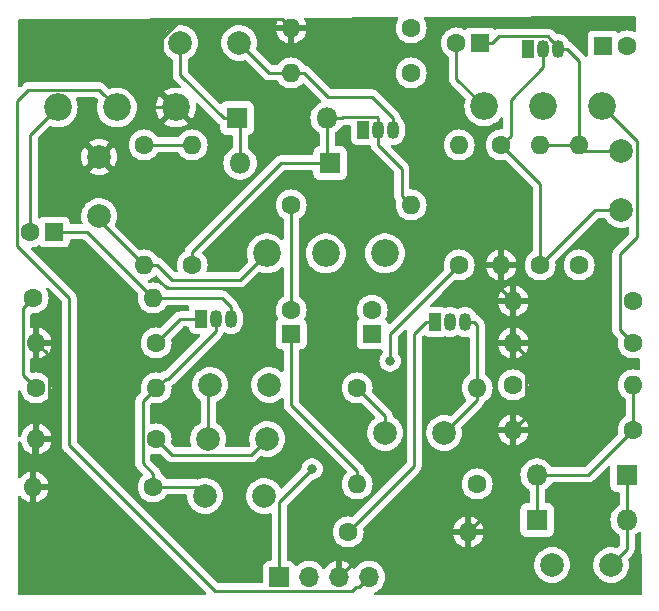
<source format=gbr>
%TF.GenerationSoftware,KiCad,Pcbnew,7.0.11+dfsg-1build4*%
%TF.CreationDate,2025-11-16T21:21:00-05:00*%
%TF.ProjectId,Distortion-01-BMP,44697374-6f72-4746-996f-6e2d30312d42,rev?*%
%TF.SameCoordinates,Original*%
%TF.FileFunction,Copper,L1,Top*%
%TF.FilePolarity,Positive*%
%FSLAX46Y46*%
G04 Gerber Fmt 4.6, Leading zero omitted, Abs format (unit mm)*
G04 Created by KiCad (PCBNEW 7.0.11+dfsg-1build4) date 2025-11-16 21:21:00*
%MOMM*%
%LPD*%
G01*
G04 APERTURE LIST*
%TA.AperFunction,ComponentPad*%
%ADD10R,1.600000X1.600000*%
%TD*%
%TA.AperFunction,ComponentPad*%
%ADD11C,1.600000*%
%TD*%
%TA.AperFunction,ComponentPad*%
%ADD12C,2.000000*%
%TD*%
%TA.AperFunction,ComponentPad*%
%ADD13O,1.800000X1.800000*%
%TD*%
%TA.AperFunction,ComponentPad*%
%ADD14R,1.800000X1.800000*%
%TD*%
%TA.AperFunction,ComponentPad*%
%ADD15R,1.700000X1.700000*%
%TD*%
%TA.AperFunction,ComponentPad*%
%ADD16O,1.700000X1.700000*%
%TD*%
%TA.AperFunction,ComponentPad*%
%ADD17R,1.050000X1.500000*%
%TD*%
%TA.AperFunction,ComponentPad*%
%ADD18O,1.050000X1.500000*%
%TD*%
%TA.AperFunction,ComponentPad*%
%ADD19O,1.600000X1.600000*%
%TD*%
%TA.AperFunction,ComponentPad*%
%ADD20C,2.340000*%
%TD*%
%TA.AperFunction,ViaPad*%
%ADD21C,0.800000*%
%TD*%
%TA.AperFunction,Conductor*%
%ADD22C,0.250000*%
%TD*%
G04 APERTURE END LIST*
D10*
X150368000Y-53594000D03*
D11*
X152368000Y-53594000D03*
D12*
X151892000Y-62484000D03*
X151892000Y-67484000D03*
D10*
X139954000Y-53340000D03*
D11*
X137954000Y-53340000D03*
D10*
X130810000Y-77978000D03*
D11*
X130810000Y-75978000D03*
D12*
X146050000Y-97536000D03*
X151050000Y-97536000D03*
X136906000Y-86360000D03*
X131906000Y-86360000D03*
D10*
X123952000Y-77978000D03*
D11*
X123952000Y-75978000D03*
D12*
X117094000Y-82296000D03*
X122094000Y-82296000D03*
X121920000Y-86868000D03*
X116920000Y-86868000D03*
X121666000Y-91694000D03*
X116666000Y-91694000D03*
D10*
X103886000Y-69342000D03*
D11*
X101886000Y-69342000D03*
D13*
X152400000Y-93726000D03*
D14*
X144780000Y-93726000D03*
X152400000Y-89916000D03*
D13*
X144780000Y-89916000D03*
D14*
X127254000Y-63500000D03*
D13*
X119634000Y-63500000D03*
D14*
X119380000Y-59690000D03*
D13*
X127000000Y-59690000D03*
D15*
X122936000Y-98552000D03*
D16*
X125476000Y-98552000D03*
X128016000Y-98552000D03*
X130556000Y-98552000D03*
D17*
X144018000Y-53848000D03*
D18*
X145288000Y-53848000D03*
X146558000Y-53848000D03*
X138684000Y-76962000D03*
X137414000Y-76962000D03*
D17*
X136144000Y-76962000D03*
X130048000Y-60706000D03*
D18*
X131318000Y-60706000D03*
X132588000Y-60706000D03*
X118872000Y-76708000D03*
X117602000Y-76708000D03*
D17*
X116332000Y-76708000D03*
D11*
X138176000Y-72136000D03*
D19*
X138176000Y-61976000D03*
D11*
X141732000Y-61976000D03*
D19*
X141732000Y-72136000D03*
D11*
X145034000Y-72136000D03*
D19*
X145034000Y-61976000D03*
D11*
X148336000Y-72136000D03*
D19*
X148336000Y-61976000D03*
D11*
X152908000Y-75184000D03*
D19*
X142748000Y-75184000D03*
D11*
X152908000Y-78740000D03*
D19*
X142748000Y-78740000D03*
D11*
X142748000Y-82296000D03*
D19*
X152908000Y-82296000D03*
D11*
X152908000Y-86106000D03*
D19*
X142748000Y-86106000D03*
D11*
X129540000Y-82550000D03*
D19*
X139700000Y-82550000D03*
D11*
X139700000Y-90678000D03*
D19*
X129540000Y-90678000D03*
D11*
X128778000Y-94742000D03*
D19*
X138938000Y-94742000D03*
D11*
X115570000Y-72136000D03*
D19*
X115570000Y-61976000D03*
D11*
X134112000Y-55880000D03*
D19*
X123952000Y-55880000D03*
D11*
X134112000Y-52070000D03*
D19*
X123952000Y-52070000D03*
D11*
X111506000Y-61976000D03*
D19*
X111506000Y-72136000D03*
D11*
X112522000Y-86868000D03*
D19*
X102362000Y-86868000D03*
D11*
X102362000Y-82550000D03*
D19*
X112522000Y-82550000D03*
X102108000Y-90932000D03*
D11*
X112268000Y-90932000D03*
D19*
X112268000Y-74930000D03*
D11*
X102108000Y-74930000D03*
D19*
X102362000Y-78740000D03*
D11*
X112522000Y-78740000D03*
D20*
X150300000Y-58700000D03*
X145300000Y-58700000D03*
X140300000Y-58700000D03*
X131900000Y-71150000D03*
X126900000Y-71150000D03*
X121900000Y-71150000D03*
X114200000Y-58800000D03*
X109200000Y-58800000D03*
X104200000Y-58800000D03*
D19*
X134112000Y-67056000D03*
D11*
X123952000Y-67056000D03*
D12*
X119554000Y-53340000D03*
X114554000Y-53340000D03*
X107696000Y-67992000D03*
X107696000Y-62992000D03*
D21*
X125730000Y-89408000D03*
X132334000Y-80264000D03*
D22*
X142531999Y-58128001D02*
X145288000Y-55372000D01*
X145034000Y-65278000D02*
X141732000Y-61976000D01*
X145034000Y-72136000D02*
X145034000Y-65278000D01*
X150477787Y-67484000D02*
X151892000Y-67484000D01*
X141732000Y-61976000D02*
X142531999Y-61176001D01*
X145034000Y-72136000D02*
X149686000Y-67484000D01*
X142531999Y-61176001D02*
X142531999Y-58128001D01*
X149686000Y-67484000D02*
X150477787Y-67484000D01*
X145288000Y-55372000D02*
X145288000Y-53848000D01*
X148336000Y-61976000D02*
X147204630Y-61976000D01*
X141004000Y-53340000D02*
X141571010Y-52772990D01*
X145736990Y-52772990D02*
X145796000Y-52832000D01*
X141571010Y-52772990D02*
X145736990Y-52772990D01*
X145796000Y-52832000D02*
X145796000Y-52928905D01*
X147204630Y-61976000D02*
X145034000Y-61976000D01*
X139954000Y-53340000D02*
X141004000Y-53340000D01*
X151892000Y-62484000D02*
X148844000Y-62484000D01*
X148336000Y-54851000D02*
X147333000Y-53848000D01*
X148844000Y-62484000D02*
X148336000Y-61976000D01*
X146558000Y-53690905D02*
X146558000Y-53848000D01*
X147333000Y-53848000D02*
X146558000Y-53848000D01*
X145796000Y-52928905D02*
X146558000Y-53690905D01*
X148336000Y-61976000D02*
X148336000Y-54851000D01*
X140300000Y-58700000D02*
X137954000Y-56354000D01*
X137954000Y-56354000D02*
X137954000Y-53340000D01*
X152400000Y-93726000D02*
X152400000Y-89916000D01*
X152400000Y-96186000D02*
X152400000Y-93726000D01*
X151050000Y-97536000D02*
X152400000Y-96186000D01*
X129540000Y-90678000D02*
X129540000Y-89546630D01*
X136906000Y-86360000D02*
X139700000Y-83566000D01*
X139700000Y-82550000D02*
X139700000Y-77203000D01*
X123952000Y-83958630D02*
X123952000Y-77978000D01*
X139700000Y-83566000D02*
X139700000Y-82550000D01*
X139459000Y-76962000D02*
X138684000Y-76962000D01*
X129540000Y-89546630D02*
X123952000Y-83958630D01*
X139700000Y-77203000D02*
X139459000Y-76962000D01*
X144780000Y-89916000D02*
X149098000Y-89916000D01*
X144780000Y-93726000D02*
X144780000Y-89916000D01*
X149098000Y-89916000D02*
X152908000Y-86106000D01*
X152908000Y-86106000D02*
X152908000Y-82296000D01*
X131906000Y-84916000D02*
X129540000Y-82550000D01*
X131906000Y-86360000D02*
X131906000Y-84916000D01*
X123952000Y-75978000D02*
X123952000Y-74846630D01*
X123952000Y-74846630D02*
X123952000Y-67056000D01*
X114554000Y-56014000D02*
X114554000Y-54754213D01*
X119380000Y-59690000D02*
X118230000Y-59690000D01*
X119634000Y-63500000D02*
X119634000Y-59944000D01*
X119634000Y-59944000D02*
X119380000Y-59690000D01*
X114554000Y-54754213D02*
X114554000Y-53340000D01*
X118230000Y-59690000D02*
X114554000Y-56014000D01*
X130794000Y-57912000D02*
X132588000Y-59706000D01*
X127115370Y-57912000D02*
X130794000Y-57912000D01*
X123952000Y-55880000D02*
X122094000Y-55880000D01*
X117094000Y-82296000D02*
X116840000Y-82296000D01*
X123952000Y-55880000D02*
X125083370Y-55880000D01*
X116920000Y-86868000D02*
X116920000Y-82470000D01*
X111506000Y-61976000D02*
X115570000Y-61976000D01*
X116920000Y-82470000D02*
X117094000Y-82296000D01*
X132588000Y-59706000D02*
X132588000Y-60706000D01*
X125083370Y-55880000D02*
X127115370Y-57912000D01*
X122094000Y-55880000D02*
X119554000Y-53340000D01*
X123074630Y-63500000D02*
X126104000Y-63500000D01*
X115570000Y-71004630D02*
X123074630Y-63500000D01*
X126104000Y-63500000D02*
X127254000Y-63500000D01*
X133312001Y-63970001D02*
X131318000Y-61976000D01*
X131242999Y-59630999D02*
X131318000Y-59706000D01*
X133312001Y-66256001D02*
X133312001Y-63970001D01*
X131318000Y-61976000D02*
X131318000Y-61706000D01*
X127000000Y-59690000D02*
X127000000Y-63246000D01*
X131318000Y-61706000D02*
X131318000Y-60706000D01*
X128331793Y-59630999D02*
X131242999Y-59630999D01*
X115570000Y-72136000D02*
X115570000Y-71004630D01*
X127000000Y-59690000D02*
X128272792Y-59690000D01*
X128272792Y-59690000D02*
X128331793Y-59630999D01*
X134112000Y-67056000D02*
X133312001Y-66256001D01*
X127000000Y-63246000D02*
X127254000Y-63500000D01*
X131318000Y-59706000D02*
X131318000Y-60706000D01*
X112522000Y-86868000D02*
X113847001Y-88193001D01*
X113847001Y-88193001D02*
X120594999Y-88193001D01*
X120594999Y-88193001D02*
X121920000Y-86868000D01*
X142748000Y-75184000D02*
X141732000Y-74168000D01*
X143873001Y-84980999D02*
X143873001Y-79865001D01*
X131826000Y-94742000D02*
X138938000Y-94742000D01*
X142748000Y-90932000D02*
X142748000Y-86106000D01*
X113030001Y-57630001D02*
X113030001Y-52902997D01*
X102108000Y-87122000D02*
X102362000Y-86868000D01*
X103487001Y-79865001D02*
X103161999Y-79539999D01*
X102108000Y-90932000D02*
X102108000Y-87122000D01*
X123152001Y-51270001D02*
X123952000Y-52070000D01*
X114662997Y-51270001D02*
X123152001Y-51270001D01*
X138938000Y-94742000D02*
X142748000Y-90932000D01*
X103161999Y-79539999D02*
X102362000Y-78740000D01*
X141732000Y-74168000D02*
X141732000Y-72136000D01*
X111888000Y-58800000D02*
X114200000Y-58800000D01*
X113030001Y-52902997D02*
X114662997Y-51270001D01*
X128016000Y-98552000D02*
X131826000Y-94742000D01*
X102362000Y-85736630D02*
X103487001Y-84611629D01*
X103487001Y-84611629D02*
X103487001Y-79865001D01*
X142748000Y-78740000D02*
X142748000Y-75184000D01*
X114200000Y-58800000D02*
X113030001Y-57630001D01*
X143873001Y-79865001D02*
X142748000Y-78740000D01*
X102362000Y-86868000D02*
X102362000Y-85736630D01*
X142748000Y-86106000D02*
X143873001Y-84980999D01*
X107696000Y-62992000D02*
X111888000Y-58800000D01*
X113907370Y-73406000D02*
X119644000Y-73406000D01*
X107696000Y-68326000D02*
X107696000Y-67992000D01*
X111506000Y-72136000D02*
X112637370Y-72136000D01*
X111506000Y-72136000D02*
X107696000Y-68326000D01*
X119644000Y-73406000D02*
X121900000Y-71150000D01*
X112637370Y-72136000D02*
X113907370Y-73406000D01*
X111722001Y-83349999D02*
X112522000Y-82550000D01*
X112268000Y-90932000D02*
X115904000Y-90932000D01*
X113321999Y-81750001D02*
X113559999Y-81750001D01*
X112268000Y-89800630D02*
X111396999Y-88929629D01*
X113559999Y-81750001D02*
X117602000Y-77708000D01*
X112522000Y-82550000D02*
X113321999Y-81750001D01*
X111396999Y-88929629D02*
X111396999Y-83675001D01*
X111396999Y-83675001D02*
X111722001Y-83349999D01*
X112268000Y-90932000D02*
X112268000Y-89800630D01*
X115904000Y-90932000D02*
X116666000Y-91694000D01*
X117602000Y-77708000D02*
X117602000Y-76708000D01*
X101886000Y-61114000D02*
X104200000Y-58800000D01*
X101886000Y-69342000D02*
X101886000Y-61114000D01*
X103886000Y-69342000D02*
X106680000Y-69342000D01*
X118094000Y-74930000D02*
X118872000Y-75708000D01*
X106680000Y-69342000D02*
X112268000Y-74930000D01*
X118872000Y-75708000D02*
X118872000Y-76708000D01*
X112268000Y-74930000D02*
X118094000Y-74930000D01*
X100760999Y-58243001D02*
X101699001Y-57304999D01*
X129706001Y-99401999D02*
X129452001Y-99401999D01*
X117507001Y-99727001D02*
X105156000Y-87376000D01*
X105156000Y-87376000D02*
X105156000Y-74930000D01*
X129452001Y-99401999D02*
X129126999Y-99727001D01*
X108030001Y-57630001D02*
X109200000Y-58800000D01*
X105156000Y-74930000D02*
X100760999Y-70534999D01*
X101699001Y-57304999D02*
X107704999Y-57304999D01*
X130556000Y-98552000D02*
X129706001Y-99401999D01*
X107704999Y-57304999D02*
X108030001Y-57630001D01*
X129126999Y-99727001D02*
X117507001Y-99727001D01*
X100760999Y-70534999D02*
X100760999Y-58243001D01*
X101308001Y-75729999D02*
X102108000Y-74930000D01*
X101236999Y-75801001D02*
X101308001Y-75729999D01*
X101236999Y-81424999D02*
X101236999Y-75801001D01*
X102362000Y-82550000D02*
X101236999Y-81424999D01*
X122936000Y-98552000D02*
X122936000Y-92202000D01*
X122936000Y-92202000D02*
X125730000Y-89408000D01*
X132334000Y-80264000D02*
X132334000Y-77978000D01*
X132334000Y-77978000D02*
X138176000Y-72136000D01*
X135369000Y-76962000D02*
X136144000Y-76962000D01*
X134366000Y-89154000D02*
X134366000Y-77965000D01*
X134366000Y-77965000D02*
X135369000Y-76962000D01*
X128778000Y-94742000D02*
X134366000Y-89154000D01*
X114554000Y-76708000D02*
X116332000Y-76708000D01*
X112522000Y-78740000D02*
X114554000Y-76708000D01*
X151782999Y-77614999D02*
X151782999Y-71229001D01*
X153217001Y-69794999D02*
X153217001Y-61617001D01*
X153217001Y-61617001D02*
X151469999Y-59869999D01*
X152908000Y-78740000D02*
X151782999Y-77614999D01*
X151782999Y-71229001D02*
X153217001Y-69794999D01*
X151469999Y-59869999D02*
X150300000Y-58700000D01*
%TA.AperFunction,Conductor*%
G36*
X103417714Y-74088715D02*
G01*
X103428138Y-74098042D01*
X104485595Y-75155499D01*
X104519621Y-75217811D01*
X104522500Y-75244594D01*
X104522500Y-87292146D01*
X104520751Y-87307988D01*
X104521044Y-87308016D01*
X104520298Y-87315907D01*
X104520298Y-87315909D01*
X104520690Y-87328365D01*
X104522438Y-87383984D01*
X104522500Y-87387943D01*
X104522500Y-87415851D01*
X104522501Y-87415869D01*
X104523007Y-87419877D01*
X104523937Y-87431696D01*
X104525326Y-87475888D01*
X104525327Y-87475893D01*
X104530977Y-87495339D01*
X104534986Y-87514697D01*
X104537525Y-87534793D01*
X104537526Y-87534800D01*
X104553800Y-87575903D01*
X104557644Y-87587129D01*
X104569982Y-87629593D01*
X104580294Y-87647031D01*
X104588988Y-87664779D01*
X104596444Y-87683609D01*
X104596450Y-87683620D01*
X104622432Y-87719381D01*
X104628949Y-87729301D01*
X104651458Y-87767362D01*
X104651459Y-87767363D01*
X104651461Y-87767366D01*
X104665779Y-87781684D01*
X104678617Y-87796714D01*
X104690526Y-87813104D01*
X104690530Y-87813109D01*
X104724598Y-87841292D01*
X104733378Y-87849282D01*
X116745000Y-99860905D01*
X116779026Y-99923217D01*
X116773961Y-99994032D01*
X116731414Y-100050868D01*
X116664894Y-100075679D01*
X116655905Y-100076000D01*
X100964000Y-100076000D01*
X100895879Y-100055998D01*
X100849386Y-100002342D01*
X100838000Y-99950000D01*
X100838000Y-91798301D01*
X100858002Y-91730180D01*
X100911658Y-91683687D01*
X100981932Y-91673583D01*
X101046512Y-91703077D01*
X101067213Y-91726030D01*
X101102184Y-91775974D01*
X101102189Y-91775980D01*
X101264019Y-91937810D01*
X101264025Y-91937815D01*
X101451501Y-92069087D01*
X101658926Y-92165811D01*
X101658931Y-92165813D01*
X101854000Y-92218081D01*
X101854000Y-91243686D01*
X101869955Y-91259641D01*
X101982852Y-91317165D01*
X102076519Y-91332000D01*
X102139481Y-91332000D01*
X102233148Y-91317165D01*
X102346045Y-91259641D01*
X102362000Y-91243686D01*
X102362000Y-92218081D01*
X102557068Y-92165813D01*
X102557073Y-92165811D01*
X102764498Y-92069087D01*
X102951974Y-91937815D01*
X102951980Y-91937810D01*
X103113810Y-91775980D01*
X103113815Y-91775974D01*
X103245087Y-91588498D01*
X103341811Y-91381073D01*
X103341813Y-91381068D01*
X103394082Y-91186000D01*
X102419686Y-91186000D01*
X102435641Y-91170045D01*
X102493165Y-91057148D01*
X102512986Y-90932000D01*
X102493165Y-90806852D01*
X102435641Y-90693955D01*
X102419686Y-90678000D01*
X103394082Y-90678000D01*
X103341813Y-90482931D01*
X103341811Y-90482926D01*
X103245087Y-90275501D01*
X103113815Y-90088025D01*
X103113810Y-90088019D01*
X102951980Y-89926189D01*
X102951974Y-89926184D01*
X102764498Y-89794912D01*
X102557073Y-89698188D01*
X102557071Y-89698187D01*
X102362000Y-89645917D01*
X102362000Y-90620314D01*
X102346045Y-90604359D01*
X102233148Y-90546835D01*
X102139481Y-90532000D01*
X102076519Y-90532000D01*
X101982852Y-90546835D01*
X101869955Y-90604359D01*
X101854000Y-90620314D01*
X101854000Y-89645917D01*
X101853999Y-89645917D01*
X101658928Y-89698187D01*
X101658926Y-89698188D01*
X101451501Y-89794912D01*
X101264025Y-89926184D01*
X101264019Y-89926189D01*
X101102189Y-90088019D01*
X101102183Y-90088026D01*
X101067213Y-90137969D01*
X101011755Y-90182298D01*
X100941136Y-90189606D01*
X100877776Y-90157575D01*
X100841791Y-90096373D01*
X100838000Y-90065698D01*
X100838000Y-87191144D01*
X100858002Y-87123023D01*
X100911658Y-87076530D01*
X100981932Y-87066426D01*
X101046512Y-87095920D01*
X101084896Y-87155646D01*
X101085707Y-87158533D01*
X101128186Y-87317068D01*
X101128188Y-87317073D01*
X101224912Y-87524498D01*
X101356184Y-87711974D01*
X101356189Y-87711980D01*
X101518019Y-87873810D01*
X101518025Y-87873815D01*
X101705501Y-88005087D01*
X101912926Y-88101811D01*
X101912931Y-88101813D01*
X102108000Y-88154081D01*
X102108000Y-87179686D01*
X102123955Y-87195641D01*
X102236852Y-87253165D01*
X102330519Y-87268000D01*
X102393481Y-87268000D01*
X102487148Y-87253165D01*
X102600045Y-87195641D01*
X102616000Y-87179686D01*
X102616000Y-88154081D01*
X102811068Y-88101813D01*
X102811073Y-88101811D01*
X103018498Y-88005087D01*
X103205974Y-87873815D01*
X103205980Y-87873810D01*
X103367810Y-87711980D01*
X103367815Y-87711974D01*
X103499087Y-87524498D01*
X103595811Y-87317073D01*
X103595813Y-87317068D01*
X103648082Y-87122000D01*
X102673686Y-87122000D01*
X102689641Y-87106045D01*
X102747165Y-86993148D01*
X102766986Y-86868000D01*
X102747165Y-86742852D01*
X102689641Y-86629955D01*
X102673686Y-86614000D01*
X103648082Y-86614000D01*
X103595813Y-86418931D01*
X103595811Y-86418926D01*
X103499087Y-86211501D01*
X103367815Y-86024025D01*
X103367810Y-86024019D01*
X103205980Y-85862189D01*
X103205974Y-85862184D01*
X103018498Y-85730912D01*
X102811073Y-85634188D01*
X102811071Y-85634187D01*
X102616000Y-85581917D01*
X102616000Y-86556314D01*
X102600045Y-86540359D01*
X102487148Y-86482835D01*
X102393481Y-86468000D01*
X102330519Y-86468000D01*
X102236852Y-86482835D01*
X102123955Y-86540359D01*
X102108000Y-86556314D01*
X102108000Y-85581917D01*
X102107999Y-85581917D01*
X101912928Y-85634187D01*
X101912926Y-85634188D01*
X101705501Y-85730912D01*
X101518025Y-85862184D01*
X101518019Y-85862189D01*
X101356189Y-86024019D01*
X101356184Y-86024025D01*
X101224912Y-86211501D01*
X101128188Y-86418926D01*
X101128186Y-86418931D01*
X101085707Y-86577466D01*
X101048755Y-86638089D01*
X100984894Y-86669110D01*
X100914400Y-86660682D01*
X100859653Y-86615479D01*
X100838036Y-86547853D01*
X100838000Y-86544855D01*
X100838000Y-82875073D01*
X100858002Y-82806952D01*
X100911658Y-82760459D01*
X100981932Y-82750355D01*
X101046512Y-82779849D01*
X101084896Y-82839575D01*
X101085693Y-82842412D01*
X101115258Y-82952749D01*
X101127715Y-82999240D01*
X101127717Y-82999246D01*
X101224477Y-83206749D01*
X101347511Y-83382460D01*
X101355802Y-83394300D01*
X101517700Y-83556198D01*
X101705251Y-83687523D01*
X101912757Y-83784284D01*
X102133913Y-83843543D01*
X102362000Y-83863498D01*
X102590087Y-83843543D01*
X102811243Y-83784284D01*
X103018749Y-83687523D01*
X103206300Y-83556198D01*
X103368198Y-83394300D01*
X103499523Y-83206749D01*
X103596284Y-82999243D01*
X103655543Y-82778087D01*
X103675498Y-82550000D01*
X103655543Y-82321913D01*
X103596284Y-82100757D01*
X103499523Y-81893251D01*
X103368198Y-81705700D01*
X103206300Y-81543802D01*
X103018749Y-81412477D01*
X102945589Y-81378362D01*
X102811246Y-81315717D01*
X102811240Y-81315715D01*
X102658864Y-81274886D01*
X102590087Y-81256457D01*
X102362000Y-81236502D01*
X102133913Y-81256457D01*
X102133910Y-81256457D01*
X102133907Y-81256458D01*
X102070457Y-81273459D01*
X101999481Y-81271769D01*
X101948752Y-81240847D01*
X101907404Y-81199499D01*
X101873378Y-81137187D01*
X101870499Y-81110404D01*
X101870499Y-80126650D01*
X101890501Y-80058529D01*
X101944157Y-80012036D01*
X102014431Y-80001932D01*
X102029111Y-80004943D01*
X102108000Y-80026081D01*
X102108000Y-79051686D01*
X102123955Y-79067641D01*
X102236852Y-79125165D01*
X102330519Y-79140000D01*
X102393481Y-79140000D01*
X102487148Y-79125165D01*
X102600045Y-79067641D01*
X102616000Y-79051686D01*
X102616000Y-80026081D01*
X102811068Y-79973813D01*
X102811073Y-79973811D01*
X103018498Y-79877087D01*
X103205974Y-79745815D01*
X103205980Y-79745810D01*
X103367810Y-79583980D01*
X103367815Y-79583974D01*
X103499087Y-79396498D01*
X103595811Y-79189073D01*
X103595813Y-79189068D01*
X103648082Y-78994000D01*
X102673686Y-78994000D01*
X102689641Y-78978045D01*
X102747165Y-78865148D01*
X102766986Y-78740000D01*
X102747165Y-78614852D01*
X102689641Y-78501955D01*
X102673686Y-78486000D01*
X103648082Y-78486000D01*
X103595813Y-78290931D01*
X103595811Y-78290926D01*
X103499087Y-78083501D01*
X103367815Y-77896025D01*
X103367810Y-77896019D01*
X103205980Y-77734189D01*
X103205974Y-77734184D01*
X103018498Y-77602912D01*
X102811073Y-77506188D01*
X102811071Y-77506187D01*
X102616000Y-77453917D01*
X102616000Y-78428314D01*
X102600045Y-78412359D01*
X102487148Y-78354835D01*
X102393481Y-78340000D01*
X102330519Y-78340000D01*
X102236852Y-78354835D01*
X102123955Y-78412359D01*
X102108000Y-78428314D01*
X102108000Y-77453917D01*
X102107998Y-77453916D01*
X102029110Y-77475055D01*
X101958133Y-77473365D01*
X101899338Y-77433571D01*
X101871390Y-77368306D01*
X101870499Y-77353348D01*
X101870499Y-76360224D01*
X101890501Y-76292103D01*
X101944157Y-76245610D01*
X102007478Y-76234703D01*
X102108000Y-76243498D01*
X102336087Y-76223543D01*
X102557243Y-76164284D01*
X102764749Y-76067523D01*
X102952300Y-75936198D01*
X103114198Y-75774300D01*
X103245523Y-75586749D01*
X103342284Y-75379243D01*
X103401543Y-75158087D01*
X103421498Y-74930000D01*
X103401543Y-74701913D01*
X103342284Y-74480757D01*
X103245523Y-74273251D01*
X103235830Y-74259408D01*
X103213142Y-74192135D01*
X103230427Y-74123274D01*
X103282196Y-74074690D01*
X103352014Y-74061806D01*
X103417714Y-74088715D01*
G37*
%TD.AperFunction*%
%TA.AperFunction,Conductor*%
G36*
X153104910Y-51074280D02*
G01*
X153151663Y-51127709D01*
X153163298Y-51179301D01*
X153175196Y-52327548D01*
X153155901Y-52395873D01*
X153102730Y-52442919D01*
X153032565Y-52453751D01*
X152995954Y-52443049D01*
X152817250Y-52359719D01*
X152817246Y-52359717D01*
X152817243Y-52359716D01*
X152817241Y-52359715D01*
X152817240Y-52359715D01*
X152661569Y-52318003D01*
X152596087Y-52300457D01*
X152368000Y-52280502D01*
X152139913Y-52300457D01*
X151918759Y-52359715D01*
X151918753Y-52359717D01*
X151711245Y-52456479D01*
X151711243Y-52456480D01*
X151705785Y-52460303D01*
X151638510Y-52482988D01*
X151569650Y-52465700D01*
X151537664Y-52437080D01*
X151537634Y-52437111D01*
X151537093Y-52436570D01*
X151532650Y-52432595D01*
X151531261Y-52430739D01*
X151531259Y-52430737D01*
X151531258Y-52430736D01*
X151414207Y-52343112D01*
X151414202Y-52343110D01*
X151277204Y-52292011D01*
X151277196Y-52292009D01*
X151216649Y-52285500D01*
X151216638Y-52285500D01*
X149519362Y-52285500D01*
X149519350Y-52285500D01*
X149458803Y-52292009D01*
X149458795Y-52292011D01*
X149321797Y-52343110D01*
X149321792Y-52343112D01*
X149204738Y-52430738D01*
X149117112Y-52547792D01*
X149117110Y-52547797D01*
X149066011Y-52684795D01*
X149066009Y-52684803D01*
X149059500Y-52745350D01*
X149059500Y-54374404D01*
X149039498Y-54442525D01*
X148985842Y-54489018D01*
X148915568Y-54499122D01*
X148850988Y-54469628D01*
X148844405Y-54463499D01*
X148826218Y-54445312D01*
X148813377Y-54430279D01*
X148801471Y-54413892D01*
X148767405Y-54385710D01*
X148758626Y-54377721D01*
X147840244Y-53459339D01*
X147830279Y-53446901D01*
X147830052Y-53447090D01*
X147825001Y-53440984D01*
X147825000Y-53440982D01*
X147775348Y-53394356D01*
X147772505Y-53391600D01*
X147752777Y-53371871D01*
X147752771Y-53371866D01*
X147749567Y-53369380D01*
X147740556Y-53361683D01*
X147708325Y-53331417D01*
X147708319Y-53331413D01*
X147690563Y-53321651D01*
X147674047Y-53310802D01*
X147658041Y-53298386D01*
X147617464Y-53280827D01*
X147606807Y-53275605D01*
X147568065Y-53254307D01*
X147566294Y-53253606D01*
X147565112Y-53252683D01*
X147561116Y-53250487D01*
X147561470Y-53249842D01*
X147510321Y-53209931D01*
X147501558Y-53195851D01*
X147437603Y-53076200D01*
X147421482Y-53046040D01*
X147292331Y-52888669D01*
X147134960Y-52759518D01*
X146955417Y-52663550D01*
X146760601Y-52604454D01*
X146760600Y-52604453D01*
X146760594Y-52604452D01*
X146558003Y-52584499D01*
X146557995Y-52584499D01*
X146480021Y-52592178D01*
X146410268Y-52578949D01*
X146358740Y-52530108D01*
X146357257Y-52527486D01*
X146355554Y-52524389D01*
X146355552Y-52524383D01*
X146329552Y-52488598D01*
X146323059Y-52478714D01*
X146300542Y-52440638D01*
X146286214Y-52426310D01*
X146273384Y-52411289D01*
X146261472Y-52394893D01*
X146261469Y-52394891D01*
X146261469Y-52394890D01*
X146243537Y-52380055D01*
X146234823Y-52371340D01*
X146234769Y-52371398D01*
X146179337Y-52319345D01*
X146176492Y-52316587D01*
X146156767Y-52296861D01*
X146156761Y-52296856D01*
X146153557Y-52294370D01*
X146144546Y-52286673D01*
X146112315Y-52256407D01*
X146112309Y-52256403D01*
X146094553Y-52246641D01*
X146078037Y-52235792D01*
X146062031Y-52223376D01*
X146021454Y-52205817D01*
X146010797Y-52200595D01*
X145972053Y-52179296D01*
X145972050Y-52179295D01*
X145952426Y-52174256D01*
X145933726Y-52167854D01*
X145915135Y-52159809D01*
X145915133Y-52159808D01*
X145915131Y-52159808D01*
X145871464Y-52152891D01*
X145859845Y-52150485D01*
X145817020Y-52139490D01*
X145796766Y-52139490D01*
X145777056Y-52137939D01*
X145757047Y-52134770D01*
X145713029Y-52138931D01*
X145701171Y-52139490D01*
X141654863Y-52139490D01*
X141639021Y-52137740D01*
X141638994Y-52138034D01*
X141631102Y-52137288D01*
X141631101Y-52137288D01*
X141610392Y-52137939D01*
X141563024Y-52139428D01*
X141559065Y-52139490D01*
X141531154Y-52139490D01*
X141531151Y-52139490D01*
X141531136Y-52139491D01*
X141527131Y-52139997D01*
X141515314Y-52140927D01*
X141471122Y-52142316D01*
X141471120Y-52142317D01*
X141451665Y-52147968D01*
X141432312Y-52151976D01*
X141412220Y-52154514D01*
X141412213Y-52154516D01*
X141371106Y-52170791D01*
X141359881Y-52174634D01*
X141330710Y-52183110D01*
X141317417Y-52186972D01*
X141317415Y-52186972D01*
X141317412Y-52186974D01*
X141299973Y-52197287D01*
X141282225Y-52205981D01*
X141261404Y-52214225D01*
X141190703Y-52220706D01*
X141127723Y-52187934D01*
X141122121Y-52181598D01*
X141117263Y-52176740D01*
X141000207Y-52089112D01*
X141000202Y-52089110D01*
X140863204Y-52038011D01*
X140863196Y-52038009D01*
X140802649Y-52031500D01*
X140802638Y-52031500D01*
X139105362Y-52031500D01*
X139105350Y-52031500D01*
X139044803Y-52038009D01*
X139044795Y-52038011D01*
X138907797Y-52089110D01*
X138907792Y-52089112D01*
X138790739Y-52176738D01*
X138789344Y-52178602D01*
X138787479Y-52179997D01*
X138784367Y-52183110D01*
X138783919Y-52182662D01*
X138732506Y-52221145D01*
X138661690Y-52226206D01*
X138616209Y-52206300D01*
X138610749Y-52202477D01*
X138403246Y-52105717D01*
X138403240Y-52105715D01*
X138269950Y-52070000D01*
X138182087Y-52046457D01*
X137954000Y-52026502D01*
X137725913Y-52046457D01*
X137504759Y-52105715D01*
X137504753Y-52105717D01*
X137297250Y-52202477D01*
X137109703Y-52333799D01*
X137109697Y-52333804D01*
X136947804Y-52495697D01*
X136947799Y-52495703D01*
X136816477Y-52683250D01*
X136719717Y-52890753D01*
X136719715Y-52890759D01*
X136713407Y-52914302D01*
X136660457Y-53111913D01*
X136640502Y-53340000D01*
X136660457Y-53568087D01*
X136694670Y-53695771D01*
X136719715Y-53789240D01*
X136719717Y-53789246D01*
X136816477Y-53996749D01*
X136849032Y-54043243D01*
X136947802Y-54184300D01*
X137109700Y-54346198D01*
X137109704Y-54346201D01*
X137109708Y-54346204D01*
X137266770Y-54456180D01*
X137311099Y-54511637D01*
X137320500Y-54559393D01*
X137320500Y-56270146D01*
X137318751Y-56285988D01*
X137319044Y-56286016D01*
X137318298Y-56293907D01*
X137320438Y-56361984D01*
X137320500Y-56365943D01*
X137320500Y-56393851D01*
X137320501Y-56393869D01*
X137321007Y-56397877D01*
X137321937Y-56409696D01*
X137323326Y-56453888D01*
X137323327Y-56453893D01*
X137328977Y-56473339D01*
X137332986Y-56492697D01*
X137335525Y-56512793D01*
X137335526Y-56512800D01*
X137351800Y-56553903D01*
X137355644Y-56565129D01*
X137367982Y-56607593D01*
X137378294Y-56625031D01*
X137386988Y-56642779D01*
X137394444Y-56661609D01*
X137394450Y-56661620D01*
X137420432Y-56697381D01*
X137426949Y-56707301D01*
X137449458Y-56745362D01*
X137449459Y-56745363D01*
X137449461Y-56745366D01*
X137463779Y-56759684D01*
X137476617Y-56774714D01*
X137488526Y-56791104D01*
X137488530Y-56791109D01*
X137522598Y-56819292D01*
X137531378Y-56827282D01*
X138694227Y-57990132D01*
X138728253Y-58052444D01*
X138723188Y-58123260D01*
X138722423Y-58125259D01*
X138691572Y-58203868D01*
X138637497Y-58440790D01*
X138635593Y-58449131D01*
X138616793Y-58700000D01*
X138635593Y-58950869D01*
X138635594Y-58950873D01*
X138691571Y-59196129D01*
X138783479Y-59430309D01*
X138783481Y-59430313D01*
X138909266Y-59648180D01*
X138909268Y-59648183D01*
X138909269Y-59648184D01*
X138926012Y-59669179D01*
X139066125Y-59844876D01*
X139181201Y-59951649D01*
X139250538Y-60015984D01*
X139250544Y-60015988D01*
X139458387Y-60157694D01*
X139458394Y-60157698D01*
X139458397Y-60157700D01*
X139685055Y-60266853D01*
X139685058Y-60266853D01*
X139685063Y-60266856D01*
X139925440Y-60341002D01*
X139925442Y-60341002D01*
X139925451Y-60341005D01*
X140174214Y-60378500D01*
X140174218Y-60378500D01*
X140425782Y-60378500D01*
X140425786Y-60378500D01*
X140674549Y-60341005D01*
X140701068Y-60332825D01*
X140914936Y-60266856D01*
X140914938Y-60266854D01*
X140914945Y-60266853D01*
X141141604Y-60157700D01*
X141349462Y-60015984D01*
X141533878Y-59844872D01*
X141673988Y-59669178D01*
X141732099Y-59628391D01*
X141803036Y-59625494D01*
X141864278Y-59661410D01*
X141896381Y-59724734D01*
X141898499Y-59747738D01*
X141898499Y-60539563D01*
X141878497Y-60607684D01*
X141824841Y-60654177D01*
X141761521Y-60665084D01*
X141732002Y-60662502D01*
X141732001Y-60662502D01*
X141732000Y-60662502D01*
X141565510Y-60677068D01*
X141503913Y-60682457D01*
X141282759Y-60741715D01*
X141282753Y-60741717D01*
X141075250Y-60838477D01*
X140887703Y-60969799D01*
X140887697Y-60969804D01*
X140725804Y-61131697D01*
X140725799Y-61131703D01*
X140594477Y-61319250D01*
X140497717Y-61526753D01*
X140497715Y-61526759D01*
X140456173Y-61681795D01*
X140438457Y-61747913D01*
X140418502Y-61976000D01*
X140438457Y-62204087D01*
X140455459Y-62267538D01*
X140497715Y-62425240D01*
X140497717Y-62425246D01*
X140506964Y-62445076D01*
X140594477Y-62632749D01*
X140725802Y-62820300D01*
X140887700Y-62982198D01*
X141075251Y-63113523D01*
X141282757Y-63210284D01*
X141503913Y-63269543D01*
X141732000Y-63289498D01*
X141960087Y-63269543D01*
X142023541Y-63252540D01*
X142094516Y-63254228D01*
X142145247Y-63285151D01*
X144363595Y-65503499D01*
X144397621Y-65565811D01*
X144400500Y-65592594D01*
X144400500Y-70916606D01*
X144380498Y-70984727D01*
X144346771Y-71019819D01*
X144189703Y-71129799D01*
X144189697Y-71129804D01*
X144027804Y-71291697D01*
X144027799Y-71291703D01*
X143896477Y-71479250D01*
X143799717Y-71686753D01*
X143799715Y-71686759D01*
X143747852Y-71880313D01*
X143740457Y-71907913D01*
X143720502Y-72136000D01*
X143740457Y-72364087D01*
X143774670Y-72491771D01*
X143799715Y-72585240D01*
X143799717Y-72585246D01*
X143852598Y-72698649D01*
X143896477Y-72792749D01*
X144027802Y-72980300D01*
X144189700Y-73142198D01*
X144377251Y-73273523D01*
X144584757Y-73370284D01*
X144805913Y-73429543D01*
X145034000Y-73449498D01*
X145262087Y-73429543D01*
X145483243Y-73370284D01*
X145690749Y-73273523D01*
X145878300Y-73142198D01*
X146040198Y-72980300D01*
X146171523Y-72792749D01*
X146268284Y-72585243D01*
X146327543Y-72364087D01*
X146347498Y-72136000D01*
X147022502Y-72136000D01*
X147042457Y-72364087D01*
X147076670Y-72491771D01*
X147101715Y-72585240D01*
X147101717Y-72585246D01*
X147154598Y-72698649D01*
X147198477Y-72792749D01*
X147329802Y-72980300D01*
X147491700Y-73142198D01*
X147679251Y-73273523D01*
X147886757Y-73370284D01*
X148107913Y-73429543D01*
X148336000Y-73449498D01*
X148564087Y-73429543D01*
X148785243Y-73370284D01*
X148992749Y-73273523D01*
X149180300Y-73142198D01*
X149342198Y-72980300D01*
X149473523Y-72792749D01*
X149570284Y-72585243D01*
X149629543Y-72364087D01*
X149649498Y-72136000D01*
X149629543Y-71907913D01*
X149570284Y-71686757D01*
X149473523Y-71479251D01*
X149342198Y-71291700D01*
X149180300Y-71129802D01*
X149138295Y-71100390D01*
X148992749Y-70998477D01*
X148785246Y-70901717D01*
X148785240Y-70901715D01*
X148672237Y-70871436D01*
X148564087Y-70842457D01*
X148336000Y-70822502D01*
X148107913Y-70842457D01*
X147886759Y-70901715D01*
X147886753Y-70901717D01*
X147679250Y-70998477D01*
X147491703Y-71129799D01*
X147491697Y-71129804D01*
X147329804Y-71291697D01*
X147329799Y-71291703D01*
X147198477Y-71479250D01*
X147101717Y-71686753D01*
X147101715Y-71686759D01*
X147049852Y-71880313D01*
X147042457Y-71907913D01*
X147022502Y-72136000D01*
X146347498Y-72136000D01*
X146327543Y-71907913D01*
X146310540Y-71844457D01*
X146312229Y-71773481D01*
X146343149Y-71722753D01*
X149911499Y-68154405D01*
X149973811Y-68120379D01*
X150000594Y-68117500D01*
X150397757Y-68117500D01*
X150440435Y-68117500D01*
X150508556Y-68137502D01*
X150547865Y-68177662D01*
X150665423Y-68369498D01*
X150667825Y-68373417D01*
X150667826Y-68373419D01*
X150822030Y-68553969D01*
X151002580Y-68708173D01*
X151002584Y-68708176D01*
X151205037Y-68832240D01*
X151424406Y-68923105D01*
X151655289Y-68978535D01*
X151892000Y-68997165D01*
X152128711Y-68978535D01*
X152359594Y-68923105D01*
X152409284Y-68902522D01*
X152479872Y-68894933D01*
X152543359Y-68926712D01*
X152579587Y-68987769D01*
X152583501Y-69018931D01*
X152583501Y-69480403D01*
X152563499Y-69548524D01*
X152546596Y-69569498D01*
X151394335Y-70721758D01*
X151381900Y-70731722D01*
X151382088Y-70731949D01*
X151375978Y-70737003D01*
X151329369Y-70786636D01*
X151326619Y-70789474D01*
X151306862Y-70809232D01*
X151304373Y-70812440D01*
X151296687Y-70821437D01*
X151266417Y-70853674D01*
X151266410Y-70853684D01*
X151256650Y-70871436D01*
X151245802Y-70887951D01*
X151233385Y-70903959D01*
X151215823Y-70944541D01*
X151210603Y-70955196D01*
X151189304Y-70993940D01*
X151189302Y-70993945D01*
X151184266Y-71013560D01*
X151177863Y-71032263D01*
X151169818Y-71050853D01*
X151162900Y-71094526D01*
X151160494Y-71106143D01*
X151149499Y-71148969D01*
X151149499Y-71169224D01*
X151147948Y-71188934D01*
X151144779Y-71208943D01*
X151148940Y-71252962D01*
X151149499Y-71264820D01*
X151149499Y-77531145D01*
X151147750Y-77546987D01*
X151148043Y-77547015D01*
X151147297Y-77554906D01*
X151149437Y-77622983D01*
X151149499Y-77626942D01*
X151149499Y-77654850D01*
X151149500Y-77654868D01*
X151150006Y-77658876D01*
X151150936Y-77670695D01*
X151152325Y-77714887D01*
X151152326Y-77714892D01*
X151157976Y-77734338D01*
X151161985Y-77753696D01*
X151164524Y-77773792D01*
X151164525Y-77773799D01*
X151180799Y-77814902D01*
X151184643Y-77826128D01*
X151196981Y-77868592D01*
X151207293Y-77886030D01*
X151215987Y-77903778D01*
X151223443Y-77922608D01*
X151223449Y-77922619D01*
X151249431Y-77958380D01*
X151255948Y-77968300D01*
X151278457Y-78006361D01*
X151278458Y-78006362D01*
X151278460Y-78006365D01*
X151292778Y-78020683D01*
X151305616Y-78035713D01*
X151317525Y-78052103D01*
X151317529Y-78052108D01*
X151351597Y-78080291D01*
X151360377Y-78088281D01*
X151598847Y-78326751D01*
X151632873Y-78389063D01*
X151631459Y-78448456D01*
X151614458Y-78511907D01*
X151614458Y-78511909D01*
X151614457Y-78511913D01*
X151594502Y-78740000D01*
X151614457Y-78968087D01*
X151641133Y-79067641D01*
X151673715Y-79189240D01*
X151673717Y-79189246D01*
X151770477Y-79396749D01*
X151900034Y-79581776D01*
X151901802Y-79584300D01*
X152063700Y-79746198D01*
X152251251Y-79877523D01*
X152458757Y-79974284D01*
X152679913Y-80033543D01*
X152908000Y-80053498D01*
X153136087Y-80033543D01*
X153304483Y-79988421D01*
X153375457Y-79990111D01*
X153434253Y-80029905D01*
X153462201Y-80095169D01*
X153463085Y-80108822D01*
X153471562Y-80926837D01*
X153452267Y-80995162D01*
X153399096Y-81042208D01*
X153328931Y-81053040D01*
X153312961Y-81049850D01*
X153136087Y-81002457D01*
X152908000Y-80982502D01*
X152679913Y-81002457D01*
X152458759Y-81061715D01*
X152458753Y-81061717D01*
X152251250Y-81158477D01*
X152063703Y-81289799D01*
X152063697Y-81289804D01*
X151901804Y-81451697D01*
X151901799Y-81451703D01*
X151770477Y-81639250D01*
X151673717Y-81846753D01*
X151673716Y-81846757D01*
X151614457Y-82067913D01*
X151594502Y-82296000D01*
X151614457Y-82524087D01*
X151648670Y-82651771D01*
X151673715Y-82745240D01*
X151673717Y-82745246D01*
X151770477Y-82952749D01*
X151803032Y-82999243D01*
X151901802Y-83140300D01*
X152063700Y-83302198D01*
X152063703Y-83302200D01*
X152063708Y-83302204D01*
X152220770Y-83412180D01*
X152265099Y-83467637D01*
X152274500Y-83515393D01*
X152274500Y-84886606D01*
X152254498Y-84954727D01*
X152220771Y-84989819D01*
X152063703Y-85099799D01*
X152063697Y-85099804D01*
X151901804Y-85261697D01*
X151901799Y-85261703D01*
X151770477Y-85449250D01*
X151673717Y-85656753D01*
X151673715Y-85656759D01*
X151614457Y-85877913D01*
X151594502Y-86106000D01*
X151614457Y-86334090D01*
X151631459Y-86397541D01*
X151629769Y-86468518D01*
X151598847Y-86519247D01*
X148872500Y-89245595D01*
X148810188Y-89279621D01*
X148783405Y-89282500D01*
X146116762Y-89282500D01*
X146048641Y-89262498D01*
X146011279Y-89225415D01*
X145895314Y-89047916D01*
X145737225Y-88876186D01*
X145737221Y-88876182D01*
X145612386Y-88779019D01*
X145553017Y-88732810D01*
X145347727Y-88621713D01*
X145347724Y-88621712D01*
X145347723Y-88621711D01*
X145126955Y-88545921D01*
X145126948Y-88545919D01*
X145028411Y-88529476D01*
X144896712Y-88507500D01*
X144663288Y-88507500D01*
X144548066Y-88526727D01*
X144433051Y-88545919D01*
X144433044Y-88545921D01*
X144212276Y-88621711D01*
X144212273Y-88621713D01*
X144024976Y-88723073D01*
X144006985Y-88732809D01*
X144006983Y-88732810D01*
X143822778Y-88876182D01*
X143822774Y-88876186D01*
X143664685Y-89047916D01*
X143537015Y-89243331D01*
X143443252Y-89457089D01*
X143443249Y-89457096D01*
X143385950Y-89683366D01*
X143385949Y-89683372D01*
X143385949Y-89683374D01*
X143366673Y-89916000D01*
X143381619Y-90096373D01*
X143385950Y-90148633D01*
X143443249Y-90374903D01*
X143443252Y-90374910D01*
X143537015Y-90588668D01*
X143664685Y-90784083D01*
X143822774Y-90955813D01*
X143822778Y-90955817D01*
X143888586Y-91007037D01*
X144006983Y-91099190D01*
X144006988Y-91099192D01*
X144006990Y-91099194D01*
X144080468Y-91138958D01*
X144130859Y-91188971D01*
X144146500Y-91249772D01*
X144146500Y-92191500D01*
X144126498Y-92259621D01*
X144072842Y-92306114D01*
X144020500Y-92317500D01*
X143831350Y-92317500D01*
X143770803Y-92324009D01*
X143770795Y-92324011D01*
X143633797Y-92375110D01*
X143633792Y-92375112D01*
X143516738Y-92462738D01*
X143429112Y-92579792D01*
X143429110Y-92579797D01*
X143378011Y-92716795D01*
X143378009Y-92716803D01*
X143371500Y-92777350D01*
X143371500Y-94674649D01*
X143378009Y-94735196D01*
X143378011Y-94735204D01*
X143429110Y-94872202D01*
X143429112Y-94872207D01*
X143516738Y-94989261D01*
X143633792Y-95076887D01*
X143633794Y-95076888D01*
X143633796Y-95076889D01*
X143692875Y-95098924D01*
X143770795Y-95127988D01*
X143770803Y-95127990D01*
X143831350Y-95134499D01*
X143831355Y-95134499D01*
X143831362Y-95134500D01*
X143831368Y-95134500D01*
X145728632Y-95134500D01*
X145728638Y-95134500D01*
X145728645Y-95134499D01*
X145728649Y-95134499D01*
X145789196Y-95127990D01*
X145789199Y-95127989D01*
X145789201Y-95127989D01*
X145926204Y-95076889D01*
X146043261Y-94989261D01*
X146130889Y-94872204D01*
X146181989Y-94735201D01*
X146182694Y-94728652D01*
X146188499Y-94674649D01*
X146188500Y-94674632D01*
X146188500Y-92777367D01*
X146188499Y-92777350D01*
X146181990Y-92716803D01*
X146181988Y-92716795D01*
X146132240Y-92583419D01*
X146130889Y-92579796D01*
X146130888Y-92579794D01*
X146130887Y-92579792D01*
X146043261Y-92462738D01*
X145926207Y-92375112D01*
X145926202Y-92375110D01*
X145789204Y-92324011D01*
X145789196Y-92324009D01*
X145728649Y-92317500D01*
X145728638Y-92317500D01*
X145539500Y-92317500D01*
X145471379Y-92297498D01*
X145424886Y-92243842D01*
X145413500Y-92191500D01*
X145413500Y-91249772D01*
X145433502Y-91181651D01*
X145479532Y-91138958D01*
X145516913Y-91118727D01*
X145553017Y-91099190D01*
X145737220Y-90955818D01*
X145765403Y-90925204D01*
X145895314Y-90784083D01*
X146011279Y-90606585D01*
X146065282Y-90560496D01*
X146116762Y-90549500D01*
X149014147Y-90549500D01*
X149029988Y-90551249D01*
X149030016Y-90550956D01*
X149037902Y-90551700D01*
X149037909Y-90551702D01*
X149105986Y-90549562D01*
X149109945Y-90549500D01*
X149137851Y-90549500D01*
X149137856Y-90549500D01*
X149141867Y-90548992D01*
X149153699Y-90548061D01*
X149197889Y-90546673D01*
X149217347Y-90541019D01*
X149236694Y-90537013D01*
X149256797Y-90534474D01*
X149263046Y-90532000D01*
X149270497Y-90529049D01*
X149297910Y-90518195D01*
X149309130Y-90514353D01*
X149333913Y-90507154D01*
X149351591Y-90502019D01*
X149351595Y-90502017D01*
X149369026Y-90491708D01*
X149386780Y-90483009D01*
X149405617Y-90475552D01*
X149441392Y-90449558D01*
X149451298Y-90443051D01*
X149489362Y-90420542D01*
X149503685Y-90406218D01*
X149518724Y-90393374D01*
X149535107Y-90381472D01*
X149563303Y-90347386D01*
X149571272Y-90338630D01*
X150776405Y-89133498D01*
X150838717Y-89099472D01*
X150909533Y-89104537D01*
X150966368Y-89147084D01*
X150991179Y-89213604D01*
X150991500Y-89222593D01*
X150991500Y-90864649D01*
X150998009Y-90925196D01*
X150998011Y-90925204D01*
X151049110Y-91062202D01*
X151049112Y-91062207D01*
X151136738Y-91179261D01*
X151253792Y-91266887D01*
X151253794Y-91266888D01*
X151253796Y-91266889D01*
X151312875Y-91288924D01*
X151390795Y-91317988D01*
X151390803Y-91317990D01*
X151451350Y-91324499D01*
X151451355Y-91324499D01*
X151451362Y-91324500D01*
X151640500Y-91324500D01*
X151708621Y-91344502D01*
X151755114Y-91398158D01*
X151766500Y-91450500D01*
X151766500Y-92392227D01*
X151746498Y-92460348D01*
X151700470Y-92503040D01*
X151626989Y-92542806D01*
X151626983Y-92542810D01*
X151442778Y-92686182D01*
X151442774Y-92686186D01*
X151284685Y-92857916D01*
X151157015Y-93053331D01*
X151063252Y-93267089D01*
X151063249Y-93267096D01*
X151005950Y-93493366D01*
X151005949Y-93493372D01*
X151005949Y-93493374D01*
X150986673Y-93726000D01*
X151000927Y-93898025D01*
X151005950Y-93958633D01*
X151063249Y-94184903D01*
X151063252Y-94184910D01*
X151157015Y-94398668D01*
X151284685Y-94594083D01*
X151442774Y-94765813D01*
X151442778Y-94765817D01*
X151519588Y-94825600D01*
X151626983Y-94909190D01*
X151626988Y-94909192D01*
X151626990Y-94909194D01*
X151700468Y-94948958D01*
X151750859Y-94998971D01*
X151766500Y-95059772D01*
X151766500Y-95871403D01*
X151746498Y-95939524D01*
X151729595Y-95960499D01*
X151628457Y-96061636D01*
X151566145Y-96095661D01*
X151509948Y-96095059D01*
X151370729Y-96061636D01*
X151286711Y-96041465D01*
X151050000Y-96022835D01*
X150813289Y-96041465D01*
X150582407Y-96096894D01*
X150363038Y-96187759D01*
X150160582Y-96311825D01*
X150160580Y-96311826D01*
X149980030Y-96466030D01*
X149825826Y-96646580D01*
X149825825Y-96646582D01*
X149701759Y-96849038D01*
X149610894Y-97068407D01*
X149571966Y-97230556D01*
X149555465Y-97299289D01*
X149536835Y-97536000D01*
X149550926Y-97715045D01*
X149555465Y-97772710D01*
X149610894Y-98003592D01*
X149701759Y-98222961D01*
X149825825Y-98425417D01*
X149825826Y-98425419D01*
X149980030Y-98605969D01*
X150146469Y-98748121D01*
X150160584Y-98760176D01*
X150363037Y-98884240D01*
X150582406Y-98975105D01*
X150813289Y-99030535D01*
X151050000Y-99049165D01*
X151286711Y-99030535D01*
X151517594Y-98975105D01*
X151736963Y-98884240D01*
X151939416Y-98760176D01*
X152119969Y-98605969D01*
X152274176Y-98425416D01*
X152398240Y-98222963D01*
X152489105Y-98003594D01*
X152544535Y-97772711D01*
X152563165Y-97536000D01*
X152544535Y-97299289D01*
X152490939Y-97076045D01*
X152494486Y-97005140D01*
X152524361Y-96957541D01*
X152788657Y-96693245D01*
X152801092Y-96683284D01*
X152800905Y-96683057D01*
X152807016Y-96678001D01*
X152807015Y-96678001D01*
X152807018Y-96678000D01*
X152853676Y-96628312D01*
X152856367Y-96625535D01*
X152876134Y-96605770D01*
X152878617Y-96602567D01*
X152886308Y-96593562D01*
X152916586Y-96561321D01*
X152926345Y-96543567D01*
X152937197Y-96527046D01*
X152949613Y-96511041D01*
X152967168Y-96470470D01*
X152972392Y-96459808D01*
X152993694Y-96421061D01*
X152993695Y-96421060D01*
X152998733Y-96401435D01*
X153005138Y-96382730D01*
X153013181Y-96364145D01*
X153020096Y-96320481D01*
X153022504Y-96308852D01*
X153033500Y-96266030D01*
X153033500Y-96245775D01*
X153035051Y-96226063D01*
X153038220Y-96206057D01*
X153034059Y-96162036D01*
X153033500Y-96150179D01*
X153033500Y-95059772D01*
X153053502Y-94991651D01*
X153099532Y-94948958D01*
X153136913Y-94928727D01*
X153173017Y-94909190D01*
X153357220Y-94765818D01*
X153396703Y-94722927D01*
X153457556Y-94686357D01*
X153528521Y-94688490D01*
X153587066Y-94728652D01*
X153614605Y-94794090D01*
X153615398Y-94806959D01*
X153651882Y-98327624D01*
X153668508Y-99932068D01*
X153668681Y-99948694D01*
X153649386Y-100017019D01*
X153596215Y-100064065D01*
X153542688Y-100076000D01*
X131055686Y-100076000D01*
X130987565Y-100055998D01*
X130941072Y-100002342D01*
X130930968Y-99932068D01*
X130960462Y-99867488D01*
X131014774Y-99830827D01*
X131103571Y-99800343D01*
X131103570Y-99800343D01*
X131103574Y-99800342D01*
X131301576Y-99693189D01*
X131479240Y-99554906D01*
X131631722Y-99389268D01*
X131754860Y-99200791D01*
X131845296Y-98994616D01*
X131900564Y-98776368D01*
X131919156Y-98552000D01*
X131900564Y-98327632D01*
X131845296Y-98109384D01*
X131754860Y-97903209D01*
X131669601Y-97772710D01*
X131631724Y-97714734D01*
X131631720Y-97714729D01*
X131502220Y-97574057D01*
X131479240Y-97549094D01*
X131479239Y-97549093D01*
X131479237Y-97549091D01*
X131462418Y-97536000D01*
X144536835Y-97536000D01*
X144550926Y-97715045D01*
X144555465Y-97772710D01*
X144610894Y-98003592D01*
X144701759Y-98222961D01*
X144825825Y-98425417D01*
X144825826Y-98425419D01*
X144980030Y-98605969D01*
X145146469Y-98748121D01*
X145160584Y-98760176D01*
X145363037Y-98884240D01*
X145582406Y-98975105D01*
X145813289Y-99030535D01*
X146050000Y-99049165D01*
X146286711Y-99030535D01*
X146517594Y-98975105D01*
X146736963Y-98884240D01*
X146939416Y-98760176D01*
X147119969Y-98605969D01*
X147274176Y-98425416D01*
X147398240Y-98222963D01*
X147489105Y-98003594D01*
X147544535Y-97772711D01*
X147563165Y-97536000D01*
X147544535Y-97299289D01*
X147489105Y-97068406D01*
X147398240Y-96849037D01*
X147274176Y-96646584D01*
X147257368Y-96626904D01*
X147119969Y-96466030D01*
X146939419Y-96311826D01*
X146939417Y-96311825D01*
X146939416Y-96311824D01*
X146736963Y-96187760D01*
X146674860Y-96162036D01*
X146517592Y-96096894D01*
X146345163Y-96055498D01*
X146286711Y-96041465D01*
X146050000Y-96022835D01*
X145813289Y-96041465D01*
X145582407Y-96096894D01*
X145363038Y-96187759D01*
X145160582Y-96311825D01*
X145160580Y-96311826D01*
X144980030Y-96466030D01*
X144825826Y-96646580D01*
X144825825Y-96646582D01*
X144701759Y-96849038D01*
X144610894Y-97068407D01*
X144571966Y-97230556D01*
X144555465Y-97299289D01*
X144536835Y-97536000D01*
X131462418Y-97536000D01*
X131359367Y-97455792D01*
X131301576Y-97410811D01*
X131103574Y-97303658D01*
X131103572Y-97303657D01*
X131103571Y-97303656D01*
X130890639Y-97230557D01*
X130890630Y-97230555D01*
X130813029Y-97217606D01*
X130668569Y-97193500D01*
X130443431Y-97193500D01*
X130298971Y-97217606D01*
X130221369Y-97230555D01*
X130221360Y-97230557D01*
X130008428Y-97303656D01*
X130008426Y-97303658D01*
X129810426Y-97410810D01*
X129810424Y-97410811D01*
X129632762Y-97549091D01*
X129480279Y-97714729D01*
X129391183Y-97851101D01*
X129337179Y-97897189D01*
X129266831Y-97906764D01*
X129202474Y-97876786D01*
X129180217Y-97851100D01*
X129091327Y-97715044D01*
X128938902Y-97549465D01*
X128761301Y-97411232D01*
X128761300Y-97411231D01*
X128563371Y-97304117D01*
X128563369Y-97304116D01*
X128350512Y-97231043D01*
X128350501Y-97231040D01*
X128270000Y-97217606D01*
X128270000Y-98118325D01*
X128158315Y-98067320D01*
X128051763Y-98052000D01*
X127980237Y-98052000D01*
X127873685Y-98067320D01*
X127762000Y-98118325D01*
X127762000Y-97217607D01*
X127761999Y-97217606D01*
X127681498Y-97231040D01*
X127681487Y-97231043D01*
X127468630Y-97304116D01*
X127468628Y-97304117D01*
X127270699Y-97411231D01*
X127270698Y-97411232D01*
X127093097Y-97549465D01*
X126940670Y-97715045D01*
X126851780Y-97851101D01*
X126797776Y-97897189D01*
X126727428Y-97906764D01*
X126663071Y-97876786D01*
X126640816Y-97851101D01*
X126589601Y-97772710D01*
X126551724Y-97714734D01*
X126551720Y-97714729D01*
X126422220Y-97574057D01*
X126399240Y-97549094D01*
X126399239Y-97549093D01*
X126399237Y-97549091D01*
X126279367Y-97455792D01*
X126221576Y-97410811D01*
X126023574Y-97303658D01*
X126023572Y-97303657D01*
X126023571Y-97303656D01*
X125810639Y-97230557D01*
X125810630Y-97230555D01*
X125733029Y-97217606D01*
X125588569Y-97193500D01*
X125363431Y-97193500D01*
X125218971Y-97217606D01*
X125141369Y-97230555D01*
X125141360Y-97230557D01*
X124928428Y-97303656D01*
X124928426Y-97303658D01*
X124730426Y-97410810D01*
X124730424Y-97410811D01*
X124552762Y-97549091D01*
X124491754Y-97615363D01*
X124430901Y-97651933D01*
X124359936Y-97649798D01*
X124301391Y-97609636D01*
X124280999Y-97574057D01*
X124236889Y-97455797D01*
X124236887Y-97455792D01*
X124149261Y-97338738D01*
X124032207Y-97251112D01*
X124032202Y-97251110D01*
X123895204Y-97200011D01*
X123895196Y-97200009D01*
X123834649Y-97193500D01*
X123834638Y-97193500D01*
X123695500Y-97193500D01*
X123627379Y-97173498D01*
X123580886Y-97119842D01*
X123569500Y-97067500D01*
X123569500Y-94742000D01*
X127464502Y-94742000D01*
X127484457Y-94970087D01*
X127543716Y-95191243D01*
X127640477Y-95398749D01*
X127771802Y-95586300D01*
X127933700Y-95748198D01*
X128121251Y-95879523D01*
X128328757Y-95976284D01*
X128549913Y-96035543D01*
X128778000Y-96055498D01*
X129006087Y-96035543D01*
X129227243Y-95976284D01*
X129434749Y-95879523D01*
X129622300Y-95748198D01*
X129784198Y-95586300D01*
X129915523Y-95398749D01*
X130012284Y-95191243D01*
X130071543Y-94970087D01*
X130091498Y-94742000D01*
X130071543Y-94513913D01*
X130064600Y-94488000D01*
X137651917Y-94488000D01*
X138626314Y-94488000D01*
X138610359Y-94503955D01*
X138552835Y-94616852D01*
X138533014Y-94742000D01*
X138552835Y-94867148D01*
X138610359Y-94980045D01*
X138626314Y-94996000D01*
X137651918Y-94996000D01*
X137704186Y-95191068D01*
X137704188Y-95191073D01*
X137800912Y-95398498D01*
X137932184Y-95585974D01*
X137932189Y-95585980D01*
X138094019Y-95747810D01*
X138094025Y-95747815D01*
X138281501Y-95879087D01*
X138488926Y-95975811D01*
X138488931Y-95975813D01*
X138684000Y-96028081D01*
X138684000Y-95053686D01*
X138699955Y-95069641D01*
X138812852Y-95127165D01*
X138906519Y-95142000D01*
X138969481Y-95142000D01*
X139063148Y-95127165D01*
X139176045Y-95069641D01*
X139192000Y-95053686D01*
X139192000Y-96028081D01*
X139387068Y-95975813D01*
X139387073Y-95975811D01*
X139594498Y-95879087D01*
X139781974Y-95747815D01*
X139781980Y-95747810D01*
X139943810Y-95585980D01*
X139943815Y-95585974D01*
X140075087Y-95398498D01*
X140171811Y-95191073D01*
X140171813Y-95191068D01*
X140224082Y-94996000D01*
X139249686Y-94996000D01*
X139265641Y-94980045D01*
X139323165Y-94867148D01*
X139342986Y-94742000D01*
X139323165Y-94616852D01*
X139265641Y-94503955D01*
X139249686Y-94488000D01*
X140224082Y-94488000D01*
X140171813Y-94292931D01*
X140171811Y-94292926D01*
X140075087Y-94085501D01*
X139943815Y-93898025D01*
X139943810Y-93898019D01*
X139781980Y-93736189D01*
X139781974Y-93736184D01*
X139594498Y-93604912D01*
X139387073Y-93508188D01*
X139387071Y-93508187D01*
X139192000Y-93455917D01*
X139192000Y-94430314D01*
X139176045Y-94414359D01*
X139063148Y-94356835D01*
X138969481Y-94342000D01*
X138906519Y-94342000D01*
X138812852Y-94356835D01*
X138699955Y-94414359D01*
X138684000Y-94430314D01*
X138684000Y-93455917D01*
X138683999Y-93455917D01*
X138488928Y-93508187D01*
X138488926Y-93508188D01*
X138281501Y-93604912D01*
X138094025Y-93736184D01*
X138094019Y-93736189D01*
X137932189Y-93898019D01*
X137932184Y-93898025D01*
X137800912Y-94085501D01*
X137704188Y-94292926D01*
X137704186Y-94292931D01*
X137651917Y-94488000D01*
X130064600Y-94488000D01*
X130054540Y-94450457D01*
X130056229Y-94379481D01*
X130087149Y-94328753D01*
X133737902Y-90678000D01*
X138386502Y-90678000D01*
X138406457Y-90906087D01*
X138433507Y-91007037D01*
X138465715Y-91127240D01*
X138465717Y-91127246D01*
X138562477Y-91334749D01*
X138614327Y-91408799D01*
X138693802Y-91522300D01*
X138855700Y-91684198D01*
X139043251Y-91815523D01*
X139250757Y-91912284D01*
X139471913Y-91971543D01*
X139700000Y-91991498D01*
X139928087Y-91971543D01*
X140149243Y-91912284D01*
X140356749Y-91815523D01*
X140544300Y-91684198D01*
X140706198Y-91522300D01*
X140837523Y-91334749D01*
X140934284Y-91127243D01*
X140993543Y-90906087D01*
X141013498Y-90678000D01*
X140993543Y-90449913D01*
X140934284Y-90228757D01*
X140837523Y-90021251D01*
X140706198Y-89833700D01*
X140544300Y-89671802D01*
X140530201Y-89661930D01*
X140356749Y-89540477D01*
X140149246Y-89443717D01*
X140149240Y-89443715D01*
X140052401Y-89417767D01*
X139928087Y-89384457D01*
X139700000Y-89364502D01*
X139471913Y-89384457D01*
X139250759Y-89443715D01*
X139250753Y-89443717D01*
X139043250Y-89540477D01*
X138855703Y-89671799D01*
X138855697Y-89671804D01*
X138693804Y-89833697D01*
X138693799Y-89833703D01*
X138562477Y-90021250D01*
X138465717Y-90228753D01*
X138465715Y-90228759D01*
X138414327Y-90420541D01*
X138406457Y-90449913D01*
X138386502Y-90678000D01*
X133737902Y-90678000D01*
X134754657Y-89661245D01*
X134767092Y-89651284D01*
X134766905Y-89651057D01*
X134773016Y-89646001D01*
X134773015Y-89646001D01*
X134773018Y-89646000D01*
X134819676Y-89596312D01*
X134822367Y-89593535D01*
X134842134Y-89573770D01*
X134844617Y-89570567D01*
X134852308Y-89561562D01*
X134882586Y-89529321D01*
X134892345Y-89511567D01*
X134903197Y-89495046D01*
X134915613Y-89479041D01*
X134933168Y-89438470D01*
X134938392Y-89427808D01*
X134940527Y-89423925D01*
X134959695Y-89389060D01*
X134964733Y-89369435D01*
X134971138Y-89350730D01*
X134979181Y-89332145D01*
X134986096Y-89288476D01*
X134988503Y-89276856D01*
X134993387Y-89257839D01*
X134999500Y-89234030D01*
X134999500Y-89213769D01*
X135001051Y-89194058D01*
X135002767Y-89183222D01*
X135004219Y-89174057D01*
X135000059Y-89130045D01*
X134999500Y-89118188D01*
X134999500Y-78279594D01*
X135019502Y-78211473D01*
X135036400Y-78190503D01*
X135119007Y-78107896D01*
X135181316Y-78073873D01*
X135252132Y-78078937D01*
X135283609Y-78096125D01*
X135372792Y-78162887D01*
X135372794Y-78162888D01*
X135372796Y-78162889D01*
X135405299Y-78175012D01*
X135509795Y-78213988D01*
X135509803Y-78213990D01*
X135570350Y-78220499D01*
X135570355Y-78220499D01*
X135570362Y-78220500D01*
X135570368Y-78220500D01*
X136717632Y-78220500D01*
X136717638Y-78220500D01*
X136717645Y-78220499D01*
X136717649Y-78220499D01*
X136778196Y-78213990D01*
X136778199Y-78213989D01*
X136778201Y-78213989D01*
X136800838Y-78205546D01*
X136915201Y-78162890D01*
X136915200Y-78162890D01*
X136915204Y-78162889D01*
X136915207Y-78162886D01*
X136923113Y-78158570D01*
X136924791Y-78161644D01*
X136975496Y-78142717D01*
X137021092Y-78147817D01*
X137211399Y-78205546D01*
X137211403Y-78205546D01*
X137211405Y-78205547D01*
X137413997Y-78225501D01*
X137414000Y-78225501D01*
X137414003Y-78225501D01*
X137616594Y-78205547D01*
X137616595Y-78205546D01*
X137616601Y-78205546D01*
X137811417Y-78146450D01*
X137989607Y-78051205D01*
X138059109Y-78036734D01*
X138108391Y-78051204D01*
X138286583Y-78146450D01*
X138481399Y-78205546D01*
X138481403Y-78205546D01*
X138481405Y-78205547D01*
X138683997Y-78225501D01*
X138684000Y-78225501D01*
X138684003Y-78225501D01*
X138886594Y-78205547D01*
X138886595Y-78205546D01*
X138886601Y-78205546D01*
X138903924Y-78200290D01*
X138974916Y-78199656D01*
X139034983Y-78237504D01*
X139065052Y-78301819D01*
X139066500Y-78320865D01*
X139066500Y-81330606D01*
X139046498Y-81398727D01*
X139012771Y-81433819D01*
X138855703Y-81543799D01*
X138855697Y-81543804D01*
X138693804Y-81705697D01*
X138693799Y-81705703D01*
X138562477Y-81893250D01*
X138465717Y-82100753D01*
X138465715Y-82100759D01*
X138418479Y-82277045D01*
X138406457Y-82321913D01*
X138386502Y-82550000D01*
X138406457Y-82778087D01*
X138422933Y-82839575D01*
X138465715Y-82999240D01*
X138465717Y-82999246D01*
X138562477Y-83206749D01*
X138693799Y-83394296D01*
X138693804Y-83394302D01*
X138745703Y-83446201D01*
X138779729Y-83508513D01*
X138774664Y-83579328D01*
X138745703Y-83624391D01*
X137484458Y-84885635D01*
X137422146Y-84919661D01*
X137365950Y-84919059D01*
X137142711Y-84865465D01*
X136906000Y-84846835D01*
X136669289Y-84865465D01*
X136438407Y-84920894D01*
X136219038Y-85011759D01*
X136016582Y-85135825D01*
X136016580Y-85135826D01*
X135836030Y-85290030D01*
X135681826Y-85470580D01*
X135681825Y-85470582D01*
X135557759Y-85673038D01*
X135466894Y-85892407D01*
X135435296Y-86024025D01*
X135411465Y-86123289D01*
X135392835Y-86360000D01*
X135411465Y-86596711D01*
X135421399Y-86638089D01*
X135466894Y-86827592D01*
X135517589Y-86949980D01*
X135557760Y-87046963D01*
X135648870Y-87195641D01*
X135681825Y-87249417D01*
X135681826Y-87249419D01*
X135836030Y-87429969D01*
X136016580Y-87584173D01*
X136016584Y-87584176D01*
X136219037Y-87708240D01*
X136438406Y-87799105D01*
X136669289Y-87854535D01*
X136906000Y-87873165D01*
X137142711Y-87854535D01*
X137373594Y-87799105D01*
X137592963Y-87708240D01*
X137795416Y-87584176D01*
X137975969Y-87429969D01*
X138130176Y-87249416D01*
X138254240Y-87046963D01*
X138345105Y-86827594D01*
X138400535Y-86596711D01*
X138419165Y-86360000D01*
X138400535Y-86123289D01*
X138346939Y-85900045D01*
X138349342Y-85852000D01*
X141461917Y-85852000D01*
X142436314Y-85852000D01*
X142420359Y-85867955D01*
X142362835Y-85980852D01*
X142343014Y-86106000D01*
X142362835Y-86231148D01*
X142420359Y-86344045D01*
X142436314Y-86360000D01*
X141461918Y-86360000D01*
X141514186Y-86555068D01*
X141514188Y-86555073D01*
X141610912Y-86762498D01*
X141742184Y-86949974D01*
X141742189Y-86949980D01*
X141904019Y-87111810D01*
X141904025Y-87111815D01*
X142091501Y-87243087D01*
X142298926Y-87339811D01*
X142298931Y-87339813D01*
X142494000Y-87392081D01*
X142494000Y-86417686D01*
X142509955Y-86433641D01*
X142622852Y-86491165D01*
X142716519Y-86506000D01*
X142779481Y-86506000D01*
X142873148Y-86491165D01*
X142986045Y-86433641D01*
X143002000Y-86417686D01*
X143002000Y-87392081D01*
X143197068Y-87339813D01*
X143197073Y-87339811D01*
X143404498Y-87243087D01*
X143591974Y-87111815D01*
X143591980Y-87111810D01*
X143753810Y-86949980D01*
X143753815Y-86949974D01*
X143885087Y-86762498D01*
X143981811Y-86555073D01*
X143981813Y-86555068D01*
X144034082Y-86360000D01*
X143059686Y-86360000D01*
X143075641Y-86344045D01*
X143133165Y-86231148D01*
X143152986Y-86106000D01*
X143133165Y-85980852D01*
X143075641Y-85867955D01*
X143059686Y-85852000D01*
X144034082Y-85852000D01*
X143981813Y-85656931D01*
X143981811Y-85656926D01*
X143885087Y-85449501D01*
X143753815Y-85262025D01*
X143753810Y-85262019D01*
X143591980Y-85100189D01*
X143591974Y-85100184D01*
X143404498Y-84968912D01*
X143197073Y-84872188D01*
X143197071Y-84872187D01*
X143002000Y-84819917D01*
X143002000Y-85794314D01*
X142986045Y-85778359D01*
X142873148Y-85720835D01*
X142779481Y-85706000D01*
X142716519Y-85706000D01*
X142622852Y-85720835D01*
X142509955Y-85778359D01*
X142494000Y-85794314D01*
X142494000Y-84819917D01*
X142493999Y-84819917D01*
X142298928Y-84872187D01*
X142298926Y-84872188D01*
X142091501Y-84968912D01*
X141904025Y-85100184D01*
X141904019Y-85100189D01*
X141742189Y-85262019D01*
X141742184Y-85262025D01*
X141610912Y-85449501D01*
X141514188Y-85656926D01*
X141514186Y-85656931D01*
X141461917Y-85852000D01*
X138349342Y-85852000D01*
X138350486Y-85829140D01*
X138380361Y-85781541D01*
X140088657Y-84073245D01*
X140101092Y-84063284D01*
X140100905Y-84063057D01*
X140107016Y-84058001D01*
X140107015Y-84058001D01*
X140107018Y-84058000D01*
X140153676Y-84008312D01*
X140156367Y-84005535D01*
X140176135Y-83985769D01*
X140178614Y-83982571D01*
X140186299Y-83973571D01*
X140216586Y-83941321D01*
X140226339Y-83923578D01*
X140237193Y-83907051D01*
X140249614Y-83891041D01*
X140267179Y-83850446D01*
X140272384Y-83839822D01*
X140293695Y-83801060D01*
X140298733Y-83781434D01*
X140305133Y-83762740D01*
X140313181Y-83744145D01*
X140313181Y-83744142D01*
X140315236Y-83739395D01*
X140358601Y-83686226D01*
X140380606Y-83670818D01*
X140544300Y-83556198D01*
X140706198Y-83394300D01*
X140837523Y-83206749D01*
X140934284Y-82999243D01*
X140993543Y-82778087D01*
X141013498Y-82550000D01*
X140993543Y-82321913D01*
X140986600Y-82296000D01*
X141434502Y-82296000D01*
X141454457Y-82524087D01*
X141488670Y-82651771D01*
X141513715Y-82745240D01*
X141513717Y-82745246D01*
X141610477Y-82952749D01*
X141643032Y-82999243D01*
X141741802Y-83140300D01*
X141903700Y-83302198D01*
X142091251Y-83433523D01*
X142298757Y-83530284D01*
X142519913Y-83589543D01*
X142748000Y-83609498D01*
X142976087Y-83589543D01*
X143197243Y-83530284D01*
X143404749Y-83433523D01*
X143592300Y-83302198D01*
X143754198Y-83140300D01*
X143885523Y-82952749D01*
X143982284Y-82745243D01*
X144041543Y-82524087D01*
X144061498Y-82296000D01*
X144041543Y-82067913D01*
X143982284Y-81846757D01*
X143885523Y-81639251D01*
X143754198Y-81451700D01*
X143592300Y-81289802D01*
X143584769Y-81284529D01*
X143404749Y-81158477D01*
X143197246Y-81061717D01*
X143197240Y-81061715D01*
X143103771Y-81036670D01*
X142976087Y-81002457D01*
X142748000Y-80982502D01*
X142519913Y-81002457D01*
X142298759Y-81061715D01*
X142298753Y-81061717D01*
X142091250Y-81158477D01*
X141903703Y-81289799D01*
X141903697Y-81289804D01*
X141741804Y-81451697D01*
X141741799Y-81451703D01*
X141610477Y-81639250D01*
X141513717Y-81846753D01*
X141513716Y-81846757D01*
X141454457Y-82067913D01*
X141434502Y-82296000D01*
X140986600Y-82296000D01*
X140934284Y-82100757D01*
X140837523Y-81893251D01*
X140706198Y-81705700D01*
X140544300Y-81543802D01*
X140517288Y-81524888D01*
X140387229Y-81433819D01*
X140342901Y-81378362D01*
X140333500Y-81330606D01*
X140333500Y-78486000D01*
X141461917Y-78486000D01*
X142436314Y-78486000D01*
X142420359Y-78501955D01*
X142362835Y-78614852D01*
X142343014Y-78740000D01*
X142362835Y-78865148D01*
X142420359Y-78978045D01*
X142436314Y-78994000D01*
X141461918Y-78994000D01*
X141514186Y-79189068D01*
X141514188Y-79189073D01*
X141610912Y-79396498D01*
X141742184Y-79583974D01*
X141742189Y-79583980D01*
X141904019Y-79745810D01*
X141904025Y-79745815D01*
X142091501Y-79877087D01*
X142298926Y-79973811D01*
X142298931Y-79973813D01*
X142494000Y-80026081D01*
X142494000Y-79051686D01*
X142509955Y-79067641D01*
X142622852Y-79125165D01*
X142716519Y-79140000D01*
X142779481Y-79140000D01*
X142873148Y-79125165D01*
X142986045Y-79067641D01*
X143002000Y-79051686D01*
X143002000Y-80026081D01*
X143197068Y-79973813D01*
X143197073Y-79973811D01*
X143404498Y-79877087D01*
X143591974Y-79745815D01*
X143591980Y-79745810D01*
X143753810Y-79583980D01*
X143753815Y-79583974D01*
X143885087Y-79396498D01*
X143981811Y-79189073D01*
X143981813Y-79189068D01*
X144034082Y-78994000D01*
X143059686Y-78994000D01*
X143075641Y-78978045D01*
X143133165Y-78865148D01*
X143152986Y-78740000D01*
X143133165Y-78614852D01*
X143075641Y-78501955D01*
X143059686Y-78486000D01*
X144034082Y-78486000D01*
X143981813Y-78290931D01*
X143981811Y-78290926D01*
X143885087Y-78083501D01*
X143753815Y-77896025D01*
X143753810Y-77896019D01*
X143591980Y-77734189D01*
X143591974Y-77734184D01*
X143404498Y-77602912D01*
X143197073Y-77506188D01*
X143197071Y-77506187D01*
X143002000Y-77453917D01*
X143002000Y-78428314D01*
X142986045Y-78412359D01*
X142873148Y-78354835D01*
X142779481Y-78340000D01*
X142716519Y-78340000D01*
X142622852Y-78354835D01*
X142509955Y-78412359D01*
X142494000Y-78428314D01*
X142494000Y-77453917D01*
X142493999Y-77453917D01*
X142298928Y-77506187D01*
X142298926Y-77506188D01*
X142091501Y-77602912D01*
X141904025Y-77734184D01*
X141904019Y-77734189D01*
X141742189Y-77896019D01*
X141742184Y-77896025D01*
X141610912Y-78083501D01*
X141514188Y-78290926D01*
X141514186Y-78290931D01*
X141461917Y-78486000D01*
X140333500Y-78486000D01*
X140333500Y-77286849D01*
X140335249Y-77271012D01*
X140334955Y-77270985D01*
X140335701Y-77263092D01*
X140333562Y-77195031D01*
X140333500Y-77191073D01*
X140333500Y-77163151D01*
X140333500Y-77163144D01*
X140332991Y-77159123D01*
X140332061Y-77147296D01*
X140330673Y-77103110D01*
X140325022Y-77083663D01*
X140321012Y-77064300D01*
X140320025Y-77056485D01*
X140318474Y-77044203D01*
X140302192Y-77003081D01*
X140298358Y-76991882D01*
X140286018Y-76949406D01*
X140275700Y-76931961D01*
X140267005Y-76914209D01*
X140259553Y-76895385D01*
X140259550Y-76895379D01*
X140233564Y-76859613D01*
X140227045Y-76849689D01*
X140204541Y-76811635D01*
X140190218Y-76797312D01*
X140177377Y-76782279D01*
X140165471Y-76765892D01*
X140131405Y-76737710D01*
X140122626Y-76729721D01*
X139966244Y-76573339D01*
X139956279Y-76560901D01*
X139956052Y-76561090D01*
X139951001Y-76554984D01*
X139951000Y-76554982D01*
X139901348Y-76508356D01*
X139898505Y-76505600D01*
X139878777Y-76485871D01*
X139878771Y-76485866D01*
X139875567Y-76483380D01*
X139866556Y-76475683D01*
X139834325Y-76445417D01*
X139834319Y-76445413D01*
X139816563Y-76435651D01*
X139800047Y-76424802D01*
X139784041Y-76412386D01*
X139743464Y-76394827D01*
X139732807Y-76389605D01*
X139694065Y-76368307D01*
X139692294Y-76367606D01*
X139691112Y-76366683D01*
X139687116Y-76364487D01*
X139687470Y-76363842D01*
X139636321Y-76323931D01*
X139627558Y-76309851D01*
X139581425Y-76223543D01*
X139547482Y-76160040D01*
X139418331Y-76002669D01*
X139260960Y-75873518D01*
X139081417Y-75777550D01*
X138886601Y-75718454D01*
X138886600Y-75718453D01*
X138886594Y-75718452D01*
X138684003Y-75698499D01*
X138683997Y-75698499D01*
X138481405Y-75718452D01*
X138286582Y-75777550D01*
X138108396Y-75872793D01*
X138038890Y-75887265D01*
X137989604Y-75872793D01*
X137811417Y-75777550D01*
X137757221Y-75761110D01*
X137616601Y-75718454D01*
X137616600Y-75718453D01*
X137616594Y-75718452D01*
X137414003Y-75698499D01*
X137413997Y-75698499D01*
X137211405Y-75718452D01*
X137021094Y-75776181D01*
X136950100Y-75776814D01*
X136923961Y-75763878D01*
X136923114Y-75765430D01*
X136915203Y-75761110D01*
X136778204Y-75710011D01*
X136778196Y-75710009D01*
X136717649Y-75703500D01*
X136717638Y-75703500D01*
X135808593Y-75703500D01*
X135740472Y-75683498D01*
X135693979Y-75629842D01*
X135683875Y-75559568D01*
X135713369Y-75494988D01*
X135719498Y-75488405D01*
X136277903Y-74930000D01*
X141461917Y-74930000D01*
X142436314Y-74930000D01*
X142420359Y-74945955D01*
X142362835Y-75058852D01*
X142343014Y-75184000D01*
X142362835Y-75309148D01*
X142420359Y-75422045D01*
X142436314Y-75438000D01*
X141461918Y-75438000D01*
X141514186Y-75633068D01*
X141514188Y-75633073D01*
X141610912Y-75840498D01*
X141742184Y-76027974D01*
X141742189Y-76027980D01*
X141904019Y-76189810D01*
X141904025Y-76189815D01*
X142091501Y-76321087D01*
X142298926Y-76417811D01*
X142298931Y-76417813D01*
X142494000Y-76470081D01*
X142494000Y-75495686D01*
X142509955Y-75511641D01*
X142622852Y-75569165D01*
X142716519Y-75584000D01*
X142779481Y-75584000D01*
X142873148Y-75569165D01*
X142986045Y-75511641D01*
X143002000Y-75495686D01*
X143002000Y-76470081D01*
X143197068Y-76417813D01*
X143197073Y-76417811D01*
X143404498Y-76321087D01*
X143591974Y-76189815D01*
X143591980Y-76189810D01*
X143753810Y-76027980D01*
X143753815Y-76027974D01*
X143885087Y-75840498D01*
X143981811Y-75633073D01*
X143981813Y-75633068D01*
X144034082Y-75438000D01*
X143059686Y-75438000D01*
X143075641Y-75422045D01*
X143133165Y-75309148D01*
X143152986Y-75184000D01*
X143133165Y-75058852D01*
X143075641Y-74945955D01*
X143059686Y-74930000D01*
X144034082Y-74930000D01*
X143981813Y-74734931D01*
X143981811Y-74734926D01*
X143885087Y-74527501D01*
X143753815Y-74340025D01*
X143753810Y-74340019D01*
X143591980Y-74178189D01*
X143591974Y-74178184D01*
X143404498Y-74046912D01*
X143197073Y-73950188D01*
X143197071Y-73950187D01*
X143002000Y-73897917D01*
X143002000Y-74872314D01*
X142986045Y-74856359D01*
X142873148Y-74798835D01*
X142779481Y-74784000D01*
X142716519Y-74784000D01*
X142622852Y-74798835D01*
X142509955Y-74856359D01*
X142494000Y-74872314D01*
X142494000Y-73897917D01*
X142493999Y-73897917D01*
X142298928Y-73950187D01*
X142298926Y-73950188D01*
X142091501Y-74046912D01*
X141904025Y-74178184D01*
X141904019Y-74178189D01*
X141742189Y-74340019D01*
X141742184Y-74340025D01*
X141610912Y-74527501D01*
X141514188Y-74734926D01*
X141514186Y-74734931D01*
X141461917Y-74930000D01*
X136277903Y-74930000D01*
X136734304Y-74473599D01*
X137762753Y-73445149D01*
X137825063Y-73411126D01*
X137884457Y-73412539D01*
X137947913Y-73429543D01*
X138176000Y-73449498D01*
X138404087Y-73429543D01*
X138625243Y-73370284D01*
X138832749Y-73273523D01*
X139020300Y-73142198D01*
X139182198Y-72980300D01*
X139313523Y-72792749D01*
X139410284Y-72585243D01*
X139469543Y-72364087D01*
X139489498Y-72136000D01*
X139469543Y-71907913D01*
X139462600Y-71882000D01*
X140445917Y-71882000D01*
X141420314Y-71882000D01*
X141404359Y-71897955D01*
X141346835Y-72010852D01*
X141327014Y-72136000D01*
X141346835Y-72261148D01*
X141404359Y-72374045D01*
X141420314Y-72390000D01*
X140445918Y-72390000D01*
X140498186Y-72585068D01*
X140498188Y-72585073D01*
X140594912Y-72792498D01*
X140726184Y-72979974D01*
X140726189Y-72979980D01*
X140888019Y-73141810D01*
X140888025Y-73141815D01*
X141075501Y-73273087D01*
X141282926Y-73369811D01*
X141282931Y-73369813D01*
X141478000Y-73422081D01*
X141478000Y-72447686D01*
X141493955Y-72463641D01*
X141606852Y-72521165D01*
X141700519Y-72536000D01*
X141763481Y-72536000D01*
X141857148Y-72521165D01*
X141970045Y-72463641D01*
X141986000Y-72447686D01*
X141986000Y-73422081D01*
X142181068Y-73369813D01*
X142181073Y-73369811D01*
X142388498Y-73273087D01*
X142575974Y-73141815D01*
X142575980Y-73141810D01*
X142737810Y-72979980D01*
X142737815Y-72979974D01*
X142869087Y-72792498D01*
X142965811Y-72585073D01*
X142965813Y-72585068D01*
X143018082Y-72390000D01*
X142043686Y-72390000D01*
X142059641Y-72374045D01*
X142117165Y-72261148D01*
X142136986Y-72136000D01*
X142117165Y-72010852D01*
X142059641Y-71897955D01*
X142043686Y-71882000D01*
X143018082Y-71882000D01*
X142965813Y-71686931D01*
X142965811Y-71686926D01*
X142869087Y-71479501D01*
X142737815Y-71292025D01*
X142737810Y-71292019D01*
X142575980Y-71130189D01*
X142575974Y-71130184D01*
X142388498Y-70998912D01*
X142181073Y-70902188D01*
X142181071Y-70902187D01*
X141986000Y-70849917D01*
X141986000Y-71824314D01*
X141970045Y-71808359D01*
X141857148Y-71750835D01*
X141763481Y-71736000D01*
X141700519Y-71736000D01*
X141606852Y-71750835D01*
X141493955Y-71808359D01*
X141478000Y-71824314D01*
X141478000Y-70849917D01*
X141477999Y-70849917D01*
X141282928Y-70902187D01*
X141282926Y-70902188D01*
X141075501Y-70998912D01*
X140888025Y-71130184D01*
X140888019Y-71130189D01*
X140726189Y-71292019D01*
X140726184Y-71292025D01*
X140594912Y-71479501D01*
X140498188Y-71686926D01*
X140498186Y-71686931D01*
X140445917Y-71882000D01*
X139462600Y-71882000D01*
X139410284Y-71686757D01*
X139313523Y-71479251D01*
X139182198Y-71291700D01*
X139020300Y-71129802D01*
X138978295Y-71100390D01*
X138832749Y-70998477D01*
X138625246Y-70901717D01*
X138625240Y-70901715D01*
X138512237Y-70871436D01*
X138404087Y-70842457D01*
X138176000Y-70822502D01*
X137947913Y-70842457D01*
X137726759Y-70901715D01*
X137726753Y-70901717D01*
X137519250Y-70998477D01*
X137331703Y-71129799D01*
X137331697Y-71129804D01*
X137169804Y-71291697D01*
X137169799Y-71291703D01*
X137038477Y-71479250D01*
X136941717Y-71686753D01*
X136941715Y-71686759D01*
X136882457Y-71907913D01*
X136862502Y-72136000D01*
X136882457Y-72364090D01*
X136899459Y-72427541D01*
X136897769Y-72498518D01*
X136866847Y-72549247D01*
X132314546Y-77101548D01*
X132252234Y-77135574D01*
X132181419Y-77130509D01*
X132124583Y-77087962D01*
X132107398Y-77056491D01*
X132060889Y-76931796D01*
X132060887Y-76931793D01*
X132060887Y-76931792D01*
X131973260Y-76814738D01*
X131971405Y-76813349D01*
X131970014Y-76811491D01*
X131966889Y-76808366D01*
X131967338Y-76807916D01*
X131928857Y-76756514D01*
X131923791Y-76685699D01*
X131943699Y-76640209D01*
X131947523Y-76634749D01*
X132044284Y-76427243D01*
X132103543Y-76206087D01*
X132123498Y-75978000D01*
X132103543Y-75749913D01*
X132044284Y-75528757D01*
X131947523Y-75321251D01*
X131816198Y-75133700D01*
X131654300Y-74971802D01*
X131466749Y-74840477D01*
X131402817Y-74810665D01*
X131259246Y-74743717D01*
X131259240Y-74743715D01*
X131103233Y-74701913D01*
X131038087Y-74684457D01*
X130810000Y-74664502D01*
X130581913Y-74684457D01*
X130360759Y-74743715D01*
X130360753Y-74743717D01*
X130153250Y-74840477D01*
X129965703Y-74971799D01*
X129965697Y-74971804D01*
X129803804Y-75133697D01*
X129803799Y-75133703D01*
X129672477Y-75321250D01*
X129575717Y-75528753D01*
X129575715Y-75528759D01*
X129541021Y-75658240D01*
X129516457Y-75749913D01*
X129496502Y-75978000D01*
X129516457Y-76206087D01*
X129527047Y-76245610D01*
X129575715Y-76427240D01*
X129575717Y-76427246D01*
X129672477Y-76634749D01*
X129676300Y-76640209D01*
X129698988Y-76707483D01*
X129681703Y-76776343D01*
X129653080Y-76808337D01*
X129653110Y-76808367D01*
X129652582Y-76808894D01*
X129648602Y-76813344D01*
X129646738Y-76814739D01*
X129559112Y-76931792D01*
X129559110Y-76931797D01*
X129508011Y-77068795D01*
X129508009Y-77068803D01*
X129501500Y-77129350D01*
X129501500Y-78826649D01*
X129508009Y-78887196D01*
X129508011Y-78887204D01*
X129559110Y-79024202D01*
X129559112Y-79024207D01*
X129646738Y-79141261D01*
X129763792Y-79228887D01*
X129763794Y-79228888D01*
X129763796Y-79228889D01*
X129822875Y-79250924D01*
X129900795Y-79279988D01*
X129900803Y-79279990D01*
X129961350Y-79286499D01*
X129961355Y-79286499D01*
X129961362Y-79286500D01*
X129961368Y-79286500D01*
X131574500Y-79286500D01*
X131642621Y-79306502D01*
X131689114Y-79360158D01*
X131700500Y-79412500D01*
X131700500Y-79561474D01*
X131680498Y-79629595D01*
X131668137Y-79645784D01*
X131594957Y-79727059D01*
X131499476Y-79892438D01*
X131499473Y-79892445D01*
X131440457Y-80074072D01*
X131420496Y-80264000D01*
X131440457Y-80453927D01*
X131470526Y-80546470D01*
X131499473Y-80635556D01*
X131499476Y-80635561D01*
X131594958Y-80800941D01*
X131594965Y-80800951D01*
X131722744Y-80942864D01*
X131729483Y-80947760D01*
X131877248Y-81055118D01*
X132051712Y-81132794D01*
X132238513Y-81172500D01*
X132429487Y-81172500D01*
X132616288Y-81132794D01*
X132790752Y-81055118D01*
X132945253Y-80942866D01*
X133022662Y-80856895D01*
X133073034Y-80800951D01*
X133073035Y-80800949D01*
X133073040Y-80800944D01*
X133168527Y-80635556D01*
X133227542Y-80453928D01*
X133247504Y-80264000D01*
X133227542Y-80074072D01*
X133168527Y-79892444D01*
X133073040Y-79727056D01*
X132999863Y-79645784D01*
X132969146Y-79581776D01*
X132967500Y-79561474D01*
X132967500Y-78292593D01*
X132987502Y-78224472D01*
X133004400Y-78203503D01*
X133541676Y-77666227D01*
X133603987Y-77632202D01*
X133674802Y-77637267D01*
X133731638Y-77679814D01*
X133756449Y-77746334D01*
X133753000Y-77778861D01*
X133754059Y-77779029D01*
X133745901Y-77830525D01*
X133743495Y-77842142D01*
X133732500Y-77884968D01*
X133732500Y-77905223D01*
X133730949Y-77924933D01*
X133727780Y-77944943D01*
X133731264Y-77981801D01*
X133731941Y-77988961D01*
X133732500Y-78000819D01*
X133732500Y-88839404D01*
X133712498Y-88907525D01*
X133695595Y-88928499D01*
X129191246Y-93432847D01*
X129128934Y-93466873D01*
X129069540Y-93465459D01*
X129006090Y-93448457D01*
X128778000Y-93428502D01*
X128549913Y-93448457D01*
X128328759Y-93507715D01*
X128328753Y-93507717D01*
X128121250Y-93604477D01*
X127933703Y-93735799D01*
X127933697Y-93735804D01*
X127771804Y-93897697D01*
X127771799Y-93897703D01*
X127640477Y-94085250D01*
X127543717Y-94292753D01*
X127543715Y-94292759D01*
X127501460Y-94450458D01*
X127484457Y-94513913D01*
X127464502Y-94742000D01*
X123569500Y-94742000D01*
X123569500Y-92516594D01*
X123589502Y-92448473D01*
X123606405Y-92427499D01*
X125680499Y-90353405D01*
X125742811Y-90319379D01*
X125769594Y-90316500D01*
X125825487Y-90316500D01*
X126012288Y-90276794D01*
X126186752Y-90199118D01*
X126341253Y-90086866D01*
X126400334Y-90021250D01*
X126469034Y-89944951D01*
X126469035Y-89944949D01*
X126469040Y-89944944D01*
X126564527Y-89779556D01*
X126623542Y-89597928D01*
X126643504Y-89408000D01*
X126623542Y-89218072D01*
X126564527Y-89036444D01*
X126469040Y-88871056D01*
X126469038Y-88871054D01*
X126469034Y-88871048D01*
X126341255Y-88729135D01*
X126186752Y-88616882D01*
X126012288Y-88539206D01*
X125825487Y-88499500D01*
X125634513Y-88499500D01*
X125447711Y-88539206D01*
X125273247Y-88616882D01*
X125118744Y-88729135D01*
X124990965Y-88871048D01*
X124990958Y-88871058D01*
X124899469Y-89029522D01*
X124895473Y-89036444D01*
X124891745Y-89047917D01*
X124836457Y-89218072D01*
X124819092Y-89383292D01*
X124792079Y-89448949D01*
X124782877Y-89459216D01*
X123211158Y-91030935D01*
X123148846Y-91064961D01*
X123078031Y-91059896D01*
X123021195Y-91017349D01*
X123014630Y-91007675D01*
X123014240Y-91007038D01*
X123014240Y-91007037D01*
X122890176Y-90804584D01*
X122890173Y-90804580D01*
X122735969Y-90624030D01*
X122555419Y-90469826D01*
X122555417Y-90469825D01*
X122555416Y-90469824D01*
X122352963Y-90345760D01*
X122289274Y-90319379D01*
X122133592Y-90254894D01*
X121975651Y-90216976D01*
X121902711Y-90199465D01*
X121666000Y-90180835D01*
X121429289Y-90199465D01*
X121198407Y-90254894D01*
X120979038Y-90345759D01*
X120776582Y-90469825D01*
X120776580Y-90469826D01*
X120596030Y-90624030D01*
X120441826Y-90804580D01*
X120441825Y-90804582D01*
X120317759Y-91007038D01*
X120226894Y-91226407D01*
X120189722Y-91381243D01*
X120171465Y-91457289D01*
X120152835Y-91694000D01*
X120171465Y-91930711D01*
X120173263Y-91938200D01*
X120226894Y-92161592D01*
X120315336Y-92375110D01*
X120317760Y-92380963D01*
X120439606Y-92579797D01*
X120441825Y-92583417D01*
X120441826Y-92583419D01*
X120596030Y-92763969D01*
X120776580Y-92918173D01*
X120776584Y-92918176D01*
X120979037Y-93042240D01*
X121198406Y-93133105D01*
X121429289Y-93188535D01*
X121666000Y-93207165D01*
X121902711Y-93188535D01*
X122133594Y-93133105D01*
X122133615Y-93133096D01*
X122137547Y-93131819D01*
X122208514Y-93129782D01*
X122269317Y-93166436D01*
X122300652Y-93230144D01*
X122302500Y-93251647D01*
X122302500Y-97067500D01*
X122282498Y-97135621D01*
X122228842Y-97182114D01*
X122176500Y-97193500D01*
X122037350Y-97193500D01*
X121976803Y-97200009D01*
X121976795Y-97200011D01*
X121839797Y-97251110D01*
X121839792Y-97251112D01*
X121722738Y-97338738D01*
X121635112Y-97455792D01*
X121635110Y-97455797D01*
X121584011Y-97592795D01*
X121584009Y-97592803D01*
X121577500Y-97653350D01*
X121577500Y-98967501D01*
X121557498Y-99035622D01*
X121503842Y-99082115D01*
X121451500Y-99093501D01*
X117821595Y-99093501D01*
X117753474Y-99073499D01*
X117732500Y-99056596D01*
X105826405Y-87150500D01*
X105792379Y-87088188D01*
X105789500Y-87061405D01*
X105789500Y-75013855D01*
X105791249Y-74998014D01*
X105790956Y-74997987D01*
X105791701Y-74990094D01*
X105791702Y-74990091D01*
X105789562Y-74922014D01*
X105789500Y-74918055D01*
X105789500Y-74890149D01*
X105789500Y-74890144D01*
X105788992Y-74886130D01*
X105788061Y-74874297D01*
X105787669Y-74861819D01*
X105786673Y-74830111D01*
X105781022Y-74810664D01*
X105777012Y-74791300D01*
X105776090Y-74784000D01*
X105774474Y-74771203D01*
X105758193Y-74730084D01*
X105754355Y-74718873D01*
X105742018Y-74676407D01*
X105731706Y-74658970D01*
X105723010Y-74641221D01*
X105715552Y-74622383D01*
X105689552Y-74586598D01*
X105683059Y-74576714D01*
X105660542Y-74538638D01*
X105646214Y-74524310D01*
X105633384Y-74509289D01*
X105621472Y-74492893D01*
X105621469Y-74492891D01*
X105621469Y-74492890D01*
X105587394Y-74464700D01*
X105578616Y-74456712D01*
X101977204Y-70855300D01*
X101943178Y-70792988D01*
X101948243Y-70722173D01*
X101990790Y-70665337D01*
X102055315Y-70640684D01*
X102114087Y-70635543D01*
X102335243Y-70576284D01*
X102542749Y-70479523D01*
X102548207Y-70475700D01*
X102615477Y-70453011D01*
X102684338Y-70470293D01*
X102716335Y-70498919D01*
X102716366Y-70498889D01*
X102716916Y-70499439D01*
X102721349Y-70503405D01*
X102722738Y-70505260D01*
X102722739Y-70505261D01*
X102746360Y-70522943D01*
X102839792Y-70592887D01*
X102839794Y-70592888D01*
X102839796Y-70592889D01*
X102876543Y-70606595D01*
X102976795Y-70643988D01*
X102976803Y-70643990D01*
X103037350Y-70650499D01*
X103037355Y-70650499D01*
X103037362Y-70650500D01*
X103037368Y-70650500D01*
X104734632Y-70650500D01*
X104734638Y-70650500D01*
X104734645Y-70650499D01*
X104734649Y-70650499D01*
X104795196Y-70643990D01*
X104795199Y-70643989D01*
X104795201Y-70643989D01*
X104932204Y-70592889D01*
X104942930Y-70584860D01*
X105049261Y-70505261D01*
X105136887Y-70388207D01*
X105136887Y-70388206D01*
X105136889Y-70388204D01*
X105187989Y-70251201D01*
X105188128Y-70249913D01*
X105194499Y-70190649D01*
X105194500Y-70190632D01*
X105194500Y-70101500D01*
X105214502Y-70033379D01*
X105268158Y-69986886D01*
X105320500Y-69975500D01*
X106365406Y-69975500D01*
X106433527Y-69995502D01*
X106454501Y-70012405D01*
X110958847Y-74516751D01*
X110992873Y-74579063D01*
X110991459Y-74638456D01*
X110974458Y-74701907D01*
X110974457Y-74701910D01*
X110974457Y-74701913D01*
X110954502Y-74930000D01*
X110974457Y-75158087D01*
X111008670Y-75285771D01*
X111033715Y-75379240D01*
X111033717Y-75379246D01*
X111130477Y-75586749D01*
X111243853Y-75748667D01*
X111261802Y-75774300D01*
X111423700Y-75936198D01*
X111611251Y-76067523D01*
X111818757Y-76164284D01*
X112039913Y-76223543D01*
X112268000Y-76243498D01*
X112496087Y-76223543D01*
X112717243Y-76164284D01*
X112924749Y-76067523D01*
X113112300Y-75936198D01*
X113274198Y-75774300D01*
X113370226Y-75637158D01*
X113384181Y-75617229D01*
X113439638Y-75572901D01*
X113487394Y-75563500D01*
X115229948Y-75563500D01*
X115298069Y-75583502D01*
X115344562Y-75637158D01*
X115354666Y-75707432D01*
X115348003Y-75733533D01*
X115305011Y-75848795D01*
X115305009Y-75848803D01*
X115298500Y-75909350D01*
X115298500Y-75948500D01*
X115278498Y-76016621D01*
X115224842Y-76063114D01*
X115172500Y-76074500D01*
X114637853Y-76074500D01*
X114622011Y-76072750D01*
X114621984Y-76073044D01*
X114614091Y-76072297D01*
X114546001Y-76074438D01*
X114542043Y-76074500D01*
X114514144Y-76074500D01*
X114514138Y-76074500D01*
X114514132Y-76074501D01*
X114510133Y-76075006D01*
X114498313Y-76075936D01*
X114454114Y-76077325D01*
X114454107Y-76077327D01*
X114434649Y-76082979D01*
X114415304Y-76086985D01*
X114395206Y-76089525D01*
X114395198Y-76089527D01*
X114354090Y-76105802D01*
X114342866Y-76109645D01*
X114300409Y-76121981D01*
X114282964Y-76132297D01*
X114265218Y-76140990D01*
X114246382Y-76148448D01*
X114210610Y-76174437D01*
X114200694Y-76180951D01*
X114162637Y-76203458D01*
X114148311Y-76217784D01*
X114133285Y-76230617D01*
X114116895Y-76242525D01*
X114116893Y-76242527D01*
X114088700Y-76276605D01*
X114080713Y-76285381D01*
X112935246Y-77430847D01*
X112872934Y-77464873D01*
X112813540Y-77463459D01*
X112750090Y-77446457D01*
X112522000Y-77426502D01*
X112293913Y-77446457D01*
X112072759Y-77505715D01*
X112072753Y-77505717D01*
X111865250Y-77602477D01*
X111677703Y-77733799D01*
X111677697Y-77733804D01*
X111515804Y-77895697D01*
X111515799Y-77895703D01*
X111384477Y-78083250D01*
X111287717Y-78290753D01*
X111287715Y-78290759D01*
X111235400Y-78486000D01*
X111228457Y-78511913D01*
X111208502Y-78740000D01*
X111228457Y-78968087D01*
X111255133Y-79067641D01*
X111287715Y-79189240D01*
X111287717Y-79189246D01*
X111384477Y-79396749D01*
X111514034Y-79581776D01*
X111515802Y-79584300D01*
X111677700Y-79746198D01*
X111865251Y-79877523D01*
X112072757Y-79974284D01*
X112293913Y-80033543D01*
X112522000Y-80053498D01*
X112750087Y-80033543D01*
X112971243Y-79974284D01*
X113178749Y-79877523D01*
X113366300Y-79746198D01*
X113528198Y-79584300D01*
X113659523Y-79396749D01*
X113756284Y-79189243D01*
X113815543Y-78968087D01*
X113835498Y-78740000D01*
X113815543Y-78511913D01*
X113798540Y-78448458D01*
X113800229Y-78377483D01*
X113831147Y-78326756D01*
X114779502Y-77378402D01*
X114841812Y-77344379D01*
X114868595Y-77341500D01*
X115172500Y-77341500D01*
X115240621Y-77361502D01*
X115287114Y-77415158D01*
X115298500Y-77467500D01*
X115298500Y-77506649D01*
X115305009Y-77567196D01*
X115305011Y-77567204D01*
X115356110Y-77704202D01*
X115356112Y-77704207D01*
X115443738Y-77821261D01*
X115560792Y-77908887D01*
X115560794Y-77908888D01*
X115560796Y-77908889D01*
X115603811Y-77924933D01*
X115697795Y-77959988D01*
X115697803Y-77959990D01*
X115758350Y-77966499D01*
X115758355Y-77966499D01*
X115758362Y-77966500D01*
X116143406Y-77966500D01*
X116211527Y-77986502D01*
X116258020Y-78040158D01*
X116268124Y-78110432D01*
X116238630Y-78175012D01*
X116232501Y-78181595D01*
X113332400Y-81081694D01*
X113270088Y-81115720D01*
X113247265Y-81118537D01*
X113222109Y-81119327D01*
X113222104Y-81119328D01*
X113202659Y-81124978D01*
X113183301Y-81128987D01*
X113163206Y-81131525D01*
X113163204Y-81131526D01*
X113122082Y-81147806D01*
X113110858Y-81151648D01*
X113068409Y-81163981D01*
X113068403Y-81163983D01*
X113050965Y-81174296D01*
X113033219Y-81182990D01*
X113014380Y-81190449D01*
X112978613Y-81216435D01*
X112968697Y-81222949D01*
X112930633Y-81245460D01*
X112924373Y-81250317D01*
X112922455Y-81247844D01*
X112872873Y-81274886D01*
X112813541Y-81273459D01*
X112750090Y-81256457D01*
X112522000Y-81236502D01*
X112293913Y-81256457D01*
X112072759Y-81315715D01*
X112072753Y-81315717D01*
X111865250Y-81412477D01*
X111677703Y-81543799D01*
X111677697Y-81543804D01*
X111515804Y-81705697D01*
X111515799Y-81705703D01*
X111384477Y-81893250D01*
X111287717Y-82100753D01*
X111287715Y-82100759D01*
X111228457Y-82321913D01*
X111208502Y-82550000D01*
X111228457Y-82778090D01*
X111245459Y-82841540D01*
X111243769Y-82912516D01*
X111212847Y-82963246D01*
X111008335Y-83167758D01*
X110995900Y-83177722D01*
X110996088Y-83177949D01*
X110989978Y-83183003D01*
X110943369Y-83232636D01*
X110940619Y-83235474D01*
X110920862Y-83255232D01*
X110918373Y-83258440D01*
X110910687Y-83267437D01*
X110880417Y-83299674D01*
X110880410Y-83299684D01*
X110870650Y-83317436D01*
X110859802Y-83333951D01*
X110847385Y-83349959D01*
X110829823Y-83390541D01*
X110824603Y-83401196D01*
X110803304Y-83439940D01*
X110798266Y-83459560D01*
X110791863Y-83478263D01*
X110783818Y-83496853D01*
X110776900Y-83540526D01*
X110774494Y-83552143D01*
X110763499Y-83594969D01*
X110763499Y-83615224D01*
X110761948Y-83634934D01*
X110758779Y-83654943D01*
X110762940Y-83698962D01*
X110763499Y-83710820D01*
X110763499Y-88845775D01*
X110761750Y-88861617D01*
X110762043Y-88861645D01*
X110761297Y-88869536D01*
X110761297Y-88869538D01*
X110763437Y-88937613D01*
X110763499Y-88941572D01*
X110763499Y-88969480D01*
X110763500Y-88969498D01*
X110764006Y-88973506D01*
X110764936Y-88985325D01*
X110766325Y-89029517D01*
X110766326Y-89029522D01*
X110771976Y-89048968D01*
X110775985Y-89068326D01*
X110778524Y-89088422D01*
X110778525Y-89088429D01*
X110794799Y-89129532D01*
X110798643Y-89140758D01*
X110810981Y-89183222D01*
X110821293Y-89200660D01*
X110829987Y-89218408D01*
X110837443Y-89237238D01*
X110837449Y-89237249D01*
X110863431Y-89273010D01*
X110869948Y-89282930D01*
X110892457Y-89320991D01*
X110892458Y-89320992D01*
X110892460Y-89320995D01*
X110906778Y-89335313D01*
X110919616Y-89350343D01*
X110931525Y-89366733D01*
X110931529Y-89366738D01*
X110965597Y-89394921D01*
X110974377Y-89402911D01*
X111371388Y-89799922D01*
X111405414Y-89862234D01*
X111400349Y-89933049D01*
X111371389Y-89978112D01*
X111261799Y-90087703D01*
X111130477Y-90275250D01*
X111033717Y-90482753D01*
X111033715Y-90482759D01*
X111000536Y-90606585D01*
X110974457Y-90703913D01*
X110954502Y-90932000D01*
X110974457Y-91160087D01*
X110982197Y-91188971D01*
X111033715Y-91381240D01*
X111033717Y-91381246D01*
X111130477Y-91588749D01*
X111210530Y-91703077D01*
X111261802Y-91776300D01*
X111423700Y-91938198D01*
X111611251Y-92069523D01*
X111818757Y-92166284D01*
X112039913Y-92225543D01*
X112268000Y-92245498D01*
X112496087Y-92225543D01*
X112717243Y-92166284D01*
X112924749Y-92069523D01*
X113112300Y-91938198D01*
X113274198Y-91776300D01*
X113384181Y-91619229D01*
X113439638Y-91574901D01*
X113487394Y-91565500D01*
X115026835Y-91565500D01*
X115094956Y-91585502D01*
X115141449Y-91639158D01*
X115152307Y-91689075D01*
X115152447Y-91689065D01*
X115152527Y-91690085D01*
X115152835Y-91691500D01*
X115152835Y-91693994D01*
X115152835Y-91694000D01*
X115171465Y-91930711D01*
X115173263Y-91938200D01*
X115226894Y-92161592D01*
X115315336Y-92375110D01*
X115317760Y-92380963D01*
X115439606Y-92579797D01*
X115441825Y-92583417D01*
X115441826Y-92583419D01*
X115596030Y-92763969D01*
X115776580Y-92918173D01*
X115776584Y-92918176D01*
X115979037Y-93042240D01*
X116198406Y-93133105D01*
X116429289Y-93188535D01*
X116666000Y-93207165D01*
X116902711Y-93188535D01*
X117133594Y-93133105D01*
X117352963Y-93042240D01*
X117555416Y-92918176D01*
X117735969Y-92763969D01*
X117890176Y-92583416D01*
X118014240Y-92380963D01*
X118105105Y-92161594D01*
X118160535Y-91930711D01*
X118179165Y-91694000D01*
X118160535Y-91457289D01*
X118105105Y-91226406D01*
X118014240Y-91007037D01*
X117890176Y-90804584D01*
X117890173Y-90804580D01*
X117735969Y-90624030D01*
X117555419Y-90469826D01*
X117555417Y-90469825D01*
X117555416Y-90469824D01*
X117352963Y-90345760D01*
X117289274Y-90319379D01*
X117133592Y-90254894D01*
X116975651Y-90216976D01*
X116902711Y-90199465D01*
X116666000Y-90180835D01*
X116429289Y-90199465D01*
X116198401Y-90254896D01*
X116198398Y-90254897D01*
X116090219Y-90299706D01*
X116019630Y-90307295D01*
X116010670Y-90305339D01*
X115984031Y-90298500D01*
X115984030Y-90298500D01*
X115963776Y-90298500D01*
X115944066Y-90296949D01*
X115924057Y-90293780D01*
X115880039Y-90297941D01*
X115868181Y-90298500D01*
X113487394Y-90298500D01*
X113419273Y-90278498D01*
X113384181Y-90244771D01*
X113274426Y-90088026D01*
X113274198Y-90087700D01*
X113112300Y-89925802D01*
X113098301Y-89916000D01*
X112980765Y-89833700D01*
X112952782Y-89814106D01*
X112908455Y-89758650D01*
X112899116Y-89714849D01*
X112898673Y-89700740D01*
X112893022Y-89681293D01*
X112889012Y-89661930D01*
X112886474Y-89641833D01*
X112870192Y-89600711D01*
X112866358Y-89589512D01*
X112854018Y-89547036D01*
X112843700Y-89529591D01*
X112835005Y-89511839D01*
X112827553Y-89493015D01*
X112827550Y-89493009D01*
X112801564Y-89457243D01*
X112795045Y-89447319D01*
X112792914Y-89443716D01*
X112772542Y-89409267D01*
X112772541Y-89409265D01*
X112758218Y-89394942D01*
X112745377Y-89379909D01*
X112733471Y-89363522D01*
X112699405Y-89335340D01*
X112690626Y-89327351D01*
X112067404Y-88704129D01*
X112033378Y-88641817D01*
X112030499Y-88615034D01*
X112030499Y-88255167D01*
X112050501Y-88187046D01*
X112104157Y-88140553D01*
X112174431Y-88130449D01*
X112189092Y-88133456D01*
X112293913Y-88161543D01*
X112522000Y-88181498D01*
X112750087Y-88161543D01*
X112813541Y-88144540D01*
X112884516Y-88146228D01*
X112935247Y-88177151D01*
X113339754Y-88581658D01*
X113349721Y-88594098D01*
X113349948Y-88593911D01*
X113355000Y-88600018D01*
X113355001Y-88600019D01*
X113380966Y-88624402D01*
X113404667Y-88646658D01*
X113407511Y-88649415D01*
X113427227Y-88669132D01*
X113430424Y-88671612D01*
X113439445Y-88679317D01*
X113471680Y-88709587D01*
X113471681Y-88709587D01*
X113471683Y-88709589D01*
X113489430Y-88719345D01*
X113505960Y-88730203D01*
X113521960Y-88742614D01*
X113562537Y-88760173D01*
X113573188Y-88765391D01*
X113611941Y-88786696D01*
X113631563Y-88791734D01*
X113650264Y-88798136D01*
X113668856Y-88806182D01*
X113712523Y-88813097D01*
X113724126Y-88815499D01*
X113766971Y-88826501D01*
X113787232Y-88826501D01*
X113806940Y-88828051D01*
X113826944Y-88831220D01*
X113870955Y-88827059D01*
X113882812Y-88826501D01*
X120511146Y-88826501D01*
X120526987Y-88828250D01*
X120527015Y-88827957D01*
X120534901Y-88828701D01*
X120534908Y-88828703D01*
X120602985Y-88826563D01*
X120606944Y-88826501D01*
X120634850Y-88826501D01*
X120634855Y-88826501D01*
X120638866Y-88825993D01*
X120650698Y-88825062D01*
X120694888Y-88823674D01*
X120714346Y-88818020D01*
X120733693Y-88814014D01*
X120753796Y-88811475D01*
X120794909Y-88795196D01*
X120806129Y-88791354D01*
X120830912Y-88784155D01*
X120848590Y-88779020D01*
X120848594Y-88779018D01*
X120866025Y-88768709D01*
X120883779Y-88760010D01*
X120902616Y-88752553D01*
X120938391Y-88726559D01*
X120948297Y-88720052D01*
X120986361Y-88697543D01*
X121000684Y-88683219D01*
X121015723Y-88670375D01*
X121017434Y-88669132D01*
X121032106Y-88658473D01*
X121060302Y-88624387D01*
X121068271Y-88615631D01*
X121341541Y-88342361D01*
X121403851Y-88308337D01*
X121460045Y-88308938D01*
X121683289Y-88362535D01*
X121920000Y-88381165D01*
X122156711Y-88362535D01*
X122387594Y-88307105D01*
X122606963Y-88216240D01*
X122809416Y-88092176D01*
X122989969Y-87937969D01*
X123144176Y-87757416D01*
X123268240Y-87554963D01*
X123359105Y-87335594D01*
X123414535Y-87104711D01*
X123433165Y-86868000D01*
X123414535Y-86631289D01*
X123359105Y-86400406D01*
X123268240Y-86181037D01*
X123144176Y-85978584D01*
X123070574Y-85892407D01*
X122989969Y-85798030D01*
X122809419Y-85643826D01*
X122809417Y-85643825D01*
X122809416Y-85643824D01*
X122606963Y-85519760D01*
X122488232Y-85470580D01*
X122387592Y-85428894D01*
X122229651Y-85390976D01*
X122156711Y-85373465D01*
X121920000Y-85354835D01*
X121683289Y-85373465D01*
X121452407Y-85428894D01*
X121233038Y-85519759D01*
X121030582Y-85643825D01*
X121030580Y-85643826D01*
X120850030Y-85798030D01*
X120695826Y-85978580D01*
X120695825Y-85978582D01*
X120571759Y-86181038D01*
X120480894Y-86400407D01*
X120447295Y-86540359D01*
X120425465Y-86631289D01*
X120406835Y-86868000D01*
X120425465Y-87104711D01*
X120438628Y-87159538D01*
X120479059Y-87327948D01*
X120475511Y-87398856D01*
X120445637Y-87446456D01*
X120369500Y-87522595D01*
X120307188Y-87556621D01*
X120280403Y-87559501D01*
X118454932Y-87559501D01*
X118386811Y-87539499D01*
X118340318Y-87485843D01*
X118330214Y-87415569D01*
X118338523Y-87385284D01*
X118357162Y-87340284D01*
X118359105Y-87335594D01*
X118414535Y-87104711D01*
X118433165Y-86868000D01*
X118414535Y-86631289D01*
X118359105Y-86400406D01*
X118268240Y-86181037D01*
X118144176Y-85978584D01*
X118070574Y-85892407D01*
X117989969Y-85798030D01*
X117809419Y-85643826D01*
X117809408Y-85643818D01*
X117613665Y-85523866D01*
X117566034Y-85471219D01*
X117553500Y-85416434D01*
X117553500Y-83822648D01*
X117573502Y-83754527D01*
X117627158Y-83708034D01*
X117631259Y-83706248D01*
X117780963Y-83644240D01*
X117983416Y-83520176D01*
X118163969Y-83365969D01*
X118318176Y-83185416D01*
X118442240Y-82982963D01*
X118533105Y-82763594D01*
X118588535Y-82532711D01*
X118607165Y-82296000D01*
X118588535Y-82059289D01*
X118533105Y-81828406D01*
X118442240Y-81609037D01*
X118318176Y-81406584D01*
X118318173Y-81406580D01*
X118163969Y-81226030D01*
X117983419Y-81071826D01*
X117983417Y-81071825D01*
X117983416Y-81071824D01*
X117780963Y-80947760D01*
X117561594Y-80856895D01*
X117561592Y-80856894D01*
X117403651Y-80818976D01*
X117330711Y-80801465D01*
X117094000Y-80782835D01*
X116857289Y-80801465D01*
X116626407Y-80856894D01*
X116407038Y-80947759D01*
X116204582Y-81071825D01*
X116204580Y-81071826D01*
X116024030Y-81226030D01*
X115869826Y-81406580D01*
X115869825Y-81406582D01*
X115745759Y-81609038D01*
X115654894Y-81828407D01*
X115646804Y-81862106D01*
X115599465Y-82059289D01*
X115580835Y-82296000D01*
X115599465Y-82532711D01*
X115603616Y-82550000D01*
X115654894Y-82763592D01*
X115660899Y-82778088D01*
X115745760Y-82982963D01*
X115868345Y-83183003D01*
X115869825Y-83185417D01*
X115869826Y-83185419D01*
X116024030Y-83365969D01*
X116204580Y-83520173D01*
X116204582Y-83520174D01*
X116204584Y-83520176D01*
X116226334Y-83533504D01*
X116273965Y-83586150D01*
X116286500Y-83640937D01*
X116286500Y-85416434D01*
X116266498Y-85484555D01*
X116226335Y-85523866D01*
X116030591Y-85643818D01*
X116030580Y-85643826D01*
X115850030Y-85798030D01*
X115695826Y-85978580D01*
X115695825Y-85978582D01*
X115571759Y-86181038D01*
X115480894Y-86400407D01*
X115447295Y-86540359D01*
X115425465Y-86631289D01*
X115406835Y-86868000D01*
X115425465Y-87104711D01*
X115479160Y-87328365D01*
X115480895Y-87335593D01*
X115480895Y-87335595D01*
X115501477Y-87385284D01*
X115509066Y-87455874D01*
X115477286Y-87519360D01*
X115416228Y-87555587D01*
X115385068Y-87559501D01*
X114161596Y-87559501D01*
X114093475Y-87539499D01*
X114072501Y-87522596D01*
X113831151Y-87281246D01*
X113797125Y-87218934D01*
X113798539Y-87159541D01*
X113815543Y-87096087D01*
X113835498Y-86868000D01*
X113815543Y-86639913D01*
X113756284Y-86418757D01*
X113659523Y-86211251D01*
X113528198Y-86023700D01*
X113366300Y-85861802D01*
X113352301Y-85852000D01*
X113178749Y-85730477D01*
X112971246Y-85633717D01*
X112971240Y-85633715D01*
X112854890Y-85602539D01*
X112750087Y-85574457D01*
X112522000Y-85554502D01*
X112293913Y-85574457D01*
X112189110Y-85602539D01*
X112118133Y-85600849D01*
X112059338Y-85561055D01*
X112031390Y-85495790D01*
X112030499Y-85480832D01*
X112030499Y-83989595D01*
X112050501Y-83921474D01*
X112067399Y-83900504D01*
X112108753Y-83859150D01*
X112171062Y-83825126D01*
X112230457Y-83826539D01*
X112293913Y-83843543D01*
X112522000Y-83863498D01*
X112750087Y-83843543D01*
X112971243Y-83784284D01*
X113178749Y-83687523D01*
X113366300Y-83556198D01*
X113528198Y-83394300D01*
X113659523Y-83206749D01*
X113756284Y-82999243D01*
X113815543Y-82778087D01*
X113835498Y-82550000D01*
X113823851Y-82416879D01*
X113837840Y-82347275D01*
X113875304Y-82303966D01*
X113903401Y-82283552D01*
X113913297Y-82277052D01*
X113951361Y-82254543D01*
X113965684Y-82240219D01*
X113980723Y-82227375D01*
X113997106Y-82215473D01*
X114025302Y-82181387D01*
X114033271Y-82172631D01*
X117990657Y-78215245D01*
X118003092Y-78205284D01*
X118002905Y-78205057D01*
X118009016Y-78200001D01*
X118009015Y-78200001D01*
X118009018Y-78200000D01*
X118055676Y-78150312D01*
X118058367Y-78147535D01*
X118078135Y-78127769D01*
X118080614Y-78124571D01*
X118088299Y-78115571D01*
X118118586Y-78083321D01*
X118128345Y-78065567D01*
X118139204Y-78049038D01*
X118151614Y-78033040D01*
X118169177Y-77992451D01*
X118174396Y-77981801D01*
X118180059Y-77971501D01*
X118195695Y-77943060D01*
X118200733Y-77923435D01*
X118207143Y-77904717D01*
X118207358Y-77904221D01*
X118252780Y-77849658D01*
X118320492Y-77828313D01*
X118382378Y-77843165D01*
X118474583Y-77892450D01*
X118669399Y-77951546D01*
X118669403Y-77951546D01*
X118669405Y-77951547D01*
X118871997Y-77971501D01*
X118872000Y-77971501D01*
X118872003Y-77971501D01*
X119074594Y-77951547D01*
X119074595Y-77951546D01*
X119074601Y-77951546D01*
X119269417Y-77892450D01*
X119448960Y-77796482D01*
X119606331Y-77667331D01*
X119735482Y-77509960D01*
X119831450Y-77330417D01*
X119890546Y-77135601D01*
X119895662Y-77083664D01*
X119904141Y-76997571D01*
X119905500Y-76983775D01*
X119905500Y-76432225D01*
X119894834Y-76323931D01*
X119890547Y-76280405D01*
X119890546Y-76280403D01*
X119890546Y-76280399D01*
X119831450Y-76085583D01*
X119735482Y-75906040D01*
X119606331Y-75748669D01*
X119606325Y-75748664D01*
X119606323Y-75748662D01*
X119548671Y-75701348D01*
X119508702Y-75642671D01*
X119504058Y-75615921D01*
X119503914Y-75615944D01*
X119502673Y-75608116D01*
X119502673Y-75608110D01*
X119497022Y-75588663D01*
X119493012Y-75569300D01*
X119492588Y-75565941D01*
X119490474Y-75549203D01*
X119474195Y-75508090D01*
X119470353Y-75496869D01*
X119458018Y-75454407D01*
X119447706Y-75436970D01*
X119439010Y-75419221D01*
X119431552Y-75400383D01*
X119405552Y-75364598D01*
X119399059Y-75354714D01*
X119376542Y-75316638D01*
X119362214Y-75302310D01*
X119349384Y-75287289D01*
X119337472Y-75270893D01*
X119337469Y-75270891D01*
X119337469Y-75270890D01*
X119303394Y-75242700D01*
X119294616Y-75234712D01*
X118601247Y-74541343D01*
X118591280Y-74528902D01*
X118591053Y-74529091D01*
X118585999Y-74522981D01*
X118536348Y-74476356D01*
X118533504Y-74473599D01*
X118513777Y-74453871D01*
X118513771Y-74453866D01*
X118510567Y-74451380D01*
X118501556Y-74443683D01*
X118469325Y-74413417D01*
X118469319Y-74413413D01*
X118451563Y-74403651D01*
X118435047Y-74392802D01*
X118419041Y-74380386D01*
X118378464Y-74362827D01*
X118367807Y-74357605D01*
X118329063Y-74336306D01*
X118329060Y-74336305D01*
X118309436Y-74331266D01*
X118290736Y-74324864D01*
X118272145Y-74316819D01*
X118272143Y-74316818D01*
X118272141Y-74316818D01*
X118228474Y-74309901D01*
X118216855Y-74307495D01*
X118174030Y-74296500D01*
X118153776Y-74296500D01*
X118134066Y-74294949D01*
X118114057Y-74291780D01*
X118070039Y-74295941D01*
X118058181Y-74296500D01*
X113487394Y-74296500D01*
X113419273Y-74276498D01*
X113384181Y-74242771D01*
X113274200Y-74085703D01*
X113274195Y-74085697D01*
X113112302Y-73923804D01*
X113112296Y-73923799D01*
X112924749Y-73792477D01*
X112717246Y-73695717D01*
X112717240Y-73695715D01*
X112623771Y-73670670D01*
X112496087Y-73636457D01*
X112268000Y-73616502D01*
X112039913Y-73636457D01*
X112039910Y-73636457D01*
X112039907Y-73636458D01*
X111976457Y-73653459D01*
X111905481Y-73651769D01*
X111854752Y-73620847D01*
X111832693Y-73598788D01*
X111798667Y-73536476D01*
X111803732Y-73465661D01*
X111846279Y-73408825D01*
X111889174Y-73387987D01*
X111955243Y-73370284D01*
X112162749Y-73273523D01*
X112350300Y-73142198D01*
X112459887Y-73032611D01*
X112522199Y-72998585D01*
X112593014Y-73003650D01*
X112638077Y-73032611D01*
X113400123Y-73794657D01*
X113410090Y-73807097D01*
X113410317Y-73806910D01*
X113415369Y-73813017D01*
X113415370Y-73813018D01*
X113441335Y-73837401D01*
X113465036Y-73859657D01*
X113467880Y-73862414D01*
X113487596Y-73882131D01*
X113490793Y-73884611D01*
X113499814Y-73892316D01*
X113532049Y-73922586D01*
X113532050Y-73922586D01*
X113532052Y-73922588D01*
X113549799Y-73932344D01*
X113566329Y-73943202D01*
X113582329Y-73955613D01*
X113622906Y-73973172D01*
X113633557Y-73978390D01*
X113672310Y-73999695D01*
X113691932Y-74004733D01*
X113710633Y-74011135D01*
X113723184Y-74016567D01*
X113729222Y-74019180D01*
X113729223Y-74019180D01*
X113729225Y-74019181D01*
X113772900Y-74026098D01*
X113784511Y-74028502D01*
X113827340Y-74039500D01*
X113847594Y-74039500D01*
X113867304Y-74041051D01*
X113869511Y-74041400D01*
X113887313Y-74044220D01*
X113931331Y-74040058D01*
X113943189Y-74039500D01*
X119560147Y-74039500D01*
X119575988Y-74041249D01*
X119576016Y-74040956D01*
X119583902Y-74041700D01*
X119583909Y-74041702D01*
X119651986Y-74039562D01*
X119655945Y-74039500D01*
X119683851Y-74039500D01*
X119683856Y-74039500D01*
X119687867Y-74038992D01*
X119699699Y-74038061D01*
X119743889Y-74036673D01*
X119763347Y-74031019D01*
X119782694Y-74027013D01*
X119802797Y-74024474D01*
X119843910Y-74008195D01*
X119855130Y-74004353D01*
X119879913Y-73997154D01*
X119897591Y-73992019D01*
X119897595Y-73992017D01*
X119915026Y-73981708D01*
X119932780Y-73973009D01*
X119951617Y-73965552D01*
X119987392Y-73939558D01*
X119997298Y-73933051D01*
X120035362Y-73910542D01*
X120049685Y-73896218D01*
X120064724Y-73883374D01*
X120073422Y-73877055D01*
X120081107Y-73871472D01*
X120109303Y-73837386D01*
X120117272Y-73828630D01*
X121188570Y-72757333D01*
X121250880Y-72723309D01*
X121314799Y-72726027D01*
X121496514Y-72782079D01*
X121525444Y-72791003D01*
X121525451Y-72791005D01*
X121774214Y-72828500D01*
X121774218Y-72828500D01*
X122025782Y-72828500D01*
X122025786Y-72828500D01*
X122274549Y-72791005D01*
X122383705Y-72757335D01*
X122514936Y-72716856D01*
X122514938Y-72716854D01*
X122514945Y-72716853D01*
X122741604Y-72607700D01*
X122949462Y-72465984D01*
X123063735Y-72359954D01*
X123106799Y-72319998D01*
X123170340Y-72288327D01*
X123240916Y-72296037D01*
X123296121Y-72340679D01*
X123318427Y-72408080D01*
X123318500Y-72412363D01*
X123318500Y-74758606D01*
X123298498Y-74826727D01*
X123264771Y-74861819D01*
X123107703Y-74971799D01*
X123107697Y-74971804D01*
X122945804Y-75133697D01*
X122945799Y-75133703D01*
X122814477Y-75321250D01*
X122717717Y-75528753D01*
X122717715Y-75528759D01*
X122683021Y-75658240D01*
X122658457Y-75749913D01*
X122638502Y-75978000D01*
X122658457Y-76206087D01*
X122669047Y-76245610D01*
X122717715Y-76427240D01*
X122717717Y-76427246D01*
X122814477Y-76634749D01*
X122818300Y-76640209D01*
X122840988Y-76707483D01*
X122823703Y-76776343D01*
X122795080Y-76808337D01*
X122795110Y-76808367D01*
X122794582Y-76808894D01*
X122790602Y-76813344D01*
X122788738Y-76814739D01*
X122701112Y-76931792D01*
X122701110Y-76931797D01*
X122650011Y-77068795D01*
X122650009Y-77068803D01*
X122643500Y-77129350D01*
X122643500Y-78826649D01*
X122650009Y-78887196D01*
X122650011Y-78887204D01*
X122701110Y-79024202D01*
X122701112Y-79024207D01*
X122788738Y-79141261D01*
X122905792Y-79228887D01*
X122905794Y-79228888D01*
X122905796Y-79228889D01*
X122964875Y-79250924D01*
X123042795Y-79279988D01*
X123042803Y-79279990D01*
X123103350Y-79286499D01*
X123103355Y-79286499D01*
X123103362Y-79286500D01*
X123192500Y-79286500D01*
X123260621Y-79306502D01*
X123307114Y-79360158D01*
X123318500Y-79412500D01*
X123318500Y-81084697D01*
X123298498Y-81152818D01*
X123244842Y-81199311D01*
X123174568Y-81209415D01*
X123110670Y-81180508D01*
X122983419Y-81071826D01*
X122983417Y-81071825D01*
X122983416Y-81071824D01*
X122780963Y-80947760D01*
X122561594Y-80856895D01*
X122561592Y-80856894D01*
X122403651Y-80818976D01*
X122330711Y-80801465D01*
X122094000Y-80782835D01*
X121857289Y-80801465D01*
X121626407Y-80856894D01*
X121407038Y-80947759D01*
X121204582Y-81071825D01*
X121204580Y-81071826D01*
X121024030Y-81226030D01*
X120869826Y-81406580D01*
X120869825Y-81406582D01*
X120745759Y-81609038D01*
X120654894Y-81828407D01*
X120646804Y-81862106D01*
X120599465Y-82059289D01*
X120580835Y-82296000D01*
X120599465Y-82532711D01*
X120603616Y-82550000D01*
X120654894Y-82763592D01*
X120660899Y-82778088D01*
X120745760Y-82982963D01*
X120868345Y-83183003D01*
X120869825Y-83185417D01*
X120869826Y-83185419D01*
X121024030Y-83365969D01*
X121204580Y-83520173D01*
X121204584Y-83520176D01*
X121407037Y-83644240D01*
X121626406Y-83735105D01*
X121857289Y-83790535D01*
X122094000Y-83809165D01*
X122330711Y-83790535D01*
X122561594Y-83735105D01*
X122780963Y-83644240D01*
X122983416Y-83520176D01*
X123110670Y-83411491D01*
X123175459Y-83382460D01*
X123245659Y-83393065D01*
X123298982Y-83439940D01*
X123318500Y-83507302D01*
X123318500Y-83874776D01*
X123316751Y-83890618D01*
X123317044Y-83890646D01*
X123316298Y-83898537D01*
X123318438Y-83966614D01*
X123318500Y-83970573D01*
X123318500Y-83998481D01*
X123318501Y-83998499D01*
X123319007Y-84002507D01*
X123319937Y-84014326D01*
X123321326Y-84058518D01*
X123321327Y-84058523D01*
X123326977Y-84077969D01*
X123330986Y-84097327D01*
X123333525Y-84117423D01*
X123333526Y-84117430D01*
X123349800Y-84158533D01*
X123353644Y-84169759D01*
X123365982Y-84212223D01*
X123376294Y-84229661D01*
X123384988Y-84247409D01*
X123392444Y-84266239D01*
X123392450Y-84266250D01*
X123418432Y-84302011D01*
X123424949Y-84311931D01*
X123447458Y-84349992D01*
X123447459Y-84349993D01*
X123447461Y-84349996D01*
X123461779Y-84364314D01*
X123474617Y-84379344D01*
X123486526Y-84395734D01*
X123486530Y-84395739D01*
X123520598Y-84423922D01*
X123529378Y-84431912D01*
X128643388Y-89545922D01*
X128677414Y-89608234D01*
X128672349Y-89679049D01*
X128643389Y-89724112D01*
X128533799Y-89833703D01*
X128402477Y-90021250D01*
X128305717Y-90228753D01*
X128305715Y-90228759D01*
X128254327Y-90420541D01*
X128246457Y-90449913D01*
X128226502Y-90678000D01*
X128246457Y-90906087D01*
X128273507Y-91007037D01*
X128305715Y-91127240D01*
X128305717Y-91127246D01*
X128402477Y-91334749D01*
X128454327Y-91408799D01*
X128533802Y-91522300D01*
X128695700Y-91684198D01*
X128883251Y-91815523D01*
X129090757Y-91912284D01*
X129311913Y-91971543D01*
X129540000Y-91991498D01*
X129768087Y-91971543D01*
X129989243Y-91912284D01*
X130196749Y-91815523D01*
X130384300Y-91684198D01*
X130546198Y-91522300D01*
X130677523Y-91334749D01*
X130774284Y-91127243D01*
X130833543Y-90906087D01*
X130853498Y-90678000D01*
X130833543Y-90449913D01*
X130774284Y-90228757D01*
X130677523Y-90021251D01*
X130546198Y-89833700D01*
X130384300Y-89671802D01*
X130370201Y-89661930D01*
X130274903Y-89595201D01*
X130224782Y-89560106D01*
X130180455Y-89504650D01*
X130171116Y-89460849D01*
X130170998Y-89457089D01*
X130170673Y-89446740D01*
X130165022Y-89427293D01*
X130161012Y-89407930D01*
X130158474Y-89387833D01*
X130142192Y-89346711D01*
X130138358Y-89335512D01*
X130126018Y-89293036D01*
X130115700Y-89275591D01*
X130107005Y-89257839D01*
X130099553Y-89239015D01*
X130099550Y-89239009D01*
X130073564Y-89203243D01*
X130067045Y-89193319D01*
X130055653Y-89174056D01*
X130044542Y-89155267D01*
X130044541Y-89155265D01*
X130030218Y-89140942D01*
X130017377Y-89125909D01*
X130005471Y-89109522D01*
X129971405Y-89081340D01*
X129962626Y-89073351D01*
X124622405Y-83733130D01*
X124588379Y-83670818D01*
X124585500Y-83644035D01*
X124585500Y-82550000D01*
X128226502Y-82550000D01*
X128246457Y-82778087D01*
X128262933Y-82839575D01*
X128305715Y-82999240D01*
X128305717Y-82999246D01*
X128402477Y-83206749D01*
X128525511Y-83382460D01*
X128533802Y-83394300D01*
X128695700Y-83556198D01*
X128883251Y-83687523D01*
X129090757Y-83784284D01*
X129311913Y-83843543D01*
X129540000Y-83863498D01*
X129768087Y-83843543D01*
X129831541Y-83826540D01*
X129902516Y-83828228D01*
X129953247Y-83859151D01*
X131035843Y-84941747D01*
X131069869Y-85004059D01*
X131064804Y-85074874D01*
X131022257Y-85131710D01*
X131020559Y-85132866D01*
X131020592Y-85132912D01*
X131016580Y-85135826D01*
X130836030Y-85290030D01*
X130681826Y-85470580D01*
X130681825Y-85470582D01*
X130557759Y-85673038D01*
X130466894Y-85892407D01*
X130435296Y-86024025D01*
X130411465Y-86123289D01*
X130392835Y-86360000D01*
X130411465Y-86596711D01*
X130421399Y-86638089D01*
X130466894Y-86827592D01*
X130517589Y-86949980D01*
X130557760Y-87046963D01*
X130648870Y-87195641D01*
X130681825Y-87249417D01*
X130681826Y-87249419D01*
X130836030Y-87429969D01*
X131016580Y-87584173D01*
X131016584Y-87584176D01*
X131219037Y-87708240D01*
X131438406Y-87799105D01*
X131669289Y-87854535D01*
X131906000Y-87873165D01*
X132142711Y-87854535D01*
X132373594Y-87799105D01*
X132592963Y-87708240D01*
X132795416Y-87584176D01*
X132975969Y-87429969D01*
X133130176Y-87249416D01*
X133254240Y-87046963D01*
X133345105Y-86827594D01*
X133400535Y-86596711D01*
X133419165Y-86360000D01*
X133400535Y-86123289D01*
X133345105Y-85892406D01*
X133254240Y-85673037D01*
X133130176Y-85470584D01*
X133130173Y-85470580D01*
X132975969Y-85290030D01*
X132795419Y-85135826D01*
X132795408Y-85135818D01*
X132599805Y-85015952D01*
X132552174Y-84963305D01*
X132539702Y-84912468D01*
X132539562Y-84908002D01*
X132539500Y-84904054D01*
X132539500Y-84876149D01*
X132539500Y-84876144D01*
X132538992Y-84872130D01*
X132538061Y-84860297D01*
X132537638Y-84846835D01*
X132536673Y-84816110D01*
X132531022Y-84796663D01*
X132527012Y-84777300D01*
X132524474Y-84757203D01*
X132508195Y-84716090D01*
X132504353Y-84704869D01*
X132492018Y-84662407D01*
X132481705Y-84644969D01*
X132473010Y-84627222D01*
X132465552Y-84608383D01*
X132439568Y-84572620D01*
X132433051Y-84562699D01*
X132410541Y-84524635D01*
X132396218Y-84510312D01*
X132383377Y-84495279D01*
X132371471Y-84478892D01*
X132337405Y-84450710D01*
X132328626Y-84442721D01*
X130849151Y-82963246D01*
X130815125Y-82900934D01*
X130816540Y-82841540D01*
X130833543Y-82778087D01*
X130853498Y-82550000D01*
X130833543Y-82321913D01*
X130774284Y-82100757D01*
X130677523Y-81893251D01*
X130546198Y-81705700D01*
X130384300Y-81543802D01*
X130196749Y-81412477D01*
X130123589Y-81378362D01*
X129989246Y-81315717D01*
X129989240Y-81315715D01*
X129836864Y-81274886D01*
X129768087Y-81256457D01*
X129540000Y-81236502D01*
X129311913Y-81256457D01*
X129090759Y-81315715D01*
X129090753Y-81315717D01*
X128883250Y-81412477D01*
X128695703Y-81543799D01*
X128695697Y-81543804D01*
X128533804Y-81705697D01*
X128533799Y-81705703D01*
X128402477Y-81893250D01*
X128305717Y-82100753D01*
X128305715Y-82100759D01*
X128258479Y-82277045D01*
X128246457Y-82321913D01*
X128226502Y-82550000D01*
X124585500Y-82550000D01*
X124585500Y-79412500D01*
X124605502Y-79344379D01*
X124659158Y-79297886D01*
X124711500Y-79286500D01*
X124800632Y-79286500D01*
X124800638Y-79286500D01*
X124800645Y-79286499D01*
X124800649Y-79286499D01*
X124861196Y-79279990D01*
X124861199Y-79279989D01*
X124861201Y-79279989D01*
X124998204Y-79228889D01*
X125051399Y-79189068D01*
X125115261Y-79141261D01*
X125202887Y-79024207D01*
X125202887Y-79024206D01*
X125202889Y-79024204D01*
X125253989Y-78887201D01*
X125260500Y-78826638D01*
X125260500Y-77129362D01*
X125257510Y-77101548D01*
X125253990Y-77068803D01*
X125253988Y-77068795D01*
X125202889Y-76931797D01*
X125202887Y-76931792D01*
X125115260Y-76814738D01*
X125113405Y-76813349D01*
X125112014Y-76811491D01*
X125108889Y-76808366D01*
X125109338Y-76807916D01*
X125070857Y-76756514D01*
X125065791Y-76685699D01*
X125085699Y-76640209D01*
X125089523Y-76634749D01*
X125186284Y-76427243D01*
X125245543Y-76206087D01*
X125265498Y-75978000D01*
X125245543Y-75749913D01*
X125186284Y-75528757D01*
X125089523Y-75321251D01*
X124958198Y-75133700D01*
X124796300Y-74971802D01*
X124796296Y-74971799D01*
X124639229Y-74861819D01*
X124594901Y-74806362D01*
X124585500Y-74758606D01*
X124585500Y-71150000D01*
X125216793Y-71150000D01*
X125235593Y-71400869D01*
X125235594Y-71400873D01*
X125291571Y-71646129D01*
X125383479Y-71880309D01*
X125383481Y-71880313D01*
X125509266Y-72098180D01*
X125666125Y-72294876D01*
X125768646Y-72390000D01*
X125850538Y-72465984D01*
X125850544Y-72465988D01*
X126058387Y-72607694D01*
X126058394Y-72607698D01*
X126058397Y-72607700D01*
X126285055Y-72716853D01*
X126285058Y-72716853D01*
X126285063Y-72716856D01*
X126525440Y-72791002D01*
X126525442Y-72791002D01*
X126525451Y-72791005D01*
X126774214Y-72828500D01*
X126774218Y-72828500D01*
X127025782Y-72828500D01*
X127025786Y-72828500D01*
X127274549Y-72791005D01*
X127383705Y-72757335D01*
X127514936Y-72716856D01*
X127514938Y-72716854D01*
X127514945Y-72716853D01*
X127741604Y-72607700D01*
X127949462Y-72465984D01*
X128106798Y-72319998D01*
X128133874Y-72294876D01*
X128133874Y-72294874D01*
X128133878Y-72294872D01*
X128290731Y-72098184D01*
X128416517Y-71880316D01*
X128424544Y-71859865D01*
X128444758Y-71808359D01*
X128508427Y-71646134D01*
X128564407Y-71400869D01*
X128583207Y-71150000D01*
X130216793Y-71150000D01*
X130235593Y-71400869D01*
X130235594Y-71400873D01*
X130291571Y-71646129D01*
X130383479Y-71880309D01*
X130383481Y-71880313D01*
X130509266Y-72098180D01*
X130666125Y-72294876D01*
X130768646Y-72390000D01*
X130850538Y-72465984D01*
X130850544Y-72465988D01*
X131058387Y-72607694D01*
X131058394Y-72607698D01*
X131058397Y-72607700D01*
X131285055Y-72716853D01*
X131285058Y-72716853D01*
X131285063Y-72716856D01*
X131525440Y-72791002D01*
X131525442Y-72791002D01*
X131525451Y-72791005D01*
X131774214Y-72828500D01*
X131774218Y-72828500D01*
X132025782Y-72828500D01*
X132025786Y-72828500D01*
X132274549Y-72791005D01*
X132383705Y-72757335D01*
X132514936Y-72716856D01*
X132514938Y-72716854D01*
X132514945Y-72716853D01*
X132741604Y-72607700D01*
X132949462Y-72465984D01*
X133106798Y-72319998D01*
X133133874Y-72294876D01*
X133133874Y-72294874D01*
X133133878Y-72294872D01*
X133290731Y-72098184D01*
X133416517Y-71880316D01*
X133424544Y-71859865D01*
X133444758Y-71808359D01*
X133508427Y-71646134D01*
X133564407Y-71400869D01*
X133583207Y-71150000D01*
X133564407Y-70899131D01*
X133508856Y-70655747D01*
X133508428Y-70653870D01*
X133508427Y-70653869D01*
X133508427Y-70653866D01*
X133447603Y-70498889D01*
X133416520Y-70419690D01*
X133416518Y-70419686D01*
X133392400Y-70377913D01*
X133353995Y-70311393D01*
X133290733Y-70201819D01*
X133281825Y-70190649D01*
X133133878Y-70005128D01*
X133133877Y-70005127D01*
X133133874Y-70005123D01*
X132949467Y-69834021D01*
X132949461Y-69834015D01*
X132848415Y-69765123D01*
X132741606Y-69692301D01*
X132514949Y-69583148D01*
X132514936Y-69583143D01*
X132274559Y-69508997D01*
X132274551Y-69508995D01*
X132274549Y-69508995D01*
X132025786Y-69471500D01*
X131774214Y-69471500D01*
X131525451Y-69508995D01*
X131525449Y-69508995D01*
X131525440Y-69508997D01*
X131285063Y-69583143D01*
X131285051Y-69583148D01*
X131058394Y-69692301D01*
X131058387Y-69692305D01*
X130850544Y-69834011D01*
X130850532Y-69834021D01*
X130666125Y-70005123D01*
X130509266Y-70201819D01*
X130383481Y-70419686D01*
X130383479Y-70419690D01*
X130291571Y-70653870D01*
X130239555Y-70881772D01*
X130235593Y-70899131D01*
X130216793Y-71150000D01*
X128583207Y-71150000D01*
X128564407Y-70899131D01*
X128508856Y-70655747D01*
X128508428Y-70653870D01*
X128508427Y-70653869D01*
X128508427Y-70653866D01*
X128447603Y-70498889D01*
X128416520Y-70419690D01*
X128416518Y-70419686D01*
X128392400Y-70377913D01*
X128353995Y-70311393D01*
X128290733Y-70201819D01*
X128281825Y-70190649D01*
X128133878Y-70005128D01*
X128133877Y-70005127D01*
X128133874Y-70005123D01*
X127949467Y-69834021D01*
X127949461Y-69834015D01*
X127848415Y-69765123D01*
X127741606Y-69692301D01*
X127514949Y-69583148D01*
X127514936Y-69583143D01*
X127274559Y-69508997D01*
X127274551Y-69508995D01*
X127274549Y-69508995D01*
X127025786Y-69471500D01*
X126774214Y-69471500D01*
X126525451Y-69508995D01*
X126525449Y-69508995D01*
X126525440Y-69508997D01*
X126285063Y-69583143D01*
X126285051Y-69583148D01*
X126058394Y-69692301D01*
X126058387Y-69692305D01*
X125850544Y-69834011D01*
X125850532Y-69834021D01*
X125666125Y-70005123D01*
X125509266Y-70201819D01*
X125383481Y-70419686D01*
X125383479Y-70419690D01*
X125291571Y-70653870D01*
X125239555Y-70881772D01*
X125235593Y-70899131D01*
X125216793Y-71150000D01*
X124585500Y-71150000D01*
X124585500Y-68275393D01*
X124605502Y-68207272D01*
X124639230Y-68172180D01*
X124717321Y-68117500D01*
X124796300Y-68062198D01*
X124958198Y-67900300D01*
X125089523Y-67712749D01*
X125186284Y-67505243D01*
X125245543Y-67284087D01*
X125265498Y-67056000D01*
X125245543Y-66827913D01*
X125186284Y-66606757D01*
X125089523Y-66399251D01*
X124958198Y-66211700D01*
X124796300Y-66049802D01*
X124608749Y-65918477D01*
X124401246Y-65821717D01*
X124401240Y-65821715D01*
X124307771Y-65796670D01*
X124180087Y-65762457D01*
X123952000Y-65742502D01*
X123723913Y-65762457D01*
X123502759Y-65821715D01*
X123502753Y-65821717D01*
X123295250Y-65918477D01*
X123107703Y-66049799D01*
X123107697Y-66049804D01*
X122945804Y-66211697D01*
X122945799Y-66211703D01*
X122814477Y-66399250D01*
X122717717Y-66606753D01*
X122717715Y-66606759D01*
X122658457Y-66827913D01*
X122638502Y-67056000D01*
X122658457Y-67284086D01*
X122717715Y-67505240D01*
X122717717Y-67505246D01*
X122726652Y-67524407D01*
X122814477Y-67712749D01*
X122945802Y-67900300D01*
X123107700Y-68062198D01*
X123107703Y-68062200D01*
X123107708Y-68062204D01*
X123264770Y-68172180D01*
X123309099Y-68227637D01*
X123318500Y-68275393D01*
X123318500Y-69887636D01*
X123298498Y-69955757D01*
X123244842Y-70002250D01*
X123174568Y-70012354D01*
X123109988Y-69982860D01*
X123106799Y-69980001D01*
X122949467Y-69834021D01*
X122949461Y-69834015D01*
X122848415Y-69765123D01*
X122741606Y-69692301D01*
X122514949Y-69583148D01*
X122514936Y-69583143D01*
X122274559Y-69508997D01*
X122274551Y-69508995D01*
X122274549Y-69508995D01*
X122025786Y-69471500D01*
X121774214Y-69471500D01*
X121525451Y-69508995D01*
X121525449Y-69508995D01*
X121525440Y-69508997D01*
X121285063Y-69583143D01*
X121285051Y-69583148D01*
X121058394Y-69692301D01*
X121058387Y-69692305D01*
X120850544Y-69834011D01*
X120850532Y-69834021D01*
X120666125Y-70005123D01*
X120509266Y-70201819D01*
X120383481Y-70419686D01*
X120383479Y-70419690D01*
X120291571Y-70653870D01*
X120239555Y-70881772D01*
X120235593Y-70899131D01*
X120216793Y-71150000D01*
X120235593Y-71400869D01*
X120235594Y-71400873D01*
X120291572Y-71646132D01*
X120291574Y-71646137D01*
X120322422Y-71724737D01*
X120328690Y-71795456D01*
X120295729Y-71858338D01*
X120294228Y-71859865D01*
X119418500Y-72735595D01*
X119356187Y-72769620D01*
X119329404Y-72772500D01*
X116914745Y-72772500D01*
X116846624Y-72752498D01*
X116800131Y-72698842D01*
X116790027Y-72628568D01*
X116800551Y-72593248D01*
X116804284Y-72585243D01*
X116863543Y-72364087D01*
X116883498Y-72136000D01*
X116863543Y-71907913D01*
X116804284Y-71686757D01*
X116707523Y-71479251D01*
X116576198Y-71291700D01*
X116466610Y-71182112D01*
X116432584Y-71119800D01*
X116437649Y-71048985D01*
X116466608Y-71003924D01*
X123300129Y-64170405D01*
X123362441Y-64136379D01*
X123389224Y-64133500D01*
X125719500Y-64133500D01*
X125787621Y-64153502D01*
X125834114Y-64207158D01*
X125845500Y-64259500D01*
X125845500Y-64448649D01*
X125852009Y-64509196D01*
X125852011Y-64509204D01*
X125903110Y-64646202D01*
X125903112Y-64646207D01*
X125990738Y-64763261D01*
X126107792Y-64850887D01*
X126107794Y-64850888D01*
X126107796Y-64850889D01*
X126146428Y-64865298D01*
X126244795Y-64901988D01*
X126244803Y-64901990D01*
X126305350Y-64908499D01*
X126305355Y-64908499D01*
X126305362Y-64908500D01*
X126305368Y-64908500D01*
X128202632Y-64908500D01*
X128202638Y-64908500D01*
X128202645Y-64908499D01*
X128202649Y-64908499D01*
X128263196Y-64901990D01*
X128263199Y-64901989D01*
X128263201Y-64901989D01*
X128400204Y-64850889D01*
X128413559Y-64840892D01*
X128517261Y-64763261D01*
X128604887Y-64646207D01*
X128604887Y-64646206D01*
X128604889Y-64646204D01*
X128655989Y-64509201D01*
X128662500Y-64448638D01*
X128662500Y-62551362D01*
X128659619Y-62524562D01*
X128655990Y-62490803D01*
X128655988Y-62490795D01*
X128618111Y-62389246D01*
X128604889Y-62353796D01*
X128604888Y-62353794D01*
X128604887Y-62353792D01*
X128517261Y-62236738D01*
X128400207Y-62149112D01*
X128400202Y-62149110D01*
X128263204Y-62098011D01*
X128263196Y-62098009D01*
X128202649Y-62091500D01*
X128202638Y-62091500D01*
X127759500Y-62091500D01*
X127691379Y-62071498D01*
X127644886Y-62017842D01*
X127633500Y-61965500D01*
X127633500Y-61023772D01*
X127653502Y-60955651D01*
X127699532Y-60912958D01*
X127750684Y-60885276D01*
X127773017Y-60873190D01*
X127957220Y-60729818D01*
X127985403Y-60699204D01*
X128115314Y-60558083D01*
X128136025Y-60526382D01*
X128232371Y-60378912D01*
X128286373Y-60332825D01*
X128333895Y-60321891D01*
X128372681Y-60320673D01*
X128392139Y-60315019D01*
X128411486Y-60311013D01*
X128431589Y-60308474D01*
X128472714Y-60292190D01*
X128483922Y-60288353D01*
X128526385Y-60276018D01*
X128526392Y-60276013D01*
X128529055Y-60274862D01*
X128533616Y-60273917D01*
X128534000Y-60273806D01*
X128534008Y-60273836D01*
X128579097Y-60264499D01*
X128888500Y-60264499D01*
X128956621Y-60284501D01*
X129003114Y-60338157D01*
X129014500Y-60390499D01*
X129014500Y-61504649D01*
X129021009Y-61565196D01*
X129021011Y-61565204D01*
X129072110Y-61702202D01*
X129072112Y-61702207D01*
X129159738Y-61819261D01*
X129276792Y-61906887D01*
X129276794Y-61906888D01*
X129276796Y-61906889D01*
X129335875Y-61928924D01*
X129413795Y-61957988D01*
X129413803Y-61957990D01*
X129474350Y-61964499D01*
X129474355Y-61964499D01*
X129474362Y-61964500D01*
X129474368Y-61964500D01*
X130562070Y-61964500D01*
X130630191Y-61984502D01*
X130676684Y-62038158D01*
X130686518Y-62070787D01*
X130687325Y-62075887D01*
X130692977Y-62095339D01*
X130696986Y-62114697D01*
X130699525Y-62134793D01*
X130699526Y-62134800D01*
X130715800Y-62175903D01*
X130719644Y-62187129D01*
X130731982Y-62229593D01*
X130742294Y-62247031D01*
X130750988Y-62264779D01*
X130758444Y-62283609D01*
X130758450Y-62283620D01*
X130784432Y-62319381D01*
X130790949Y-62329301D01*
X130813458Y-62367362D01*
X130813459Y-62367363D01*
X130813461Y-62367366D01*
X130827779Y-62381684D01*
X130840617Y-62396714D01*
X130852526Y-62413104D01*
X130852530Y-62413109D01*
X130886598Y-62441292D01*
X130895378Y-62449282D01*
X132641596Y-64195500D01*
X132675622Y-64257812D01*
X132678501Y-64284595D01*
X132678501Y-66172147D01*
X132676752Y-66187989D01*
X132677045Y-66188017D01*
X132676299Y-66195908D01*
X132676299Y-66195910D01*
X132678308Y-66259824D01*
X132678439Y-66263985D01*
X132678501Y-66267944D01*
X132678501Y-66295852D01*
X132678502Y-66295870D01*
X132679008Y-66299878D01*
X132679938Y-66311697D01*
X132681327Y-66355889D01*
X132681328Y-66355894D01*
X132686978Y-66375340D01*
X132690987Y-66394698D01*
X132693526Y-66414794D01*
X132693527Y-66414801D01*
X132709801Y-66455904D01*
X132713645Y-66467130D01*
X132725983Y-66509594D01*
X132736295Y-66527032D01*
X132744989Y-66544780D01*
X132752445Y-66563610D01*
X132752451Y-66563621D01*
X132778433Y-66599382D01*
X132784950Y-66609302D01*
X132807459Y-66647363D01*
X132807460Y-66647364D01*
X132807462Y-66647367D01*
X132812320Y-66653630D01*
X132809838Y-66655554D01*
X132836873Y-66705064D01*
X132835459Y-66764457D01*
X132818458Y-66827907D01*
X132818457Y-66827910D01*
X132818457Y-66827913D01*
X132807168Y-66956948D01*
X132798502Y-67056000D01*
X132818457Y-67284086D01*
X132877715Y-67505240D01*
X132877717Y-67505246D01*
X132886652Y-67524407D01*
X132974477Y-67712749D01*
X133105802Y-67900300D01*
X133267700Y-68062198D01*
X133455251Y-68193523D01*
X133662757Y-68290284D01*
X133883913Y-68349543D01*
X134112000Y-68369498D01*
X134340087Y-68349543D01*
X134561243Y-68290284D01*
X134768749Y-68193523D01*
X134956300Y-68062198D01*
X135118198Y-67900300D01*
X135249523Y-67712749D01*
X135346284Y-67505243D01*
X135405543Y-67284087D01*
X135425498Y-67056000D01*
X135405543Y-66827913D01*
X135346284Y-66606757D01*
X135249523Y-66399251D01*
X135118198Y-66211700D01*
X134956300Y-66049802D01*
X134768749Y-65918477D01*
X134561246Y-65821717D01*
X134561240Y-65821715D01*
X134467771Y-65796670D01*
X134340087Y-65762457D01*
X134112000Y-65742502D01*
X134111998Y-65742502D01*
X134111997Y-65742502D01*
X134082479Y-65745084D01*
X134012875Y-65731093D01*
X133961884Y-65681692D01*
X133945501Y-65619563D01*
X133945501Y-64053856D01*
X133947250Y-64038015D01*
X133946957Y-64037988D01*
X133947702Y-64030095D01*
X133947703Y-64030092D01*
X133945563Y-63962014D01*
X133945501Y-63958055D01*
X133945501Y-63930150D01*
X133945501Y-63930145D01*
X133944993Y-63926131D01*
X133944062Y-63914298D01*
X133943692Y-63902523D01*
X133942674Y-63870111D01*
X133937023Y-63850664D01*
X133933013Y-63831301D01*
X133930475Y-63811204D01*
X133914196Y-63770091D01*
X133910354Y-63758870D01*
X133898019Y-63716408D01*
X133887706Y-63698970D01*
X133879011Y-63681223D01*
X133871553Y-63662384D01*
X133845569Y-63626621D01*
X133839052Y-63616700D01*
X133816542Y-63578636D01*
X133802219Y-63564313D01*
X133789378Y-63549280D01*
X133777472Y-63532893D01*
X133743406Y-63504711D01*
X133734627Y-63496722D01*
X132414829Y-62176924D01*
X132380803Y-62114612D01*
X132385868Y-62043797D01*
X132428415Y-61986961D01*
X132457802Y-61976000D01*
X136862502Y-61976000D01*
X136882457Y-62204087D01*
X136899459Y-62267538D01*
X136941715Y-62425240D01*
X136941717Y-62425246D01*
X136950964Y-62445076D01*
X137038477Y-62632749D01*
X137169802Y-62820300D01*
X137331700Y-62982198D01*
X137519251Y-63113523D01*
X137726757Y-63210284D01*
X137947913Y-63269543D01*
X138176000Y-63289498D01*
X138404087Y-63269543D01*
X138625243Y-63210284D01*
X138832749Y-63113523D01*
X139020300Y-62982198D01*
X139182198Y-62820300D01*
X139313523Y-62632749D01*
X139410284Y-62425243D01*
X139469543Y-62204087D01*
X139489498Y-61976000D01*
X139469543Y-61747913D01*
X139410284Y-61526757D01*
X139313523Y-61319251D01*
X139182198Y-61131700D01*
X139020300Y-60969802D01*
X139010544Y-60962971D01*
X138832749Y-60838477D01*
X138625246Y-60741717D01*
X138625240Y-60741715D01*
X138531771Y-60716670D01*
X138404087Y-60682457D01*
X138176000Y-60662502D01*
X137947913Y-60682457D01*
X137726759Y-60741715D01*
X137726753Y-60741717D01*
X137519250Y-60838477D01*
X137331703Y-60969799D01*
X137331697Y-60969804D01*
X137169804Y-61131697D01*
X137169799Y-61131703D01*
X137038477Y-61319250D01*
X136941717Y-61526753D01*
X136941715Y-61526759D01*
X136900173Y-61681795D01*
X136882457Y-61747913D01*
X136862502Y-61976000D01*
X132457802Y-61976000D01*
X132494935Y-61962150D01*
X132516268Y-61962435D01*
X132588000Y-61969501D01*
X132588003Y-61969501D01*
X132790594Y-61949547D01*
X132790595Y-61949546D01*
X132790601Y-61949546D01*
X132985417Y-61890450D01*
X133164960Y-61794482D01*
X133322331Y-61665331D01*
X133451482Y-61507960D01*
X133547450Y-61328417D01*
X133606546Y-61133601D01*
X133606734Y-61131700D01*
X133615283Y-61044892D01*
X133621500Y-60981775D01*
X133621500Y-60430225D01*
X133609396Y-60307335D01*
X133606547Y-60278405D01*
X133606546Y-60278403D01*
X133606546Y-60278399D01*
X133547450Y-60083583D01*
X133451482Y-59904040D01*
X133322331Y-59746669D01*
X133322325Y-59746664D01*
X133322323Y-59746662D01*
X133264671Y-59699348D01*
X133224702Y-59640671D01*
X133220058Y-59613921D01*
X133219914Y-59613944D01*
X133218673Y-59606116D01*
X133218673Y-59606110D01*
X133213022Y-59586663D01*
X133209012Y-59567300D01*
X133206474Y-59547203D01*
X133190195Y-59506090D01*
X133186353Y-59494869D01*
X133174018Y-59452407D01*
X133163706Y-59434970D01*
X133155010Y-59417221D01*
X133147552Y-59398383D01*
X133121552Y-59362598D01*
X133115059Y-59352714D01*
X133092542Y-59314638D01*
X133078214Y-59300310D01*
X133065384Y-59285289D01*
X133053472Y-59268893D01*
X133053469Y-59268891D01*
X133053469Y-59268890D01*
X133019394Y-59240700D01*
X133010616Y-59232712D01*
X131301244Y-57523339D01*
X131291279Y-57510901D01*
X131291052Y-57511090D01*
X131286001Y-57504984D01*
X131286000Y-57504982D01*
X131236347Y-57458355D01*
X131233504Y-57455599D01*
X131213777Y-57435871D01*
X131213771Y-57435866D01*
X131210567Y-57433380D01*
X131201556Y-57425683D01*
X131169325Y-57395417D01*
X131169319Y-57395413D01*
X131151563Y-57385651D01*
X131135047Y-57374802D01*
X131119041Y-57362386D01*
X131078464Y-57344827D01*
X131067807Y-57339605D01*
X131029063Y-57318306D01*
X131029060Y-57318305D01*
X131009436Y-57313266D01*
X130990736Y-57306864D01*
X130972145Y-57298819D01*
X130972143Y-57298818D01*
X130972141Y-57298818D01*
X130928474Y-57291901D01*
X130916855Y-57289495D01*
X130874030Y-57278500D01*
X130853776Y-57278500D01*
X130834066Y-57276949D01*
X130814057Y-57273780D01*
X130770039Y-57277941D01*
X130758181Y-57278500D01*
X127429964Y-57278500D01*
X127361843Y-57258498D01*
X127340869Y-57241595D01*
X126466575Y-56367301D01*
X125979275Y-55880000D01*
X132798502Y-55880000D01*
X132818457Y-56108087D01*
X132849819Y-56225129D01*
X132877715Y-56329240D01*
X132877717Y-56329246D01*
X132974477Y-56536749D01*
X133102077Y-56718981D01*
X133105802Y-56724300D01*
X133267700Y-56886198D01*
X133455251Y-57017523D01*
X133662757Y-57114284D01*
X133883913Y-57173543D01*
X134112000Y-57193498D01*
X134340087Y-57173543D01*
X134561243Y-57114284D01*
X134768749Y-57017523D01*
X134956300Y-56886198D01*
X135118198Y-56724300D01*
X135249523Y-56536749D01*
X135346284Y-56329243D01*
X135405543Y-56108087D01*
X135425498Y-55880000D01*
X135405543Y-55651913D01*
X135346284Y-55430757D01*
X135249523Y-55223251D01*
X135118198Y-55035700D01*
X134956300Y-54873802D01*
X134926827Y-54853165D01*
X134768749Y-54742477D01*
X134561246Y-54645717D01*
X134561240Y-54645715D01*
X134401206Y-54602834D01*
X134340087Y-54586457D01*
X134112000Y-54566502D01*
X133883913Y-54586457D01*
X133662759Y-54645715D01*
X133662753Y-54645717D01*
X133455250Y-54742477D01*
X133267703Y-54873799D01*
X133267697Y-54873804D01*
X133105804Y-55035697D01*
X133105799Y-55035703D01*
X132974477Y-55223250D01*
X132877717Y-55430753D01*
X132877715Y-55430759D01*
X132835730Y-55587450D01*
X132818457Y-55651913D01*
X132798502Y-55880000D01*
X125979275Y-55880000D01*
X125590614Y-55491339D01*
X125580649Y-55478901D01*
X125580422Y-55479090D01*
X125575371Y-55472984D01*
X125575370Y-55472982D01*
X125525717Y-55426355D01*
X125522874Y-55423599D01*
X125503147Y-55403871D01*
X125503141Y-55403866D01*
X125499937Y-55401380D01*
X125490926Y-55393683D01*
X125458695Y-55363417D01*
X125458689Y-55363413D01*
X125440933Y-55353651D01*
X125424417Y-55342802D01*
X125408411Y-55330386D01*
X125367834Y-55312827D01*
X125357177Y-55307605D01*
X125318433Y-55286306D01*
X125318430Y-55286305D01*
X125298806Y-55281266D01*
X125280106Y-55274864D01*
X125261515Y-55266819D01*
X125261513Y-55266818D01*
X125261511Y-55266818D01*
X125217844Y-55259901D01*
X125206225Y-55257495D01*
X125163396Y-55246499D01*
X125155607Y-55245515D01*
X125090530Y-55217132D01*
X125068187Y-55192780D01*
X124958200Y-55035703D01*
X124958195Y-55035697D01*
X124796302Y-54873804D01*
X124796296Y-54873799D01*
X124608749Y-54742477D01*
X124401246Y-54645717D01*
X124401240Y-54645715D01*
X124241206Y-54602834D01*
X124180087Y-54586457D01*
X123952000Y-54566502D01*
X123723913Y-54586457D01*
X123502759Y-54645715D01*
X123502753Y-54645717D01*
X123295250Y-54742477D01*
X123107703Y-54873799D01*
X123107697Y-54873804D01*
X122945804Y-55035697D01*
X122945799Y-55035703D01*
X122835819Y-55192771D01*
X122780362Y-55237099D01*
X122732606Y-55246500D01*
X122408595Y-55246500D01*
X122340474Y-55226498D01*
X122319500Y-55209595D01*
X121028363Y-53918458D01*
X120994337Y-53856146D01*
X120994938Y-53799955D01*
X121048535Y-53576711D01*
X121067165Y-53340000D01*
X121048535Y-53103289D01*
X120993105Y-52872406D01*
X120902240Y-52653037D01*
X120778176Y-52450584D01*
X120778173Y-52450580D01*
X120623969Y-52270030D01*
X120443419Y-52115826D01*
X120443417Y-52115825D01*
X120443416Y-52115824D01*
X120240963Y-51991760D01*
X120127717Y-51944852D01*
X120021592Y-51900894D01*
X119863651Y-51862976D01*
X119790711Y-51845465D01*
X119554000Y-51826835D01*
X119317289Y-51845465D01*
X119086407Y-51900894D01*
X118867038Y-51991759D01*
X118664582Y-52115825D01*
X118664580Y-52115826D01*
X118484030Y-52270030D01*
X118329826Y-52450580D01*
X118329825Y-52450582D01*
X118205759Y-52653038D01*
X118114894Y-52872407D01*
X118099327Y-52937251D01*
X118059465Y-53103289D01*
X118040835Y-53340000D01*
X118049248Y-53446901D01*
X118059465Y-53576710D01*
X118114894Y-53807592D01*
X118157586Y-53910659D01*
X118205760Y-54026963D01*
X118304831Y-54188632D01*
X118329825Y-54229417D01*
X118329826Y-54229419D01*
X118484030Y-54409969D01*
X118664580Y-54564173D01*
X118664584Y-54564176D01*
X118867037Y-54688240D01*
X119086406Y-54779105D01*
X119317289Y-54834535D01*
X119554000Y-54853165D01*
X119790711Y-54834535D01*
X120013953Y-54780939D01*
X120084858Y-54784486D01*
X120132459Y-54814363D01*
X121586753Y-56268657D01*
X121596720Y-56281097D01*
X121596947Y-56280910D01*
X121601999Y-56287017D01*
X121602000Y-56287018D01*
X121646965Y-56329243D01*
X121651666Y-56333657D01*
X121654510Y-56336414D01*
X121674226Y-56356131D01*
X121677423Y-56358611D01*
X121686444Y-56366316D01*
X121718679Y-56396586D01*
X121718680Y-56396586D01*
X121718682Y-56396588D01*
X121736429Y-56406344D01*
X121752959Y-56417202D01*
X121768959Y-56429613D01*
X121809536Y-56447172D01*
X121820187Y-56452390D01*
X121858940Y-56473695D01*
X121878562Y-56478733D01*
X121897263Y-56485135D01*
X121915855Y-56493181D01*
X121959522Y-56500096D01*
X121971125Y-56502498D01*
X122013970Y-56513500D01*
X122034231Y-56513500D01*
X122053939Y-56515050D01*
X122073943Y-56518219D01*
X122117954Y-56514058D01*
X122129811Y-56513500D01*
X122732606Y-56513500D01*
X122800727Y-56533502D01*
X122835819Y-56567229D01*
X122945799Y-56724296D01*
X122945802Y-56724300D01*
X123107700Y-56886198D01*
X123295251Y-57017523D01*
X123502757Y-57114284D01*
X123723913Y-57173543D01*
X123952000Y-57193498D01*
X124180087Y-57173543D01*
X124401243Y-57114284D01*
X124608749Y-57017523D01*
X124796300Y-56886198D01*
X124905889Y-56776608D01*
X124968197Y-56742586D01*
X125039013Y-56747650D01*
X125084076Y-56776611D01*
X126491215Y-58183750D01*
X126525241Y-58246062D01*
X126520176Y-58316877D01*
X126477629Y-58373713D01*
X126443039Y-58392016D01*
X126432278Y-58395710D01*
X126432273Y-58395712D01*
X126226985Y-58506809D01*
X126226983Y-58506810D01*
X126042778Y-58650182D01*
X126042774Y-58650186D01*
X125884685Y-58821916D01*
X125757015Y-59017331D01*
X125663252Y-59231089D01*
X125663249Y-59231096D01*
X125605950Y-59457366D01*
X125605949Y-59457372D01*
X125605949Y-59457374D01*
X125586673Y-59690000D01*
X125599506Y-59844876D01*
X125605950Y-59922633D01*
X125663249Y-60148903D01*
X125663252Y-60148910D01*
X125757015Y-60362668D01*
X125884685Y-60558083D01*
X126042774Y-60729813D01*
X126042778Y-60729817D01*
X126077197Y-60756606D01*
X126226983Y-60873190D01*
X126226988Y-60873192D01*
X126226990Y-60873194D01*
X126300468Y-60912958D01*
X126350859Y-60962971D01*
X126366500Y-61023772D01*
X126366500Y-61971746D01*
X126346498Y-62039867D01*
X126292842Y-62086360D01*
X126253973Y-62097024D01*
X126244801Y-62098010D01*
X126244795Y-62098011D01*
X126107797Y-62149110D01*
X126107792Y-62149112D01*
X125990738Y-62236738D01*
X125903112Y-62353792D01*
X125903110Y-62353797D01*
X125852011Y-62490795D01*
X125852009Y-62490803D01*
X125845500Y-62551350D01*
X125845500Y-62740500D01*
X125825498Y-62808621D01*
X125771842Y-62855114D01*
X125719500Y-62866500D01*
X123158484Y-62866500D01*
X123142642Y-62864750D01*
X123142615Y-62865044D01*
X123134722Y-62864297D01*
X123066632Y-62866438D01*
X123062674Y-62866500D01*
X123034774Y-62866500D01*
X123034768Y-62866500D01*
X123034762Y-62866501D01*
X123030763Y-62867006D01*
X123018943Y-62867936D01*
X122974741Y-62869325D01*
X122955280Y-62874979D01*
X122935934Y-62878985D01*
X122915834Y-62881525D01*
X122915833Y-62881525D01*
X122874725Y-62897800D01*
X122863500Y-62901643D01*
X122821043Y-62913978D01*
X122821034Y-62913982D01*
X122803592Y-62924297D01*
X122785845Y-62932991D01*
X122767013Y-62940447D01*
X122767011Y-62940448D01*
X122731244Y-62966434D01*
X122721330Y-62972947D01*
X122683266Y-62995459D01*
X122683263Y-62995461D01*
X122668942Y-63009783D01*
X122653913Y-63022619D01*
X122637523Y-63034527D01*
X122609330Y-63068605D01*
X122601343Y-63077381D01*
X115181336Y-70497387D01*
X115168901Y-70507351D01*
X115169089Y-70507578D01*
X115162979Y-70512632D01*
X115116370Y-70562265D01*
X115113620Y-70565103D01*
X115093863Y-70584861D01*
X115091374Y-70588069D01*
X115083688Y-70597066D01*
X115053418Y-70629303D01*
X115053411Y-70629313D01*
X115043651Y-70647065D01*
X115032803Y-70663580D01*
X115020386Y-70679588D01*
X115002824Y-70720170D01*
X114997604Y-70730825D01*
X114976305Y-70769569D01*
X114976303Y-70769574D01*
X114971267Y-70789189D01*
X114964864Y-70807892D01*
X114956819Y-70826482D01*
X114949901Y-70870155D01*
X114947495Y-70881772D01*
X114936499Y-70924600D01*
X114935515Y-70932393D01*
X114907132Y-70997470D01*
X114882780Y-71019813D01*
X114725703Y-71129799D01*
X114725697Y-71129804D01*
X114563804Y-71291697D01*
X114563799Y-71291703D01*
X114432477Y-71479250D01*
X114335717Y-71686753D01*
X114335715Y-71686759D01*
X114283852Y-71880313D01*
X114276457Y-71907913D01*
X114256502Y-72136000D01*
X114276457Y-72364087D01*
X114310670Y-72491771D01*
X114335715Y-72585240D01*
X114335717Y-72585245D01*
X114339449Y-72593248D01*
X114350111Y-72663440D01*
X114321132Y-72728253D01*
X114261713Y-72767110D01*
X114225255Y-72772500D01*
X114221965Y-72772500D01*
X114153844Y-72752498D01*
X114132870Y-72735595D01*
X113144614Y-71747339D01*
X113134649Y-71734901D01*
X113134422Y-71735090D01*
X113129371Y-71728984D01*
X113129370Y-71728982D01*
X113124849Y-71724737D01*
X113079719Y-71682357D01*
X113076875Y-71679600D01*
X113057147Y-71659871D01*
X113057141Y-71659866D01*
X113053937Y-71657380D01*
X113044926Y-71649683D01*
X113012695Y-71619417D01*
X113012689Y-71619413D01*
X112994933Y-71609651D01*
X112978417Y-71598802D01*
X112962411Y-71586386D01*
X112921834Y-71568827D01*
X112911177Y-71563605D01*
X112872433Y-71542306D01*
X112872430Y-71542305D01*
X112852806Y-71537266D01*
X112834106Y-71530864D01*
X112815515Y-71522819D01*
X112815513Y-71522818D01*
X112815511Y-71522818D01*
X112771844Y-71515901D01*
X112760225Y-71513495D01*
X112717396Y-71502499D01*
X112709607Y-71501515D01*
X112644530Y-71473132D01*
X112622187Y-71448780D01*
X112571828Y-71376860D01*
X112512198Y-71291700D01*
X112350300Y-71129802D01*
X112308295Y-71100390D01*
X112162749Y-70998477D01*
X111955246Y-70901717D01*
X111955240Y-70901715D01*
X111842237Y-70871436D01*
X111734087Y-70842457D01*
X111506000Y-70822502D01*
X111277913Y-70842457D01*
X111277910Y-70842457D01*
X111277907Y-70842458D01*
X111214456Y-70859459D01*
X111143479Y-70857769D01*
X111092751Y-70826847D01*
X109074666Y-68808761D01*
X109040640Y-68746449D01*
X109045705Y-68675633D01*
X109047336Y-68671486D01*
X109135105Y-68459594D01*
X109190535Y-68228711D01*
X109209165Y-67992000D01*
X109190535Y-67755289D01*
X109135105Y-67524406D01*
X109044240Y-67305037D01*
X108920176Y-67102584D01*
X108884976Y-67061370D01*
X108765969Y-66922030D01*
X108585419Y-66767826D01*
X108585417Y-66767825D01*
X108585416Y-66767824D01*
X108382963Y-66643760D01*
X108299774Y-66609302D01*
X108163592Y-66552894D01*
X107983232Y-66509594D01*
X107932711Y-66497465D01*
X107696000Y-66478835D01*
X107459289Y-66497465D01*
X107228407Y-66552894D01*
X107009038Y-66643759D01*
X106806582Y-66767825D01*
X106806580Y-66767826D01*
X106626030Y-66922030D01*
X106471826Y-67102580D01*
X106471825Y-67102582D01*
X106347759Y-67305038D01*
X106256894Y-67524407D01*
X106211678Y-67712749D01*
X106201465Y-67755289D01*
X106182835Y-67992000D01*
X106201380Y-68227637D01*
X106201465Y-68228710D01*
X106256894Y-68459592D01*
X106287832Y-68534282D01*
X106295421Y-68604872D01*
X106263641Y-68668359D01*
X106202583Y-68704586D01*
X106171423Y-68708500D01*
X105320500Y-68708500D01*
X105252379Y-68688498D01*
X105205886Y-68634842D01*
X105194500Y-68582500D01*
X105194500Y-68493367D01*
X105194499Y-68493350D01*
X105187990Y-68432803D01*
X105187988Y-68432795D01*
X105136889Y-68295797D01*
X105136887Y-68295792D01*
X105049261Y-68178738D01*
X104932207Y-68091112D01*
X104932202Y-68091110D01*
X104795204Y-68040011D01*
X104795196Y-68040009D01*
X104734649Y-68033500D01*
X104734638Y-68033500D01*
X103037362Y-68033500D01*
X103037350Y-68033500D01*
X102976803Y-68040009D01*
X102976795Y-68040011D01*
X102839797Y-68091110D01*
X102839792Y-68091112D01*
X102721009Y-68180033D01*
X102654489Y-68204844D01*
X102585115Y-68189753D01*
X102534912Y-68139550D01*
X102519500Y-68079165D01*
X102519500Y-62992000D01*
X106183337Y-62992000D01*
X106201960Y-63228632D01*
X106257371Y-63459437D01*
X106348208Y-63678738D01*
X106462896Y-63865890D01*
X106462897Y-63865890D01*
X107211638Y-63117149D01*
X107236507Y-63201844D01*
X107314239Y-63322798D01*
X107422900Y-63416952D01*
X107553685Y-63476680D01*
X107568411Y-63478797D01*
X106822107Y-64225101D01*
X106822108Y-64225102D01*
X107009261Y-64339791D01*
X107228562Y-64430628D01*
X107459367Y-64486039D01*
X107696000Y-64504662D01*
X107932632Y-64486039D01*
X108163437Y-64430628D01*
X108382738Y-64339791D01*
X108569890Y-64225102D01*
X108569891Y-64225102D01*
X107823587Y-63478797D01*
X107838315Y-63476680D01*
X107969100Y-63416952D01*
X108077761Y-63322798D01*
X108155493Y-63201844D01*
X108180361Y-63117150D01*
X108929102Y-63865891D01*
X108929102Y-63865890D01*
X109043791Y-63678738D01*
X109134628Y-63459437D01*
X109190039Y-63228632D01*
X109208662Y-62992000D01*
X109190039Y-62755367D01*
X109134628Y-62524562D01*
X109043791Y-62305261D01*
X108929102Y-62118108D01*
X108929101Y-62118107D01*
X108180360Y-62866848D01*
X108155493Y-62782156D01*
X108077761Y-62661202D01*
X107969100Y-62567048D01*
X107838315Y-62507320D01*
X107823586Y-62505202D01*
X108352787Y-61976000D01*
X110192502Y-61976000D01*
X110212457Y-62204087D01*
X110229459Y-62267538D01*
X110271715Y-62425240D01*
X110271717Y-62425246D01*
X110280964Y-62445076D01*
X110368477Y-62632749D01*
X110499802Y-62820300D01*
X110661700Y-62982198D01*
X110849251Y-63113523D01*
X111056757Y-63210284D01*
X111277913Y-63269543D01*
X111506000Y-63289498D01*
X111734087Y-63269543D01*
X111955243Y-63210284D01*
X112162749Y-63113523D01*
X112350300Y-62982198D01*
X112512198Y-62820300D01*
X112622181Y-62663229D01*
X112677638Y-62618901D01*
X112725394Y-62609500D01*
X114350606Y-62609500D01*
X114418727Y-62629502D01*
X114453819Y-62663229D01*
X114563802Y-62820300D01*
X114725700Y-62982198D01*
X114913251Y-63113523D01*
X115120757Y-63210284D01*
X115341913Y-63269543D01*
X115570000Y-63289498D01*
X115798087Y-63269543D01*
X116019243Y-63210284D01*
X116226749Y-63113523D01*
X116414300Y-62982198D01*
X116576198Y-62820300D01*
X116707523Y-62632749D01*
X116804284Y-62425243D01*
X116863543Y-62204087D01*
X116883498Y-61976000D01*
X116863543Y-61747913D01*
X116804284Y-61526757D01*
X116707523Y-61319251D01*
X116576198Y-61131700D01*
X116414300Y-60969802D01*
X116404544Y-60962971D01*
X116226749Y-60838477D01*
X116019246Y-60741717D01*
X116019240Y-60741715D01*
X115925771Y-60716670D01*
X115798087Y-60682457D01*
X115570000Y-60662502D01*
X115341913Y-60682457D01*
X115120759Y-60741715D01*
X115120753Y-60741717D01*
X114913250Y-60838477D01*
X114725703Y-60969799D01*
X114725697Y-60969804D01*
X114563804Y-61131697D01*
X114563799Y-61131703D01*
X114453819Y-61288771D01*
X114398362Y-61333099D01*
X114350606Y-61342500D01*
X112725394Y-61342500D01*
X112657273Y-61322498D01*
X112622181Y-61288771D01*
X112512200Y-61131703D01*
X112512195Y-61131697D01*
X112350302Y-60969804D01*
X112350296Y-60969799D01*
X112162749Y-60838477D01*
X111955246Y-60741717D01*
X111955240Y-60741715D01*
X111861771Y-60716670D01*
X111734087Y-60682457D01*
X111506000Y-60662502D01*
X111277913Y-60682457D01*
X111056759Y-60741715D01*
X111056753Y-60741717D01*
X110849250Y-60838477D01*
X110661703Y-60969799D01*
X110661697Y-60969804D01*
X110499804Y-61131697D01*
X110499799Y-61131703D01*
X110368477Y-61319250D01*
X110271717Y-61526753D01*
X110271715Y-61526759D01*
X110230173Y-61681795D01*
X110212457Y-61747913D01*
X110192502Y-61976000D01*
X108352787Y-61976000D01*
X108569890Y-61758897D01*
X108569890Y-61758896D01*
X108382738Y-61644208D01*
X108163437Y-61553371D01*
X107932632Y-61497960D01*
X107696000Y-61479337D01*
X107459367Y-61497960D01*
X107228562Y-61553371D01*
X107009266Y-61644206D01*
X106822108Y-61758897D01*
X106822108Y-61758898D01*
X107568412Y-62505202D01*
X107553685Y-62507320D01*
X107422900Y-62567048D01*
X107314239Y-62661202D01*
X107236507Y-62782156D01*
X107211639Y-62866849D01*
X106462898Y-62118108D01*
X106462897Y-62118108D01*
X106348206Y-62305266D01*
X106257371Y-62524562D01*
X106201960Y-62755367D01*
X106183337Y-62992000D01*
X102519500Y-62992000D01*
X102519500Y-61428593D01*
X102539502Y-61360472D01*
X102556395Y-61339508D01*
X103488570Y-60407332D01*
X103550879Y-60373310D01*
X103614799Y-60376027D01*
X103661714Y-60390499D01*
X103825440Y-60441002D01*
X103825442Y-60441002D01*
X103825451Y-60441005D01*
X104074214Y-60478500D01*
X104074218Y-60478500D01*
X104325782Y-60478500D01*
X104325786Y-60478500D01*
X104574549Y-60441005D01*
X104609520Y-60430218D01*
X104814936Y-60366856D01*
X104814938Y-60366854D01*
X104814945Y-60366853D01*
X105041604Y-60257700D01*
X105249462Y-60115984D01*
X105426574Y-59951649D01*
X105433874Y-59944876D01*
X105433874Y-59944874D01*
X105433878Y-59944872D01*
X105590731Y-59748184D01*
X105716517Y-59530316D01*
X105716606Y-59530091D01*
X105747094Y-59452407D01*
X105808427Y-59296134D01*
X105864407Y-59050869D01*
X105883207Y-58800000D01*
X105864407Y-58549131D01*
X105808427Y-58303866D01*
X105732549Y-58110532D01*
X105726281Y-58039812D01*
X105759242Y-57976931D01*
X105820967Y-57941852D01*
X105849839Y-57938499D01*
X107390405Y-57938499D01*
X107458526Y-57958501D01*
X107479500Y-57975404D01*
X107594228Y-58090132D01*
X107628254Y-58152444D01*
X107623189Y-58223259D01*
X107622423Y-58225260D01*
X107591574Y-58303862D01*
X107591572Y-58303867D01*
X107536811Y-58543796D01*
X107535593Y-58549131D01*
X107516793Y-58800000D01*
X107535593Y-59050869D01*
X107535594Y-59050873D01*
X107591571Y-59296129D01*
X107683479Y-59530309D01*
X107683481Y-59530313D01*
X107809266Y-59748180D01*
X107809268Y-59748183D01*
X107809269Y-59748184D01*
X107886375Y-59844872D01*
X107966125Y-59944876D01*
X108042767Y-60015988D01*
X108150538Y-60115984D01*
X108150544Y-60115988D01*
X108358387Y-60257694D01*
X108358394Y-60257698D01*
X108358397Y-60257700D01*
X108585055Y-60366853D01*
X108585058Y-60366853D01*
X108585063Y-60366856D01*
X108825440Y-60441002D01*
X108825442Y-60441002D01*
X108825451Y-60441005D01*
X109074214Y-60478500D01*
X109074218Y-60478500D01*
X109325782Y-60478500D01*
X109325786Y-60478500D01*
X109574549Y-60441005D01*
X109609520Y-60430218D01*
X109814936Y-60366856D01*
X109814938Y-60366854D01*
X109814945Y-60366853D01*
X110041604Y-60257700D01*
X110249462Y-60115984D01*
X110426574Y-59951649D01*
X110433874Y-59944876D01*
X110433874Y-59944874D01*
X110433878Y-59944872D01*
X110590731Y-59748184D01*
X110716517Y-59530316D01*
X110716606Y-59530091D01*
X110747094Y-59452407D01*
X110808427Y-59296134D01*
X110864407Y-59050869D01*
X110883207Y-58800000D01*
X112517295Y-58800000D01*
X112536089Y-59050797D01*
X112592053Y-59295987D01*
X112592054Y-59295989D01*
X112683931Y-59530091D01*
X112683933Y-59530095D01*
X112809682Y-59747899D01*
X112809685Y-59747902D01*
X112846597Y-59794190D01*
X113596065Y-59044723D01*
X113607188Y-59078956D01*
X113695186Y-59217619D01*
X113814903Y-59330040D01*
X113953160Y-59406048D01*
X113206010Y-60153197D01*
X113206010Y-60153199D01*
X113358638Y-60257259D01*
X113358646Y-60257263D01*
X113585235Y-60366384D01*
X113585247Y-60366389D01*
X113825552Y-60440513D01*
X113825564Y-60440515D01*
X114074255Y-60478000D01*
X114325745Y-60478000D01*
X114574435Y-60440515D01*
X114574447Y-60440513D01*
X114814752Y-60366389D01*
X114814765Y-60366384D01*
X115041355Y-60257263D01*
X115193988Y-60153198D01*
X115193988Y-60153197D01*
X114443482Y-59402691D01*
X114515629Y-59374126D01*
X114648492Y-59277595D01*
X114753175Y-59151055D01*
X114803441Y-59044232D01*
X115553399Y-59794190D01*
X115553400Y-59794190D01*
X115590318Y-59747897D01*
X115716066Y-59530095D01*
X115716068Y-59530091D01*
X115807945Y-59295989D01*
X115807946Y-59295987D01*
X115863910Y-59050797D01*
X115882704Y-58800000D01*
X115863910Y-58549206D01*
X115863818Y-58548802D01*
X115863827Y-58548649D01*
X115863208Y-58544540D01*
X115864086Y-58544407D01*
X115868153Y-58477938D01*
X115910111Y-58420667D01*
X115976372Y-58395171D01*
X116045898Y-58409547D01*
X116075751Y-58431656D01*
X117722755Y-60078660D01*
X117732720Y-60091097D01*
X117732947Y-60090910D01*
X117737999Y-60097017D01*
X117787649Y-60143641D01*
X117790493Y-60146398D01*
X117810223Y-60166129D01*
X117810224Y-60166130D01*
X117810228Y-60166133D01*
X117810230Y-60166135D01*
X117813435Y-60168621D01*
X117822442Y-60176314D01*
X117854679Y-60206586D01*
X117872428Y-60216343D01*
X117888954Y-60227199D01*
X117904959Y-60239614D01*
X117909636Y-60242380D01*
X117958090Y-60294271D01*
X117971500Y-60350835D01*
X117971500Y-60638649D01*
X117978009Y-60699196D01*
X117978011Y-60699204D01*
X118029110Y-60836202D01*
X118029112Y-60836207D01*
X118116738Y-60953261D01*
X118233792Y-61040887D01*
X118233794Y-61040888D01*
X118233796Y-61040889D01*
X118292875Y-61062924D01*
X118370795Y-61091988D01*
X118370803Y-61091990D01*
X118431350Y-61098499D01*
X118431355Y-61098499D01*
X118431362Y-61098500D01*
X118874500Y-61098500D01*
X118942621Y-61118502D01*
X118989114Y-61172158D01*
X119000500Y-61224500D01*
X119000500Y-62166227D01*
X118980498Y-62234348D01*
X118934470Y-62277040D01*
X118860989Y-62316806D01*
X118860983Y-62316810D01*
X118676778Y-62460182D01*
X118676774Y-62460186D01*
X118518685Y-62631916D01*
X118391015Y-62827331D01*
X118297252Y-63041089D01*
X118297249Y-63041096D01*
X118239950Y-63267366D01*
X118239949Y-63267372D01*
X118239949Y-63267374D01*
X118220673Y-63500000D01*
X118238605Y-63716408D01*
X118239950Y-63732633D01*
X118297249Y-63958903D01*
X118297252Y-63958910D01*
X118391015Y-64172668D01*
X118518685Y-64368083D01*
X118676774Y-64539813D01*
X118676778Y-64539817D01*
X118742650Y-64591087D01*
X118860983Y-64683190D01*
X119066273Y-64794287D01*
X119287049Y-64870080D01*
X119517288Y-64908500D01*
X119517292Y-64908500D01*
X119750708Y-64908500D01*
X119750712Y-64908500D01*
X119980951Y-64870080D01*
X120201727Y-64794287D01*
X120407017Y-64683190D01*
X120591220Y-64539818D01*
X120619403Y-64509204D01*
X120749314Y-64368083D01*
X120803859Y-64284595D01*
X120876984Y-64172669D01*
X120970749Y-63958907D01*
X121028051Y-63732626D01*
X121047327Y-63500000D01*
X121028051Y-63267374D01*
X121005334Y-63177665D01*
X120970750Y-63041096D01*
X120970747Y-63041089D01*
X120962645Y-63022619D01*
X120876984Y-62827331D01*
X120820255Y-62740500D01*
X120749314Y-62631916D01*
X120591225Y-62460186D01*
X120591221Y-62460182D01*
X120499118Y-62388496D01*
X120407017Y-62316810D01*
X120385686Y-62305266D01*
X120333530Y-62277040D01*
X120283140Y-62227027D01*
X120267500Y-62166227D01*
X120267500Y-61218253D01*
X120287502Y-61150132D01*
X120341158Y-61103639D01*
X120380034Y-61092975D01*
X120389196Y-61091990D01*
X120389199Y-61091989D01*
X120389201Y-61091989D01*
X120526204Y-61040889D01*
X120643261Y-60953261D01*
X120713211Y-60859819D01*
X120730887Y-60836207D01*
X120730887Y-60836206D01*
X120730889Y-60836204D01*
X120781989Y-60699201D01*
X120782524Y-60694230D01*
X120788499Y-60638649D01*
X120788500Y-60638632D01*
X120788500Y-58741367D01*
X120788499Y-58741350D01*
X120781990Y-58680803D01*
X120781988Y-58680795D01*
X120750936Y-58597543D01*
X120730889Y-58543796D01*
X120730888Y-58543794D01*
X120730887Y-58543792D01*
X120643261Y-58426738D01*
X120526207Y-58339112D01*
X120526202Y-58339110D01*
X120389204Y-58288011D01*
X120389196Y-58288009D01*
X120328649Y-58281500D01*
X120328638Y-58281500D01*
X118431362Y-58281500D01*
X118431350Y-58281500D01*
X118370803Y-58288009D01*
X118370795Y-58288011D01*
X118233797Y-58339110D01*
X118233792Y-58339112D01*
X118116739Y-58426738D01*
X118095098Y-58455647D01*
X118038262Y-58498192D01*
X117967446Y-58503256D01*
X117905136Y-58469231D01*
X115224405Y-55788500D01*
X115190379Y-55726188D01*
X115187500Y-55699405D01*
X115187500Y-54791565D01*
X115207502Y-54723444D01*
X115247662Y-54684134D01*
X115443416Y-54564176D01*
X115623969Y-54409969D01*
X115778176Y-54229416D01*
X115902240Y-54026963D01*
X115993105Y-53807594D01*
X116048535Y-53576711D01*
X116067165Y-53340000D01*
X116048535Y-53103289D01*
X115993105Y-52872406D01*
X115902240Y-52653037D01*
X115778176Y-52450584D01*
X115778173Y-52450580D01*
X115623969Y-52270030D01*
X115443419Y-52115826D01*
X115443417Y-52115825D01*
X115443416Y-52115824D01*
X115240963Y-51991760D01*
X115127717Y-51944852D01*
X115021592Y-51900894D01*
X114863651Y-51862976D01*
X114790711Y-51845465D01*
X114554000Y-51826835D01*
X114317289Y-51845465D01*
X114086407Y-51900894D01*
X113867038Y-51991759D01*
X113664582Y-52115825D01*
X113664580Y-52115826D01*
X113484030Y-52270030D01*
X113329826Y-52450580D01*
X113329825Y-52450582D01*
X113205759Y-52653038D01*
X113114894Y-52872407D01*
X113099327Y-52937251D01*
X113059465Y-53103289D01*
X113040835Y-53340000D01*
X113049248Y-53446901D01*
X113059465Y-53576710D01*
X113114894Y-53807592D01*
X113157586Y-53910659D01*
X113205760Y-54026963D01*
X113304831Y-54188632D01*
X113329825Y-54229417D01*
X113329826Y-54229419D01*
X113484030Y-54409969D01*
X113664580Y-54564173D01*
X113664584Y-54564176D01*
X113860337Y-54684134D01*
X113907966Y-54736780D01*
X113920500Y-54791565D01*
X113920500Y-55930146D01*
X113918751Y-55945988D01*
X113919044Y-55946016D01*
X113918298Y-55953907D01*
X113920438Y-56021984D01*
X113920500Y-56025943D01*
X113920500Y-56053851D01*
X113920501Y-56053869D01*
X113921007Y-56057877D01*
X113921937Y-56069696D01*
X113923326Y-56113888D01*
X113923327Y-56113893D01*
X113928977Y-56133339D01*
X113932986Y-56152697D01*
X113935525Y-56172793D01*
X113935526Y-56172800D01*
X113951800Y-56213903D01*
X113955644Y-56225129D01*
X113967982Y-56267593D01*
X113978294Y-56285031D01*
X113986988Y-56302779D01*
X113994444Y-56321609D01*
X113994450Y-56321620D01*
X114020432Y-56357381D01*
X114026949Y-56367301D01*
X114049458Y-56405362D01*
X114049459Y-56405363D01*
X114049461Y-56405366D01*
X114063779Y-56419684D01*
X114076617Y-56434714D01*
X114088526Y-56451104D01*
X114088530Y-56451109D01*
X114122598Y-56479292D01*
X114131378Y-56487282D01*
X114573490Y-56929394D01*
X114607516Y-56991706D01*
X114602451Y-57062521D01*
X114559904Y-57119357D01*
X114493384Y-57144168D01*
X114465616Y-57143082D01*
X114325745Y-57122000D01*
X114074255Y-57122000D01*
X113825564Y-57159484D01*
X113825552Y-57159486D01*
X113585247Y-57233610D01*
X113585234Y-57233615D01*
X113358651Y-57342732D01*
X113206010Y-57446800D01*
X113206010Y-57446801D01*
X113956518Y-58197308D01*
X113884371Y-58225874D01*
X113751508Y-58322405D01*
X113646825Y-58448945D01*
X113596558Y-58555767D01*
X112846598Y-57805807D01*
X112846597Y-57805807D01*
X112809686Y-57852095D01*
X112683933Y-58069904D01*
X112683931Y-58069908D01*
X112592054Y-58304010D01*
X112592053Y-58304012D01*
X112536089Y-58549202D01*
X112517295Y-58800000D01*
X110883207Y-58800000D01*
X110864407Y-58549131D01*
X110808427Y-58303866D01*
X110731533Y-58107944D01*
X110716520Y-58069690D01*
X110716518Y-58069686D01*
X110713729Y-58064856D01*
X110662966Y-57976931D01*
X110590733Y-57851819D01*
X110585700Y-57845508D01*
X110433878Y-57655128D01*
X110433877Y-57655127D01*
X110433874Y-57655123D01*
X110249467Y-57484021D01*
X110249461Y-57484015D01*
X110163904Y-57425683D01*
X110041606Y-57342301D01*
X109814949Y-57233148D01*
X109814936Y-57233143D01*
X109574559Y-57158997D01*
X109574551Y-57158995D01*
X109574549Y-57158995D01*
X109325786Y-57121500D01*
X109074214Y-57121500D01*
X108825451Y-57158995D01*
X108825449Y-57158995D01*
X108825440Y-57158997D01*
X108614802Y-57223970D01*
X108543811Y-57224936D01*
X108488568Y-57192663D01*
X108212243Y-56916338D01*
X108202278Y-56903900D01*
X108202051Y-56904089D01*
X108197000Y-56897983D01*
X108196999Y-56897981D01*
X108184453Y-56886200D01*
X108147348Y-56851356D01*
X108144504Y-56848599D01*
X108124776Y-56828870D01*
X108124770Y-56828865D01*
X108121566Y-56826379D01*
X108112555Y-56818682D01*
X108080324Y-56788416D01*
X108080318Y-56788412D01*
X108062562Y-56778650D01*
X108046046Y-56767801D01*
X108030040Y-56755385D01*
X107997690Y-56741386D01*
X107989463Y-56737826D01*
X107978806Y-56732604D01*
X107940062Y-56711305D01*
X107940059Y-56711304D01*
X107920435Y-56706265D01*
X107901735Y-56699863D01*
X107895999Y-56697381D01*
X107883144Y-56691818D01*
X107883142Y-56691817D01*
X107883140Y-56691817D01*
X107839473Y-56684900D01*
X107827854Y-56682494D01*
X107785029Y-56671499D01*
X107764775Y-56671499D01*
X107745065Y-56669948D01*
X107725056Y-56666779D01*
X107681038Y-56670940D01*
X107669180Y-56671499D01*
X101782854Y-56671499D01*
X101767012Y-56669749D01*
X101766985Y-56670043D01*
X101759093Y-56669297D01*
X101759092Y-56669297D01*
X101738383Y-56669948D01*
X101691015Y-56671437D01*
X101687056Y-56671499D01*
X101659145Y-56671499D01*
X101659142Y-56671499D01*
X101659127Y-56671500D01*
X101655122Y-56672006D01*
X101643305Y-56672936D01*
X101599113Y-56674325D01*
X101599111Y-56674326D01*
X101579656Y-56679977D01*
X101560303Y-56683985D01*
X101540211Y-56686523D01*
X101540204Y-56686525D01*
X101499097Y-56702800D01*
X101487872Y-56706643D01*
X101445408Y-56718981D01*
X101427965Y-56729296D01*
X101410219Y-56737989D01*
X101391383Y-56745447D01*
X101355611Y-56771436D01*
X101345695Y-56777950D01*
X101307638Y-56800457D01*
X101293312Y-56814783D01*
X101278286Y-56827616D01*
X101261896Y-56839524D01*
X101261894Y-56839526D01*
X101233701Y-56873604D01*
X101225715Y-56882380D01*
X101053093Y-57055001D01*
X100990784Y-57089025D01*
X100919968Y-57083961D01*
X100863132Y-57041414D01*
X100838321Y-56974894D01*
X100838000Y-56965905D01*
X100838000Y-51433390D01*
X100858002Y-51365269D01*
X100911658Y-51318776D01*
X100963386Y-51307391D01*
X122720510Y-51201774D01*
X122788727Y-51221446D01*
X122835480Y-51274875D01*
X122845925Y-51345099D01*
X122824336Y-51400043D01*
X122814911Y-51413502D01*
X122718188Y-51620926D01*
X122718186Y-51620931D01*
X122665917Y-51816000D01*
X123640314Y-51816000D01*
X123624359Y-51831955D01*
X123566835Y-51944852D01*
X123547014Y-52070000D01*
X123566835Y-52195148D01*
X123624359Y-52308045D01*
X123640314Y-52324000D01*
X122665918Y-52324000D01*
X122718186Y-52519068D01*
X122718188Y-52519073D01*
X122814912Y-52726498D01*
X122946184Y-52913974D01*
X122946189Y-52913980D01*
X123108019Y-53075810D01*
X123108025Y-53075815D01*
X123295501Y-53207087D01*
X123502926Y-53303811D01*
X123502931Y-53303813D01*
X123698000Y-53356081D01*
X123698000Y-52381686D01*
X123713955Y-52397641D01*
X123826852Y-52455165D01*
X123920519Y-52470000D01*
X123983481Y-52470000D01*
X124077148Y-52455165D01*
X124190045Y-52397641D01*
X124206000Y-52381686D01*
X124206000Y-53356081D01*
X124401068Y-53303813D01*
X124401073Y-53303811D01*
X124608498Y-53207087D01*
X124795974Y-53075815D01*
X124795980Y-53075810D01*
X124957810Y-52913980D01*
X124957815Y-52913974D01*
X125089087Y-52726498D01*
X125185811Y-52519073D01*
X125185813Y-52519068D01*
X125238082Y-52324000D01*
X124263686Y-52324000D01*
X124279641Y-52308045D01*
X124337165Y-52195148D01*
X124356986Y-52070000D01*
X124337165Y-51944852D01*
X124279641Y-51831955D01*
X124263686Y-51816000D01*
X125238082Y-51816000D01*
X125185813Y-51620931D01*
X125185811Y-51620926D01*
X125089087Y-51413501D01*
X125071325Y-51388134D01*
X125048637Y-51320861D01*
X125065922Y-51252000D01*
X125117691Y-51203416D01*
X125173924Y-51189864D01*
X132914552Y-51152288D01*
X132982767Y-51171960D01*
X133029520Y-51225389D01*
X133039965Y-51295613D01*
X133018375Y-51350558D01*
X132974477Y-51413250D01*
X132877717Y-51620753D01*
X132877715Y-51620759D01*
X132825400Y-51816000D01*
X132818457Y-51841913D01*
X132798502Y-52070000D01*
X132818457Y-52298087D01*
X132844396Y-52394893D01*
X132877715Y-52519240D01*
X132877717Y-52519246D01*
X132974477Y-52726749D01*
X132990547Y-52749700D01*
X133105802Y-52914300D01*
X133267700Y-53076198D01*
X133455251Y-53207523D01*
X133662757Y-53304284D01*
X133883913Y-53363543D01*
X134112000Y-53383498D01*
X134340087Y-53363543D01*
X134561243Y-53304284D01*
X134768749Y-53207523D01*
X134956300Y-53076198D01*
X135118198Y-52914300D01*
X135249523Y-52726749D01*
X135346284Y-52519243D01*
X135405543Y-52298087D01*
X135425498Y-52070000D01*
X135405543Y-51841913D01*
X135346284Y-51620757D01*
X135249523Y-51413251D01*
X135205625Y-51350558D01*
X135197516Y-51338977D01*
X135174828Y-51271703D01*
X135192113Y-51202842D01*
X135243883Y-51154258D01*
X135300112Y-51140708D01*
X153036693Y-51054608D01*
X153104910Y-51074280D01*
G37*
%TD.AperFunction*%
M02*

</source>
